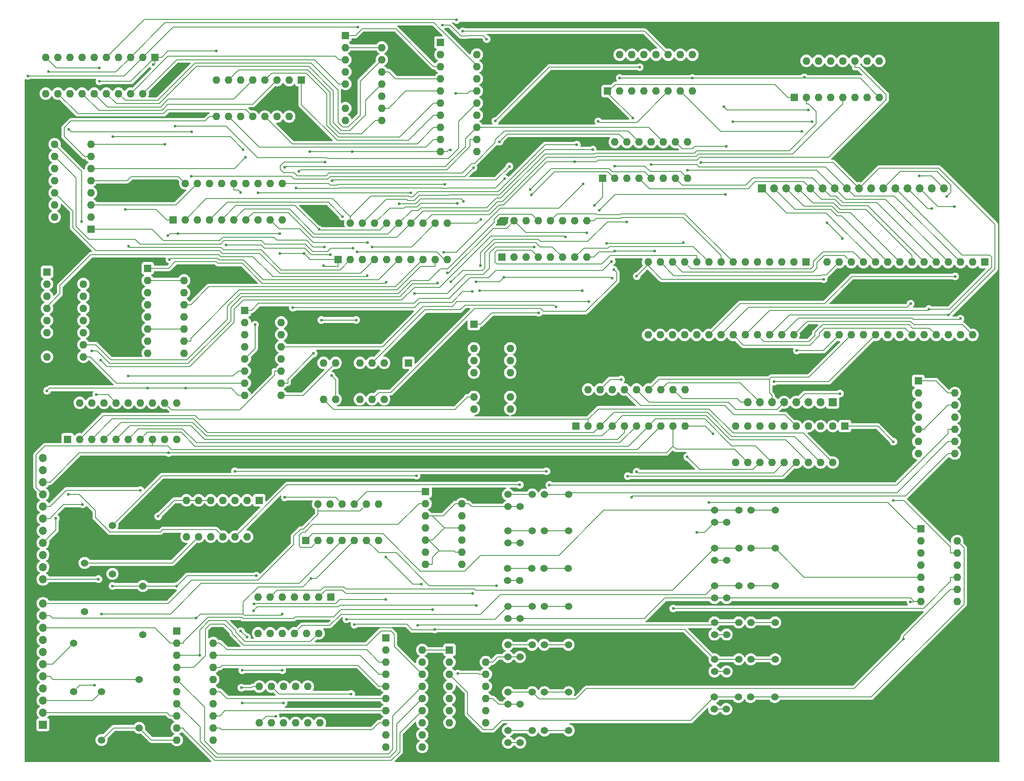
<source format=gbr>
%TF.GenerationSoftware,KiCad,Pcbnew,8.0.2-1*%
%TF.CreationDate,2024-08-04T09:43:41-04:00*%
%TF.ProjectId,stack_controller,73746163-6b5f-4636-9f6e-74726f6c6c65,rev?*%
%TF.SameCoordinates,Original*%
%TF.FileFunction,Copper,L1,Top*%
%TF.FilePolarity,Positive*%
%FSLAX46Y46*%
G04 Gerber Fmt 4.6, Leading zero omitted, Abs format (unit mm)*
G04 Created by KiCad (PCBNEW 8.0.2-1) date 2024-08-04 09:43:41*
%MOMM*%
%LPD*%
G01*
G04 APERTURE LIST*
%TA.AperFunction,ComponentPad*%
%ADD10C,1.524000*%
%TD*%
%TA.AperFunction,ComponentPad*%
%ADD11R,1.600000X1.600000*%
%TD*%
%TA.AperFunction,ComponentPad*%
%ADD12O,1.600000X1.600000*%
%TD*%
%TA.AperFunction,ComponentPad*%
%ADD13R,1.700000X1.700000*%
%TD*%
%TA.AperFunction,ComponentPad*%
%ADD14O,1.700000X1.700000*%
%TD*%
%TA.AperFunction,ViaPad*%
%ADD15C,0.600000*%
%TD*%
%TA.AperFunction,Conductor*%
%ADD16C,0.200000*%
%TD*%
G04 APERTURE END LIST*
D10*
%TO.P,U40,1,IN*%
%TO.N,Net-(U24-2Q)*%
X179376000Y-128268000D03*
X184456000Y-128268000D03*
%TO.P,U40,2,GND*%
%TO.N,Net-(U1-C_IN)*%
X179376000Y-130808000D03*
X181916000Y-130808000D03*
%TO.P,U40,3,OUT*%
%TO.N,Net-(U13-I2)*%
X186996000Y-128268000D03*
X192076000Y-128268000D03*
%TD*%
%TO.P,U44,1,IN*%
%TO.N,Net-(U44-IN)*%
X179296000Y-159398000D03*
X184376000Y-159398000D03*
%TO.P,U44,2,GND*%
%TO.N,Net-(U1-C_IN)*%
X179296000Y-161938000D03*
X181836000Y-161938000D03*
%TO.P,U44,3,OUT*%
%TO.N,Net-(U13-I5)*%
X186916000Y-159398000D03*
X191996000Y-159398000D03*
%TD*%
D11*
%TO.P,U15,1,\u03A31*%
%TO.N,Net-(U15-\u03A31)*%
X81052000Y-78415000D03*
D12*
%TO.P,U15,2,B1*%
%TO.N,Net-(U15-B1)*%
X81052000Y-80955000D03*
%TO.P,U15,3,A1*%
%TO.N,Net-(U15-A1)*%
X81052000Y-83495000D03*
%TO.P,U15,4,\u03A30*%
%TO.N,Net-(U15-\u03A30)*%
X81052000Y-86035000D03*
%TO.P,U15,5,A0*%
%TO.N,Net-(U15-A0)*%
X81052000Y-88575000D03*
%TO.P,U15,6,B0*%
%TO.N,Net-(U15-B0)*%
X81052000Y-91115000D03*
%TO.P,U15,7,C_IN*%
%TO.N,Net-(U14-C_OUT)*%
X81052000Y-93655000D03*
%TO.P,U15,8,GND*%
%TO.N,Net-(U1-C_IN)*%
X81052000Y-96195000D03*
%TO.P,U15,9,C_OUT*%
%TO.N,Net-(U15-C_OUT)*%
X88672000Y-96195000D03*
%TO.P,U15,10,\u03A33*%
%TO.N,Net-(U15-\u03A33)*%
X88672000Y-93655000D03*
%TO.P,U15,11,B3*%
%TO.N,Net-(U15-B3)*%
X88672000Y-91115000D03*
%TO.P,U15,12,A3*%
%TO.N,Net-(U15-A3)*%
X88672000Y-88575000D03*
%TO.P,U15,13,\u03A32*%
%TO.N,Net-(U15-\u03A32)*%
X88672000Y-86035000D03*
%TO.P,U15,14,A2*%
%TO.N,Net-(U15-A2)*%
X88672000Y-83495000D03*
%TO.P,U15,15,B2*%
%TO.N,Net-(U15-B2)*%
X88672000Y-80955000D03*
%TO.P,U15,16,V+*%
%TO.N,Net-(U1-B0)*%
X88672000Y-78415000D03*
%TD*%
D11*
%TO.P,U8,1,OE#*%
%TO.N,Net-(U1-C_IN)*%
X62230000Y-25400000D03*
D12*
%TO.P,U8,2,D0*%
%TO.N,Net-(U14-A0)*%
X59690000Y-25400000D03*
%TO.P,U8,3,D1*%
%TO.N,Net-(U14-A1)*%
X57150000Y-25400000D03*
%TO.P,U8,4,D2*%
%TO.N,Net-(U14-A2)*%
X54610000Y-25400000D03*
%TO.P,U8,5,D3*%
%TO.N,Net-(U14-A3)*%
X52070000Y-25400000D03*
%TO.P,U8,6,D4*%
%TO.N,Net-(U15-A0)*%
X49530000Y-25400000D03*
%TO.P,U8,7,D5*%
%TO.N,Net-(U15-A1)*%
X46990000Y-25400000D03*
%TO.P,U8,8,D6*%
%TO.N,Net-(U15-A2)*%
X44450000Y-25400000D03*
%TO.P,U8,9,D7*%
%TO.N,Net-(U15-A3)*%
X41910000Y-25400000D03*
%TO.P,U8,10,GND*%
%TO.N,Net-(U1-C_IN)*%
X39370000Y-25400000D03*
%TO.P,U8,11,CLK*%
%TO.N,Net-(U12-CLK)*%
X39370000Y-33020000D03*
%TO.P,U8,12,Q7*%
%TO.N,Net-(U2-A3)*%
X41910000Y-33020000D03*
%TO.P,U8,13,Q6*%
%TO.N,Net-(U2-A2)*%
X44450000Y-33020000D03*
%TO.P,U8,14,Q5*%
%TO.N,Net-(U2-A1)*%
X46990000Y-33020000D03*
%TO.P,U8,15,Q4*%
%TO.N,Net-(U2-A0)*%
X49530000Y-33020000D03*
%TO.P,U8,16,Q3*%
%TO.N,Net-(U1-A3)*%
X52070000Y-33020000D03*
%TO.P,U8,17,Q2*%
%TO.N,Net-(U1-A2)*%
X54610000Y-33020000D03*
%TO.P,U8,18,Q1*%
%TO.N,Net-(U1-A1)*%
X57150000Y-33020000D03*
%TO.P,U8,19,Q0*%
%TO.N,Net-(U1-A0)*%
X59690000Y-33020000D03*
%TO.P,U8,20,V+*%
%TO.N,Net-(U1-B0)*%
X62230000Y-33020000D03*
%TD*%
D11*
%TO.P,U11,1,A14*%
%TO.N,Net-(U10-A14)*%
X198496000Y-68321000D03*
D12*
%TO.P,U11,2,A12*%
%TO.N,Net-(U10-A12)*%
X195956000Y-68321000D03*
%TO.P,U11,3,A7*%
%TO.N,Net-(U10-A7)*%
X193416000Y-68321000D03*
%TO.P,U11,4,A6*%
%TO.N,Net-(U10-A6)*%
X190876000Y-68321000D03*
%TO.P,U11,5,A5*%
%TO.N,Net-(U10-A5)*%
X188336000Y-68321000D03*
%TO.P,U11,6,A4*%
%TO.N,Net-(U10-A4)*%
X185796000Y-68321000D03*
%TO.P,U11,7,A3*%
%TO.N,Net-(U10-A3)*%
X183256000Y-68321000D03*
%TO.P,U11,8,A2*%
%TO.N,Net-(U10-A2)*%
X180716000Y-68321000D03*
%TO.P,U11,9,A1*%
%TO.N,Net-(U10-A1)*%
X178176000Y-68321000D03*
%TO.P,U11,10,A0*%
%TO.N,Net-(U10-A0)*%
X175636000Y-68321000D03*
%TO.P,U11,11,D0*%
%TO.N,Net-(U10-D0)*%
X173096000Y-68321000D03*
%TO.P,U11,12,D1*%
%TO.N,Net-(U10-D1)*%
X170556000Y-68321000D03*
%TO.P,U11,13,D2*%
%TO.N,Net-(U10-D2)*%
X168016000Y-68321000D03*
%TO.P,U11,14,GND*%
%TO.N,Net-(U1-C_IN)*%
X165476000Y-68321000D03*
%TO.P,U11,15,D3*%
%TO.N,Net-(U10-D3)*%
X165476000Y-83561000D03*
%TO.P,U11,16,D4*%
%TO.N,Net-(U10-D4)*%
X168016000Y-83561000D03*
%TO.P,U11,17,D5*%
%TO.N,Net-(U10-D5)*%
X170556000Y-83561000D03*
%TO.P,U11,18,D6*%
%TO.N,Net-(U10-D6)*%
X173096000Y-83561000D03*
%TO.P,U11,19,D7*%
%TO.N,Net-(U10-D7)*%
X175636000Y-83561000D03*
%TO.P,U11,20,CE#*%
%TO.N,Net-(U11-CE#)*%
X178176000Y-83561000D03*
%TO.P,U11,21,A10*%
%TO.N,Net-(U10-A10)*%
X180716000Y-83561000D03*
%TO.P,U11,22,OE#*%
%TO.N,Net-(U10-OE#)*%
X183256000Y-83561000D03*
%TO.P,U11,23,A11*%
%TO.N,Net-(U10-A11)*%
X185796000Y-83561000D03*
%TO.P,U11,24,A9*%
%TO.N,Net-(U10-A9)*%
X188336000Y-83561000D03*
%TO.P,U11,25,A8*%
%TO.N,Net-(U10-A8)*%
X190876000Y-83561000D03*
%TO.P,U11,26,A13*%
%TO.N,Net-(U10-A13)*%
X193416000Y-83561000D03*
%TO.P,U11,27,WE#*%
%TO.N,Net-(U10-WE#)*%
X195956000Y-83561000D03*
%TO.P,U11,28,V+*%
%TO.N,Net-(U1-B0)*%
X198496000Y-83561000D03*
%TD*%
D11*
%TO.P,U24,1,1A*%
%TO.N,Net-(U24-1A)*%
X99060000Y-138430000D03*
D12*
%TO.P,U24,2,1B*%
%TO.N,Net-(U24-1B)*%
X96520000Y-138430000D03*
%TO.P,U24,3,1Q*%
%TO.N,Net-(U24-1Q)*%
X93980000Y-138430000D03*
%TO.P,U24,4,2A*%
%TO.N,Net-(U24-2A)*%
X91440000Y-138430000D03*
%TO.P,U24,5,2B*%
%TO.N,Net-(U24-2B)*%
X88900000Y-138430000D03*
%TO.P,U24,6,2Q*%
%TO.N,Net-(U24-2Q)*%
X86360000Y-138430000D03*
%TO.P,U24,7,GND*%
%TO.N,Net-(U1-C_IN)*%
X83820000Y-138430000D03*
%TO.P,U24,8,4Q*%
%TO.N,Net-(U24-4Q)*%
X83820000Y-146050000D03*
%TO.P,U24,9,4B*%
%TO.N,Net-(U24-2A)*%
X86360000Y-146050000D03*
%TO.P,U24,10,4A*%
%TO.N,Net-(U24-4A)*%
X88900000Y-146050000D03*
%TO.P,U24,11,3Q*%
%TO.N,Net-(U24-3Q)*%
X91440000Y-146050000D03*
%TO.P,U24,12,3B*%
%TO.N,Net-(U24-2A)*%
X93980000Y-146050000D03*
%TO.P,U24,13,3A*%
%TO.N,Net-(U24-3A)*%
X96520000Y-146050000D03*
%TO.P,U24,14,V+*%
%TO.N,Net-(U1-B0)*%
X99060000Y-146050000D03*
%TD*%
D11*
%TO.P,U23,1,S*%
%TO.N,Net-(U20-S)*%
X196088000Y-33782000D03*
D12*
%TO.P,U23,2,A0*%
%TO.N,Net-(U12-D4)*%
X198628000Y-33782000D03*
%TO.P,U23,3,B0*%
%TO.N,Net-(U17-\u03A30)*%
X201168000Y-33782000D03*
%TO.P,U23,4,Q0*%
%TO.N,Net-(U10-A12)*%
X203708000Y-33782000D03*
%TO.P,U23,5,A1*%
%TO.N,Net-(U12-D5)*%
X206248000Y-33782000D03*
%TO.P,U23,6,B1*%
%TO.N,Net-(U17-\u03A31)*%
X208788000Y-33782000D03*
%TO.P,U23,7,Q1*%
%TO.N,Net-(U10-A13)*%
X211328000Y-33782000D03*
%TO.P,U23,8,GND*%
%TO.N,Net-(U1-C_IN)*%
X213868000Y-33782000D03*
%TO.P,U23,9,Q2*%
%TO.N,Net-(U10-A14)*%
X213868000Y-26162000D03*
%TO.P,U23,10,B2*%
%TO.N,Net-(U17-\u03A32)*%
X211328000Y-26162000D03*
%TO.P,U23,11,A2*%
%TO.N,Net-(U12-D6)*%
X208788000Y-26162000D03*
%TO.P,U23,12,Q3*%
%TO.N,Net-(U11-CE#)*%
X206248000Y-26162000D03*
%TO.P,U23,13,B3*%
%TO.N,Net-(U17-\u03A33)*%
X203708000Y-26162000D03*
%TO.P,U23,14,A3*%
%TO.N,Net-(U12-D7)*%
X201168000Y-26162000D03*
%TO.P,U23,15,OE#*%
%TO.N,Net-(U1-C_IN)*%
X198628000Y-26162000D03*
%TO.P,U23,16,V+*%
%TO.N,Net-(U1-B0)*%
X196088000Y-26162000D03*
%TD*%
D11*
%TO.P,U4,1,\u03A31*%
%TO.N,Net-(U4-\u03A31)*%
X60716000Y-69611000D03*
D12*
%TO.P,U4,2,B1*%
%TO.N,Net-(U1-B1)*%
X60716000Y-72151000D03*
%TO.P,U4,3,A1*%
%TO.N,Net-(U12-Q5)*%
X60716000Y-74691000D03*
%TO.P,U4,4,\u03A30*%
%TO.N,Net-(U4-\u03A30)*%
X60716000Y-77231000D03*
%TO.P,U4,5,A0*%
%TO.N,Net-(U12-Q4)*%
X60716000Y-79771000D03*
%TO.P,U4,6,B0*%
%TO.N,Net-(U1-B1)*%
X60716000Y-82311000D03*
%TO.P,U4,7,C_IN*%
%TO.N,Net-(U3-C_OUT)*%
X60716000Y-84851000D03*
%TO.P,U4,8,GND*%
%TO.N,Net-(U1-C_IN)*%
X60716000Y-87391000D03*
%TO.P,U4,9,C_OUT*%
%TO.N,unconnected-(U4-C_OUT-Pad9)*%
X68336000Y-87391000D03*
%TO.P,U4,10,\u03A33*%
%TO.N,Net-(U4-\u03A33)*%
X68336000Y-84851000D03*
%TO.P,U4,11,B3*%
%TO.N,Net-(U1-B1)*%
X68336000Y-82311000D03*
%TO.P,U4,12,A3*%
%TO.N,Net-(U12-Q7)*%
X68336000Y-79771000D03*
%TO.P,U4,13,\u03A32*%
%TO.N,Net-(U4-\u03A32)*%
X68336000Y-77231000D03*
%TO.P,U4,14,A2*%
%TO.N,Net-(U12-Q6)*%
X68336000Y-74691000D03*
%TO.P,U4,15,B2*%
%TO.N,Net-(U1-B1)*%
X68336000Y-72151000D03*
%TO.P,U4,16,V+*%
%TO.N,Net-(U1-B0)*%
X68336000Y-69611000D03*
%TD*%
D11*
%TO.P,U10,1,A14*%
%TO.N,Net-(U10-A14)*%
X235956000Y-68321000D03*
D12*
%TO.P,U10,2,A12*%
%TO.N,Net-(U10-A12)*%
X233416000Y-68321000D03*
%TO.P,U10,3,A7*%
%TO.N,Net-(U10-A7)*%
X230876000Y-68321000D03*
%TO.P,U10,4,A6*%
%TO.N,Net-(U10-A6)*%
X228336000Y-68321000D03*
%TO.P,U10,5,A5*%
%TO.N,Net-(U10-A5)*%
X225796000Y-68321000D03*
%TO.P,U10,6,A4*%
%TO.N,Net-(U10-A4)*%
X223256000Y-68321000D03*
%TO.P,U10,7,A3*%
%TO.N,Net-(U10-A3)*%
X220716000Y-68321000D03*
%TO.P,U10,8,A2*%
%TO.N,Net-(U10-A2)*%
X218176000Y-68321000D03*
%TO.P,U10,9,A1*%
%TO.N,Net-(U10-A1)*%
X215636000Y-68321000D03*
%TO.P,U10,10,A0*%
%TO.N,Net-(U10-A0)*%
X213096000Y-68321000D03*
%TO.P,U10,11,D0*%
%TO.N,Net-(U10-D0)*%
X210556000Y-68321000D03*
%TO.P,U10,12,D1*%
%TO.N,Net-(U10-D1)*%
X208016000Y-68321000D03*
%TO.P,U10,13,D2*%
%TO.N,Net-(U10-D2)*%
X205476000Y-68321000D03*
%TO.P,U10,14,GND*%
%TO.N,Net-(U1-C_IN)*%
X202936000Y-68321000D03*
%TO.P,U10,15,D3*%
%TO.N,Net-(U10-D3)*%
X202936000Y-83561000D03*
%TO.P,U10,16,D4*%
%TO.N,Net-(U10-D4)*%
X205476000Y-83561000D03*
%TO.P,U10,17,D5*%
%TO.N,Net-(U10-D5)*%
X208016000Y-83561000D03*
%TO.P,U10,18,D6*%
%TO.N,Net-(U10-D6)*%
X210556000Y-83561000D03*
%TO.P,U10,19,D7*%
%TO.N,Net-(U10-D7)*%
X213096000Y-83561000D03*
%TO.P,U10,20,CE#*%
%TO.N,Net-(U10-CE#)*%
X215636000Y-83561000D03*
%TO.P,U10,21,A10*%
%TO.N,Net-(U10-A10)*%
X218176000Y-83561000D03*
%TO.P,U10,22,OE#*%
%TO.N,Net-(U10-OE#)*%
X220716000Y-83561000D03*
%TO.P,U10,23,A11*%
%TO.N,Net-(U10-A11)*%
X223256000Y-83561000D03*
%TO.P,U10,24,A9*%
%TO.N,Net-(U10-A9)*%
X225796000Y-83561000D03*
%TO.P,U10,25,A8*%
%TO.N,Net-(U10-A8)*%
X228336000Y-83561000D03*
%TO.P,U10,26,A13*%
%TO.N,Net-(U10-A13)*%
X230876000Y-83561000D03*
%TO.P,U10,27,WE#*%
%TO.N,Net-(U10-WE#)*%
X233416000Y-83561000D03*
%TO.P,U10,28,V+*%
%TO.N,Net-(U1-B0)*%
X235956000Y-83561000D03*
%TD*%
D10*
%TO.P,U39,1,IN*%
%TO.N,Net-(U25-Q0)*%
X179376000Y-120268000D03*
X184456000Y-120268000D03*
%TO.P,U39,2,GND*%
%TO.N,Net-(U1-C_IN)*%
X179376000Y-122808000D03*
X181916000Y-122808000D03*
%TO.P,U39,3,OUT*%
%TO.N,Net-(U19-1B)*%
X186996000Y-120268000D03*
X192076000Y-120268000D03*
%TD*%
%TO.P,U37,1,IN*%
%TO.N,Net-(U27-Q1)*%
X136104000Y-140444000D03*
X141184000Y-140444000D03*
%TO.P,U37,2,GND*%
%TO.N,Net-(U1-C_IN)*%
X136104000Y-142984000D03*
X138644000Y-142984000D03*
%TO.P,U37,3,OUT*%
%TO.N,Net-(U20-S)*%
X143724000Y-140444000D03*
X148804000Y-140444000D03*
%TD*%
D11*
%TO.P,U2,1,\u03A31*%
%TO.N,Net-(U2-\u03A31)*%
X92875000Y-30200000D03*
D12*
%TO.P,U2,2,B1*%
%TO.N,Net-(U1-B1)*%
X90335000Y-30200000D03*
%TO.P,U2,3,A1*%
%TO.N,Net-(U2-A1)*%
X87795000Y-30200000D03*
%TO.P,U2,4,\u03A30*%
%TO.N,Net-(U2-\u03A30)*%
X85255000Y-30200000D03*
%TO.P,U2,5,A0*%
%TO.N,Net-(U2-A0)*%
X82715000Y-30200000D03*
%TO.P,U2,6,B0*%
%TO.N,Net-(U1-B1)*%
X80175000Y-30200000D03*
%TO.P,U2,7,C_IN*%
%TO.N,Net-(U1-C_OUT)*%
X77635000Y-30200000D03*
%TO.P,U2,8,GND*%
%TO.N,Net-(U1-C_IN)*%
X75095000Y-30200000D03*
%TO.P,U2,9,C_OUT*%
%TO.N,Net-(U2-C_OUT)*%
X75095000Y-37820000D03*
%TO.P,U2,10,\u03A33*%
%TO.N,Net-(U2-\u03A33)*%
X77635000Y-37820000D03*
%TO.P,U2,11,B3*%
%TO.N,Net-(U1-B1)*%
X80175000Y-37820000D03*
%TO.P,U2,12,A3*%
%TO.N,Net-(U2-A3)*%
X82715000Y-37820000D03*
%TO.P,U2,13,\u03A32*%
%TO.N,Net-(U2-\u03A32)*%
X85255000Y-37820000D03*
%TO.P,U2,14,A2*%
%TO.N,Net-(U2-A2)*%
X87795000Y-37820000D03*
%TO.P,U2,15,B2*%
%TO.N,Net-(U1-B1)*%
X90335000Y-37820000D03*
%TO.P,U2,16,V+*%
%TO.N,Net-(U1-B0)*%
X92875000Y-37820000D03*
%TD*%
D11*
%TO.P,U25,1,0A*%
%TO.N,Net-(U25-0A)*%
X84074000Y-118200000D03*
D12*
%TO.P,U25,2,0B*%
%TO.N,Net-(U24-1B)*%
X81534000Y-118200000D03*
%TO.P,U25,3,Q0*%
%TO.N,Net-(U25-Q0)*%
X78994000Y-118200000D03*
%TO.P,U25,4,Q1*%
%TO.N,unconnected-(U25-Q1-Pad4)*%
X76454000Y-118200000D03*
%TO.P,U25,5,1A*%
%TO.N,Net-(U1-C_IN)*%
X73914000Y-118200000D03*
%TO.P,U25,6,1B*%
X71374000Y-118200000D03*
%TO.P,U25,7,GND*%
X68834000Y-118200000D03*
%TO.P,U25,8,2A*%
%TO.N,Net-(U25-2A)*%
X68834000Y-125820000D03*
%TO.P,U25,9,2B*%
%TO.N,Net-(U25-2B)*%
X71374000Y-125820000D03*
%TO.P,U25,10,Q2*%
%TO.N,Net-(U24-3A)*%
X73914000Y-125820000D03*
%TO.P,U25,11,Q3*%
%TO.N,Net-(U25-Q3)*%
X76454000Y-125820000D03*
%TO.P,U25,12,3A*%
%TO.N,Net-(U25-3A)*%
X78994000Y-125820000D03*
%TO.P,U25,13,3B*%
%TO.N,Net-(U25-3B)*%
X81534000Y-125820000D03*
%TO.P,U25,14,V+*%
%TO.N,Net-(U1-B0)*%
X84074000Y-125820000D03*
%TD*%
D11*
%TO.P,U13,1,I0*%
%TO.N,Net-(U11-CE#)*%
X222566000Y-124171000D03*
D12*
%TO.P,U13,2,O0*%
%TO.N,Net-(U10-CE#)*%
X222566000Y-126711000D03*
%TO.P,U13,3,I1*%
%TO.N,Net-(U13-I1)*%
X222566000Y-129251000D03*
%TO.P,U13,4,O1*%
%TO.N,Net-(U10-OE#)*%
X222566000Y-131791000D03*
%TO.P,U13,5,I2*%
%TO.N,Net-(U13-I2)*%
X222566000Y-134331000D03*
%TO.P,U13,6,O2*%
%TO.N,Net-(U10-WE#)*%
X222566000Y-136871000D03*
%TO.P,U13,7,GND*%
%TO.N,Net-(U1-C_IN)*%
X222566000Y-139411000D03*
%TO.P,U13,8,03*%
%TO.N,Net-(U13-03)*%
X230186000Y-139411000D03*
%TO.P,U13,9,I3*%
%TO.N,Net-(U13-I3)*%
X230186000Y-136871000D03*
%TO.P,U13,10,O4*%
%TO.N,Net-(U13-O4)*%
X230186000Y-134331000D03*
%TO.P,U13,11,I4*%
%TO.N,Net-(U13-I4)*%
X230186000Y-131791000D03*
%TO.P,U13,12,O5*%
%TO.N,Net-(U13-O5)*%
X230186000Y-129251000D03*
%TO.P,U13,13,I5*%
%TO.N,Net-(U13-I5)*%
X230186000Y-126711000D03*
%TO.P,U13,14,V+*%
%TO.N,Net-(U1-B0)*%
X230186000Y-124171000D03*
%TD*%
D11*
%TO.P,U14,1,\u03A31*%
%TO.N,Net-(U14-\u03A31)*%
X39634000Y-70373000D03*
D12*
%TO.P,U14,2,B1*%
%TO.N,Net-(U14-B1)*%
X39634000Y-72913000D03*
%TO.P,U14,3,A1*%
%TO.N,Net-(U14-A1)*%
X39634000Y-75453000D03*
%TO.P,U14,4,\u03A30*%
%TO.N,Net-(U14-\u03A30)*%
X39634000Y-77993000D03*
%TO.P,U14,5,A0*%
%TO.N,Net-(U14-A0)*%
X39634000Y-80533000D03*
%TO.P,U14,6,B0*%
%TO.N,Net-(U14-B0)*%
X39634000Y-83073000D03*
%TO.P,U14,7,C_IN*%
%TO.N,Net-(U1-B0)*%
X39634000Y-85613000D03*
%TO.P,U14,8,GND*%
%TO.N,Net-(U1-C_IN)*%
X39634000Y-88153000D03*
%TO.P,U14,9,C_OUT*%
%TO.N,Net-(U14-C_OUT)*%
X47254000Y-88153000D03*
%TO.P,U14,10,\u03A33*%
%TO.N,Net-(U14-\u03A33)*%
X47254000Y-85613000D03*
%TO.P,U14,11,B3*%
%TO.N,Net-(U14-B3)*%
X47254000Y-83073000D03*
%TO.P,U14,12,A3*%
%TO.N,Net-(U14-A3)*%
X47254000Y-80533000D03*
%TO.P,U14,13,\u03A32*%
%TO.N,Net-(U14-\u03A32)*%
X47254000Y-77993000D03*
%TO.P,U14,14,A2*%
%TO.N,Net-(U14-A2)*%
X47254000Y-75453000D03*
%TO.P,U14,15,B2*%
%TO.N,Net-(U14-B2)*%
X47254000Y-72913000D03*
%TO.P,U14,16,V+*%
%TO.N,Net-(U1-B0)*%
X47254000Y-70373000D03*
%TD*%
D11*
%TO.P,U3,1,\u03A31*%
%TO.N,Net-(U3-\u03A31)*%
X48852000Y-61410000D03*
D12*
%TO.P,U3,2,B1*%
%TO.N,Net-(U1-B1)*%
X48852000Y-58870000D03*
%TO.P,U3,3,A1*%
%TO.N,Net-(U12-Q1)*%
X48852000Y-56330000D03*
%TO.P,U3,4,\u03A30*%
%TO.N,Net-(U3-\u03A30)*%
X48852000Y-53790000D03*
%TO.P,U3,5,A0*%
%TO.N,Net-(U12-Q0)*%
X48852000Y-51250000D03*
%TO.P,U3,6,B0*%
%TO.N,Net-(U1-B1)*%
X48852000Y-48710000D03*
%TO.P,U3,7,C_IN*%
%TO.N,Net-(U2-C_OUT)*%
X48852000Y-46170000D03*
%TO.P,U3,8,GND*%
%TO.N,Net-(U1-C_IN)*%
X48852000Y-43630000D03*
%TO.P,U3,9,C_OUT*%
%TO.N,Net-(U3-C_OUT)*%
X41232000Y-43630000D03*
%TO.P,U3,10,\u03A33*%
%TO.N,Net-(U3-\u03A33)*%
X41232000Y-46170000D03*
%TO.P,U3,11,B3*%
%TO.N,Net-(U1-B1)*%
X41232000Y-48710000D03*
%TO.P,U3,12,A3*%
%TO.N,Net-(U12-Q3)*%
X41232000Y-51250000D03*
%TO.P,U3,13,\u03A32*%
%TO.N,Net-(U3-\u03A32)*%
X41232000Y-53790000D03*
%TO.P,U3,14,A2*%
%TO.N,Net-(U12-Q2)*%
X41232000Y-56330000D03*
%TO.P,U3,15,B2*%
%TO.N,Net-(U1-B1)*%
X41232000Y-58870000D03*
%TO.P,U3,16,V+*%
%TO.N,Net-(U1-B0)*%
X41232000Y-61410000D03*
%TD*%
D13*
%TO.P,U5,1,READ_0*%
%TO.N,Net-(U25-2B)*%
X38800000Y-165197000D03*
D14*
%TO.P,U5,2,READ_1*%
%TO.N,Net-(U25-2A)*%
X38800000Y-162657000D03*
%TO.P,U5,3,READ_2*%
%TO.N,Net-(U28-2A)*%
X38800000Y-160117000D03*
%TO.P,U5,4,READ_3*%
%TO.N,unconnected-(U5-READ_3-Pad4)*%
X38800000Y-157577000D03*
%TO.P,U5,5,WRITE_0*%
%TO.N,Net-(U24-1B)*%
X38800000Y-155037000D03*
%TO.P,U5,6,WRITE_1*%
%TO.N,Net-(U25-0A)*%
X38800000Y-152497000D03*
%TO.P,U5,7,WRITE_2*%
%TO.N,unconnected-(U5-WRITE_2-Pad7)*%
X38800000Y-149957000D03*
%TO.P,U5,8,WRITE_2*%
%TO.N,unconnected-(U5-WRITE_2-Pad8)*%
X38800000Y-147417000D03*
%TO.P,U5,9,READ_READY*%
%TO.N,Net-(U26-Q0)*%
X38800000Y-144877000D03*
%TO.P,U5,10,CLK_A*%
%TO.N,Net-(U24-2A)*%
X38800000Y-142337000D03*
%TO.P,U5,11,CLK_B*%
%TO.N,Net-(U26-CLK)*%
X38800000Y-139797000D03*
%TO.P,U5,12,V+*%
%TO.N,Net-(U1-B0)*%
X38800000Y-137257000D03*
%TO.P,U5,13,GND*%
%TO.N,Net-(U1-C_IN)*%
X38800000Y-134717000D03*
%TO.P,U5,14,D0*%
%TO.N,Net-(U18-D0)*%
X38800000Y-132177000D03*
%TO.P,U5,15,D1*%
%TO.N,Net-(U18-D1)*%
X38800000Y-129637000D03*
%TO.P,U5,16,D2*%
%TO.N,Net-(U18-D2)*%
X38800000Y-127097000D03*
%TO.P,U5,17,D3*%
%TO.N,Net-(U18-D3)*%
X38800000Y-124557000D03*
%TO.P,U5,18,D4*%
%TO.N,Net-(U18-D4)*%
X38800000Y-122017000D03*
%TO.P,U5,19,D5*%
%TO.N,Net-(U18-D5)*%
X38800000Y-119477000D03*
%TO.P,U5,20,D6*%
%TO.N,Net-(U18-D6)*%
X38800000Y-116937000D03*
%TO.P,U5,21,D7*%
%TO.N,Net-(U18-D7)*%
X38800000Y-114397000D03*
%TO.P,U5,22,FAULT*%
%TO.N,Net-(U25-Q3)*%
X38800000Y-111857000D03*
%TO.P,U5,23,ENABLE*%
%TO.N,unconnected-(U5-ENABLE-Pad23)*%
X38800000Y-109317000D03*
%TD*%
D11*
%TO.P,U28,1,1A*%
%TO.N,Net-(U25-Q0)*%
X93840000Y-126620000D03*
D12*
%TO.P,U28,2,1B*%
%TO.N,Net-(U28-1B)*%
X96380000Y-126620000D03*
%TO.P,U28,3,1Q*%
%TO.N,Net-(U26-D0)*%
X98920000Y-126620000D03*
%TO.P,U28,4,2A*%
%TO.N,Net-(U28-2A)*%
X101460000Y-126620000D03*
%TO.P,U28,5,2B*%
%TO.N,Net-(U24-2A)*%
X104000000Y-126620000D03*
%TO.P,U28,6,2Q*%
%TO.N,Net-(U28-2Q)*%
X106540000Y-126620000D03*
%TO.P,U28,7,GND*%
%TO.N,Net-(U1-C_IN)*%
X109080000Y-126620000D03*
%TO.P,U28,8,4Q*%
%TO.N,Net-(U27-3B)*%
X109080000Y-119000000D03*
%TO.P,U28,9,4B*%
%TO.N,Net-(U26-CLK)*%
X106540000Y-119000000D03*
%TO.P,U28,10,4A*%
%TO.N,Net-(U26-Q0)*%
X104000000Y-119000000D03*
%TO.P,U28,11,3Q*%
%TO.N,Net-(U24-1A)*%
X101460000Y-119000000D03*
%TO.P,U28,12,3B*%
%TO.N,Net-(U26-Q1)*%
X98920000Y-119000000D03*
%TO.P,U28,13,3A*%
%TO.N,Net-(U26-CLK)*%
X96380000Y-119000000D03*
%TO.P,U28,14,V+*%
%TO.N,Net-(U1-B0)*%
X93840000Y-119000000D03*
%TD*%
D11*
%TO.P,U1,1,\u03A31*%
%TO.N,Net-(U1-\u03A31)*%
X102108000Y-20828000D03*
D12*
%TO.P,U1,2,B1*%
%TO.N,Net-(U1-B1)*%
X102108000Y-23368000D03*
%TO.P,U1,3,A1*%
%TO.N,Net-(U1-A1)*%
X102108000Y-25908000D03*
%TO.P,U1,4,\u03A30*%
%TO.N,Net-(U1-\u03A30)*%
X102108000Y-28448000D03*
%TO.P,U1,5,A0*%
%TO.N,Net-(U1-A0)*%
X102108000Y-30988000D03*
%TO.P,U1,6,B0*%
%TO.N,Net-(U1-B0)*%
X102108000Y-33528000D03*
%TO.P,U1,7,C_IN*%
%TO.N,Net-(U1-C_IN)*%
X102108000Y-36068000D03*
%TO.P,U1,8,GND*%
X102108000Y-38608000D03*
%TO.P,U1,9,C_OUT*%
%TO.N,Net-(U1-C_OUT)*%
X109728000Y-38608000D03*
%TO.P,U1,10,\u03A33*%
%TO.N,Net-(U1-\u03A33)*%
X109728000Y-36068000D03*
%TO.P,U1,11,B3*%
%TO.N,Net-(U1-B1)*%
X109728000Y-33528000D03*
%TO.P,U1,12,A3*%
%TO.N,Net-(U1-A3)*%
X109728000Y-30988000D03*
%TO.P,U1,13,\u03A32*%
%TO.N,Net-(U1-\u03A32)*%
X109728000Y-28448000D03*
%TO.P,U1,14,A2*%
%TO.N,Net-(U1-A2)*%
X109728000Y-25908000D03*
%TO.P,U1,15,B2*%
%TO.N,Net-(U1-B1)*%
X109728000Y-23368000D03*
%TO.P,U1,16,V+*%
%TO.N,Net-(U1-B0)*%
X109728000Y-20828000D03*
%TD*%
D11*
%TO.P,U20,1,S*%
%TO.N,Net-(U20-S)*%
X134889000Y-67300000D03*
D12*
%TO.P,U20,2,A0*%
%TO.N,Net-(U14-A0)*%
X137429000Y-67300000D03*
%TO.P,U20,3,B0*%
%TO.N,Net-(U14-\u03A30)*%
X139969000Y-67300000D03*
%TO.P,U20,4,Q0*%
%TO.N,Net-(U10-A0)*%
X142509000Y-67300000D03*
%TO.P,U20,5,A1*%
%TO.N,Net-(U14-A1)*%
X145049000Y-67300000D03*
%TO.P,U20,6,B1*%
%TO.N,Net-(U14-\u03A31)*%
X147589000Y-67300000D03*
%TO.P,U20,7,Q1*%
%TO.N,Net-(U10-A1)*%
X150129000Y-67300000D03*
%TO.P,U20,8,GND*%
%TO.N,Net-(U1-C_IN)*%
X152669000Y-67300000D03*
%TO.P,U20,9,Q2*%
%TO.N,Net-(U10-A2)*%
X152669000Y-59680000D03*
%TO.P,U20,10,B2*%
%TO.N,Net-(U14-\u03A32)*%
X150129000Y-59680000D03*
%TO.P,U20,11,A2*%
%TO.N,Net-(U14-A2)*%
X147589000Y-59680000D03*
%TO.P,U20,12,Q3*%
%TO.N,Net-(U10-A3)*%
X145049000Y-59680000D03*
%TO.P,U20,13,B3*%
%TO.N,Net-(U14-\u03A33)*%
X142509000Y-59680000D03*
%TO.P,U20,14,A3*%
%TO.N,Net-(U14-A3)*%
X139969000Y-59680000D03*
%TO.P,U20,15,OE#*%
%TO.N,Net-(U1-C_IN)*%
X137429000Y-59680000D03*
%TO.P,U20,16,V+*%
%TO.N,Net-(U1-B0)*%
X134889000Y-59680000D03*
%TD*%
D11*
%TO.P,U47,1,1A*%
%TO.N,Net-(U26-Q0)*%
X123890000Y-149539000D03*
D12*
%TO.P,U47,2,1B*%
%TO.N,Net-(U47-1B)*%
X123890000Y-152079000D03*
%TO.P,U47,3,1Q*%
%TO.N,Net-(U44-IN)*%
X123890000Y-154619000D03*
%TO.P,U47,4,2A*%
%TO.N,Net-(U1-C_IN)*%
X123890000Y-157159000D03*
%TO.P,U47,5,2B*%
X123890000Y-159699000D03*
%TO.P,U47,6,2Q*%
%TO.N,unconnected-(U47-2Q-Pad6)*%
X123890000Y-162239000D03*
%TO.P,U47,7,GND*%
%TO.N,Net-(U1-C_IN)*%
X123890000Y-164779000D03*
%TO.P,U47,8,4Q*%
%TO.N,unconnected-(U47-4Q-Pad8)*%
X131510000Y-164779000D03*
%TO.P,U47,9,4B*%
%TO.N,Net-(U1-C_IN)*%
X131510000Y-162239000D03*
%TO.P,U47,10,4A*%
X131510000Y-159699000D03*
%TO.P,U47,11,3Q*%
%TO.N,unconnected-(U47-3Q-Pad11)*%
X131510000Y-157159000D03*
%TO.P,U47,12,3B*%
%TO.N,Net-(U1-C_IN)*%
X131510000Y-154619000D03*
%TO.P,U47,13,3A*%
X131510000Y-152079000D03*
%TO.P,U47,14,V+*%
%TO.N,Net-(U1-B0)*%
X131510000Y-149539000D03*
%TD*%
D10*
%TO.P,U36,1,IN*%
%TO.N,Net-(U27-Q2)*%
X136024000Y-132444000D03*
X141104000Y-132444000D03*
%TO.P,U36,2,GND*%
%TO.N,Net-(U1-C_IN)*%
X136024000Y-134984000D03*
X138564000Y-134984000D03*
%TO.P,U36,3,OUT*%
%TO.N,Net-(U19-4A)*%
X143644000Y-132444000D03*
X148724000Y-132444000D03*
%TD*%
D11*
%TO.P,U6,1,OE#*%
%TO.N,Net-(U1-C_IN)*%
X122000000Y-22300000D03*
D12*
%TO.P,U6,2,D0*%
%TO.N,Net-(U1-\u03A30)*%
X122000000Y-24840000D03*
%TO.P,U6,3,D1*%
%TO.N,Net-(U1-\u03A31)*%
X122000000Y-27380000D03*
%TO.P,U6,4,D2*%
%TO.N,Net-(U1-\u03A32)*%
X122000000Y-29920000D03*
%TO.P,U6,5,D3*%
%TO.N,Net-(U1-\u03A33)*%
X122000000Y-32460000D03*
%TO.P,U6,6,D4*%
%TO.N,Net-(U2-\u03A30)*%
X122000000Y-35000000D03*
%TO.P,U6,7,D5*%
%TO.N,Net-(U2-\u03A31)*%
X122000000Y-37540000D03*
%TO.P,U6,8,D6*%
%TO.N,Net-(U2-\u03A32)*%
X122000000Y-40080000D03*
%TO.P,U6,9,D7*%
%TO.N,Net-(U2-\u03A33)*%
X122000000Y-42620000D03*
%TO.P,U6,10,GND*%
%TO.N,Net-(U1-C_IN)*%
X122000000Y-45160000D03*
%TO.P,U6,11,CLK*%
%TO.N,Net-(U19-4A)*%
X129620000Y-45160000D03*
%TO.P,U6,12,Q7*%
%TO.N,Net-(U15-A3)*%
X129620000Y-42620000D03*
%TO.P,U6,13,Q6*%
%TO.N,Net-(U15-A2)*%
X129620000Y-40080000D03*
%TO.P,U6,14,Q5*%
%TO.N,Net-(U15-A1)*%
X129620000Y-37540000D03*
%TO.P,U6,15,Q4*%
%TO.N,Net-(U15-A0)*%
X129620000Y-35000000D03*
%TO.P,U6,16,Q3*%
%TO.N,Net-(U14-A3)*%
X129620000Y-32460000D03*
%TO.P,U6,17,Q2*%
%TO.N,Net-(U14-A2)*%
X129620000Y-29920000D03*
%TO.P,U6,18,Q1*%
%TO.N,Net-(U14-A1)*%
X129620000Y-27380000D03*
%TO.P,U6,19,Q0*%
%TO.N,Net-(U14-A0)*%
X129620000Y-24840000D03*
%TO.P,U6,20,V+*%
%TO.N,Net-(U1-B0)*%
X129620000Y-22300000D03*
%TD*%
D10*
%TO.P,U43,1,IN*%
%TO.N,Net-(U27-3B)*%
X179376000Y-151508000D03*
X184456000Y-151508000D03*
%TO.P,U43,2,GND*%
%TO.N,Net-(U1-C_IN)*%
X179376000Y-154048000D03*
X181916000Y-154048000D03*
%TO.P,U43,3,OUT*%
%TO.N,Net-(U29-CLK)*%
X186996000Y-151508000D03*
X192076000Y-151508000D03*
%TD*%
D11*
%TO.P,U21,1,S*%
%TO.N,Net-(U20-S)*%
X155971000Y-50790000D03*
D12*
%TO.P,U21,2,A0*%
%TO.N,Net-(U15-A0)*%
X158511000Y-50790000D03*
%TO.P,U21,3,B0*%
%TO.N,Net-(U15-\u03A30)*%
X161051000Y-50790000D03*
%TO.P,U21,4,Q0*%
%TO.N,Net-(U10-A4)*%
X163591000Y-50790000D03*
%TO.P,U21,5,A1*%
%TO.N,Net-(U15-A1)*%
X166131000Y-50790000D03*
%TO.P,U21,6,B1*%
%TO.N,Net-(U15-\u03A31)*%
X168671000Y-50790000D03*
%TO.P,U21,7,Q1*%
%TO.N,Net-(U10-A5)*%
X171211000Y-50790000D03*
%TO.P,U21,8,GND*%
%TO.N,Net-(U1-C_IN)*%
X173751000Y-50790000D03*
%TO.P,U21,9,Q2*%
%TO.N,Net-(U10-A6)*%
X173751000Y-43170000D03*
%TO.P,U21,10,B2*%
%TO.N,Net-(U15-\u03A32)*%
X171211000Y-43170000D03*
%TO.P,U21,11,A2*%
%TO.N,Net-(U15-A2)*%
X168671000Y-43170000D03*
%TO.P,U21,12,Q3*%
%TO.N,Net-(U10-A7)*%
X166131000Y-43170000D03*
%TO.P,U21,13,B3*%
%TO.N,Net-(U15-\u03A33)*%
X163591000Y-43170000D03*
%TO.P,U21,14,A3*%
%TO.N,Net-(U15-A3)*%
X161051000Y-43170000D03*
%TO.P,U21,15,OE#*%
%TO.N,Net-(U1-C_IN)*%
X158511000Y-43170000D03*
%TO.P,U21,16,V+*%
%TO.N,Net-(U1-B0)*%
X155971000Y-43170000D03*
%TD*%
D11*
%TO.P,U18,1,OE#*%
%TO.N,Net-(U1-C_IN)*%
X43942000Y-105410000D03*
D12*
%TO.P,U18,2,D0*%
%TO.N,Net-(U18-D0)*%
X46482000Y-105410000D03*
%TO.P,U18,3,D1*%
%TO.N,Net-(U18-D1)*%
X49022000Y-105410000D03*
%TO.P,U18,4,D2*%
%TO.N,Net-(U18-D2)*%
X51562000Y-105410000D03*
%TO.P,U18,5,D3*%
%TO.N,Net-(U18-D3)*%
X54102000Y-105410000D03*
%TO.P,U18,6,D4*%
%TO.N,Net-(U18-D4)*%
X56642000Y-105410000D03*
%TO.P,U18,7,D5*%
%TO.N,Net-(U18-D5)*%
X59182000Y-105410000D03*
%TO.P,U18,8,D6*%
%TO.N,Net-(U18-D6)*%
X61722000Y-105410000D03*
%TO.P,U18,9,D7*%
%TO.N,Net-(U18-D7)*%
X64262000Y-105410000D03*
%TO.P,U18,10,GND*%
%TO.N,Net-(U1-C_IN)*%
X66802000Y-105410000D03*
%TO.P,U18,11,CLK*%
%TO.N,Net-(U18-CLK)*%
X66802000Y-97790000D03*
%TO.P,U18,12,Q7*%
%TO.N,Net-(U15-B3)*%
X64262000Y-97790000D03*
%TO.P,U18,13,Q6*%
%TO.N,Net-(U15-B2)*%
X61722000Y-97790000D03*
%TO.P,U18,14,Q5*%
%TO.N,Net-(U15-B1)*%
X59182000Y-97790000D03*
%TO.P,U18,15,Q4*%
%TO.N,Net-(U15-B0)*%
X56642000Y-97790000D03*
%TO.P,U18,16,Q3*%
%TO.N,Net-(U14-B3)*%
X54102000Y-97790000D03*
%TO.P,U18,17,Q2*%
%TO.N,Net-(U14-B2)*%
X51562000Y-97790000D03*
%TO.P,U18,18,Q1*%
%TO.N,Net-(U14-B1)*%
X49022000Y-97790000D03*
%TO.P,U18,19,Q0*%
%TO.N,Net-(U14-B0)*%
X46482000Y-97790000D03*
%TO.P,U18,20,V+*%
%TO.N,Net-(U1-B0)*%
X43942000Y-97790000D03*
%TD*%
D10*
%TO.P,U45,1,IN*%
%TO.N,Net-(U13-I3)*%
X136144000Y-158396000D03*
X141224000Y-158396000D03*
%TO.P,U45,2,GND*%
%TO.N,Net-(U1-C_IN)*%
X136144000Y-160936000D03*
X138684000Y-160936000D03*
%TO.P,U45,3,OUT*%
%TO.N,Net-(U25-3A)*%
X143764000Y-158396000D03*
X148844000Y-158396000D03*
%TD*%
D11*
%TO.P,U7,1,OE#*%
%TO.N,Net-(U1-C_IN)*%
X100575000Y-67800000D03*
D12*
%TO.P,U7,2,D0*%
%TO.N,Net-(U3-\u03A30)*%
X103115000Y-67800000D03*
%TO.P,U7,3,D1*%
%TO.N,Net-(U3-\u03A31)*%
X105655000Y-67800000D03*
%TO.P,U7,4,D2*%
%TO.N,Net-(U3-\u03A32)*%
X108195000Y-67800000D03*
%TO.P,U7,5,D3*%
%TO.N,Net-(U3-\u03A33)*%
X110735000Y-67800000D03*
%TO.P,U7,6,D4*%
%TO.N,Net-(U4-\u03A30)*%
X113275000Y-67800000D03*
%TO.P,U7,7,D5*%
%TO.N,Net-(U4-\u03A31)*%
X115815000Y-67800000D03*
%TO.P,U7,8,D6*%
%TO.N,Net-(U4-\u03A32)*%
X118355000Y-67800000D03*
%TO.P,U7,9,D7*%
%TO.N,Net-(U4-\u03A33)*%
X120895000Y-67800000D03*
%TO.P,U7,10,GND*%
%TO.N,Net-(U1-C_IN)*%
X123435000Y-67800000D03*
%TO.P,U7,11,CLK*%
%TO.N,Net-(U19-4A)*%
X123435000Y-60180000D03*
%TO.P,U7,12,Q7*%
%TO.N,Net-(U12-D7)*%
X120895000Y-60180000D03*
%TO.P,U7,13,Q6*%
%TO.N,Net-(U12-D6)*%
X118355000Y-60180000D03*
%TO.P,U7,14,Q5*%
%TO.N,Net-(U12-D5)*%
X115815000Y-60180000D03*
%TO.P,U7,15,Q4*%
%TO.N,Net-(U12-D4)*%
X113275000Y-60180000D03*
%TO.P,U7,16,Q3*%
%TO.N,Net-(U12-D3)*%
X110735000Y-60180000D03*
%TO.P,U7,17,Q2*%
%TO.N,Net-(U12-D2)*%
X108195000Y-60180000D03*
%TO.P,U7,18,Q1*%
%TO.N,Net-(U12-D1)*%
X105655000Y-60180000D03*
%TO.P,U7,19,Q0*%
%TO.N,Net-(U12-D0)*%
X103115000Y-60180000D03*
%TO.P,U7,20,V+*%
%TO.N,Net-(U1-B0)*%
X100575000Y-60180000D03*
%TD*%
D13*
%TO.P,U32,1,0*%
%TO.N,Net-(U10-D0)*%
X204099000Y-97668000D03*
D14*
%TO.P,U32,2,1*%
%TO.N,Net-(U10-D1)*%
X201559000Y-97668000D03*
%TO.P,U32,3,2*%
%TO.N,Net-(U10-D2)*%
X199019000Y-97668000D03*
%TO.P,U32,4,3*%
%TO.N,Net-(U10-D3)*%
X196479000Y-97668000D03*
%TO.P,U32,5,4*%
%TO.N,Net-(U10-D4)*%
X193939000Y-97668000D03*
%TO.P,U32,6,5*%
%TO.N,Net-(U10-D5)*%
X191399000Y-97668000D03*
%TO.P,U32,7,6*%
%TO.N,Net-(U10-D6)*%
X188859000Y-97668000D03*
%TO.P,U32,8,7*%
%TO.N,Net-(U10-D7)*%
X186319000Y-97668000D03*
%TD*%
D11*
%TO.P,U16,1,\u03A31*%
%TO.N,Net-(U16-\u03A31)*%
X115301000Y-89418000D03*
D12*
%TO.P,U16,2,B1*%
%TO.N,Net-(U1-B0)*%
X112761000Y-89418000D03*
%TO.P,U16,3,A1*%
%TO.N,Net-(U12-D1)*%
X110221000Y-89418000D03*
%TO.P,U16,4,\u03A30*%
%TO.N,Net-(U16-\u03A30)*%
X107681000Y-89418000D03*
%TO.P,U16,5,A0*%
%TO.N,Net-(U12-D0)*%
X105141000Y-89418000D03*
%TO.P,U16,6,B0*%
%TO.N,Net-(U1-B0)*%
X102601000Y-89418000D03*
%TO.P,U16,7,C_IN*%
%TO.N,Net-(U15-C_OUT)*%
X100061000Y-89418000D03*
%TO.P,U16,8,GND*%
%TO.N,Net-(U1-C_IN)*%
X97521000Y-89418000D03*
%TO.P,U16,9,C_OUT*%
%TO.N,Net-(U16-C_OUT)*%
X97521000Y-97038000D03*
%TO.P,U16,10,\u03A33*%
%TO.N,Net-(U16-\u03A33)*%
X100061000Y-97038000D03*
%TO.P,U16,11,B3*%
%TO.N,Net-(U1-B0)*%
X102601000Y-97038000D03*
%TO.P,U16,12,A3*%
%TO.N,Net-(U12-D3)*%
X105141000Y-97038000D03*
%TO.P,U16,13,\u03A32*%
%TO.N,Net-(U16-\u03A32)*%
X107681000Y-97038000D03*
%TO.P,U16,14,A2*%
%TO.N,Net-(U12-D2)*%
X110221000Y-97038000D03*
%TO.P,U16,15,B2*%
%TO.N,Net-(U1-B0)*%
X112761000Y-97038000D03*
%TO.P,U16,16,V+*%
X115301000Y-97038000D03*
%TD*%
D11*
%TO.P,U31,1,I0*%
%TO.N,Net-(U26-Q0)*%
X118882000Y-116375000D03*
D12*
%TO.P,U31,2,O0*%
%TO.N,Net-(U28-1B)*%
X118882000Y-118915000D03*
%TO.P,U31,3,I1*%
%TO.N,Net-(U1-C_IN)*%
X118882000Y-121455000D03*
%TO.P,U31,4,O1*%
%TO.N,unconnected-(U31-O1-Pad4)*%
X118882000Y-123995000D03*
%TO.P,U31,5,I2*%
%TO.N,Net-(U1-C_IN)*%
X118882000Y-126535000D03*
%TO.P,U31,6,O2*%
%TO.N,unconnected-(U31-O2-Pad6)*%
X118882000Y-129075000D03*
%TO.P,U31,7,GND*%
%TO.N,Net-(U1-C_IN)*%
X118882000Y-131615000D03*
%TO.P,U31,8,03*%
%TO.N,unconnected-(U31-03-Pad8)*%
X126502000Y-131615000D03*
%TO.P,U31,9,I3*%
%TO.N,Net-(U1-C_IN)*%
X126502000Y-129075000D03*
%TO.P,U31,10,O4*%
%TO.N,unconnected-(U31-O4-Pad10)*%
X126502000Y-126535000D03*
%TO.P,U31,11,I4*%
%TO.N,Net-(U1-C_IN)*%
X126502000Y-123995000D03*
%TO.P,U31,12,O5*%
%TO.N,unconnected-(U31-O5-Pad12)*%
X126502000Y-121455000D03*
%TO.P,U31,13,I5*%
%TO.N,Net-(U1-C_IN)*%
X126502000Y-118915000D03*
%TO.P,U31,14,V+*%
%TO.N,Net-(U1-B0)*%
X126502000Y-116375000D03*
%TD*%
D13*
%TO.P,U33,1,0*%
%TO.N,Net-(U10-A0)*%
X189312500Y-52872500D03*
D14*
%TO.P,U33,2,1*%
%TO.N,Net-(U10-A1)*%
X191852500Y-52872500D03*
%TO.P,U33,3,2*%
%TO.N,Net-(U10-A2)*%
X194392500Y-52872500D03*
%TO.P,U33,4,3*%
%TO.N,Net-(U10-A3)*%
X196932500Y-52872500D03*
%TO.P,U33,5,4*%
%TO.N,Net-(U10-A4)*%
X199472500Y-52872500D03*
%TO.P,U33,6,5*%
%TO.N,Net-(U10-A5)*%
X202012500Y-52872500D03*
%TO.P,U33,7,6*%
%TO.N,Net-(U10-A6)*%
X204552500Y-52872500D03*
%TO.P,U33,8,7*%
%TO.N,Net-(U10-A7)*%
X207092500Y-52872500D03*
%TO.P,U33,9,8*%
%TO.N,Net-(U10-A8)*%
X209632500Y-52872500D03*
%TO.P,U33,10,9*%
%TO.N,Net-(U10-A9)*%
X212172500Y-52872500D03*
%TO.P,U33,11,10*%
%TO.N,Net-(U10-A10)*%
X214712500Y-52872500D03*
%TO.P,U33,12,11*%
%TO.N,Net-(U10-A11)*%
X217252500Y-52872500D03*
%TO.P,U33,13,12*%
%TO.N,Net-(U10-A12)*%
X219792500Y-52872500D03*
%TO.P,U33,14,13*%
%TO.N,Net-(U10-A13)*%
X222332500Y-52872500D03*
%TO.P,U33,15,14*%
%TO.N,Net-(U10-A14)*%
X224872500Y-52872500D03*
%TO.P,U33,16,15*%
%TO.N,Net-(U11-CE#)*%
X227412500Y-52872500D03*
%TD*%
D10*
%TO.P,U42,1,IN*%
%TO.N,Net-(U26-Q3)*%
X179376000Y-143768000D03*
X184456000Y-143768000D03*
%TO.P,U42,2,GND*%
%TO.N,Net-(U1-C_IN)*%
X179376000Y-146308000D03*
X181916000Y-146308000D03*
%TO.P,U42,3,OUT*%
%TO.N,Net-(U19-2B)*%
X186996000Y-143768000D03*
X192076000Y-143768000D03*
%TD*%
%TO.P,U35,1,IN*%
%TO.N,Net-(U24-1B)*%
X136144000Y-124561500D03*
X141224000Y-124561500D03*
%TO.P,U35,2,GND*%
%TO.N,Net-(U1-C_IN)*%
X136144000Y-127101500D03*
X138684000Y-127101500D03*
%TO.P,U35,3,OUT*%
%TO.N,Net-(U1-B1)*%
X143764000Y-124561500D03*
X148844000Y-124561500D03*
%TD*%
D11*
%TO.P,U9,1,OE#*%
%TO.N,Net-(U1-C_IN)*%
X66812000Y-145542000D03*
D12*
%TO.P,U9,2,D0*%
%TO.N,Net-(U26-Q0)*%
X66812000Y-148082000D03*
%TO.P,U9,3,D1*%
%TO.N,Net-(U24-3A)*%
X66812000Y-150622000D03*
%TO.P,U9,4,D2*%
%TO.N,Net-(U26-Q2)*%
X66812000Y-153162000D03*
%TO.P,U9,5,D3*%
%TO.N,Net-(U26-Q3)*%
X66812000Y-155702000D03*
%TO.P,U9,6,D4*%
%TO.N,Net-(U25-2B)*%
X66812000Y-158242000D03*
%TO.P,U9,7,D5*%
%TO.N,Net-(U26-Q4)*%
X66812000Y-160782000D03*
%TO.P,U9,8,D6*%
%TO.N,Net-(U25-2A)*%
X66812000Y-163322000D03*
%TO.P,U9,9,D7*%
%TO.N,Net-(U26-Q5)*%
X66812000Y-165862000D03*
%TO.P,U9,10,GND*%
%TO.N,Net-(U1-C_IN)*%
X66812000Y-168402000D03*
%TO.P,U9,11,CLK*%
%TO.N,Net-(U24-2A)*%
X74432000Y-168402000D03*
%TO.P,U9,12,Q7*%
%TO.N,Net-(U26-D6)*%
X74432000Y-165862000D03*
%TO.P,U9,13,Q6*%
%TO.N,Net-(U26-D5)*%
X74432000Y-163322000D03*
%TO.P,U9,14,Q5*%
%TO.N,Net-(U24-4A)*%
X74432000Y-160782000D03*
%TO.P,U9,15,Q4*%
%TO.N,Net-(U26-D4)*%
X74432000Y-158242000D03*
%TO.P,U9,16,Q3*%
%TO.N,Net-(U24-2B)*%
X74432000Y-155702000D03*
%TO.P,U9,17,Q2*%
%TO.N,Net-(U26-D3)*%
X74432000Y-153162000D03*
%TO.P,U9,18,Q1*%
%TO.N,Net-(U26-D2)*%
X74432000Y-150622000D03*
%TO.P,U9,19,Q0*%
%TO.N,Net-(U26-D1)*%
X74432000Y-148082000D03*
%TO.P,U9,20,V+*%
%TO.N,Net-(U1-B0)*%
X74432000Y-145542000D03*
%TD*%
D11*
%TO.P,U22,1,S*%
%TO.N,Net-(U20-S)*%
X156987000Y-32502000D03*
D12*
%TO.P,U22,2,A0*%
%TO.N,Net-(U12-D0)*%
X159527000Y-32502000D03*
%TO.P,U22,3,B0*%
%TO.N,Net-(U16-\u03A30)*%
X162067000Y-32502000D03*
%TO.P,U22,4,Q0*%
%TO.N,Net-(U10-A8)*%
X164607000Y-32502000D03*
%TO.P,U22,5,A1*%
%TO.N,Net-(U12-D1)*%
X167147000Y-32502000D03*
%TO.P,U22,6,B1*%
%TO.N,Net-(U16-\u03A31)*%
X169687000Y-32502000D03*
%TO.P,U22,7,Q1*%
%TO.N,Net-(U10-A9)*%
X172227000Y-32502000D03*
%TO.P,U22,8,GND*%
%TO.N,Net-(U1-C_IN)*%
X174767000Y-32502000D03*
%TO.P,U22,9,Q2*%
%TO.N,Net-(U10-A10)*%
X174767000Y-24882000D03*
%TO.P,U22,10,B2*%
%TO.N,Net-(U16-\u03A32)*%
X172227000Y-24882000D03*
%TO.P,U22,11,A2*%
%TO.N,Net-(U12-D2)*%
X169687000Y-24882000D03*
%TO.P,U22,12,Q3*%
%TO.N,Net-(U10-A11)*%
X167147000Y-24882000D03*
%TO.P,U22,13,B3*%
%TO.N,Net-(U16-\u03A33)*%
X164607000Y-24882000D03*
%TO.P,U22,14,A3*%
%TO.N,Net-(U12-D3)*%
X162067000Y-24882000D03*
%TO.P,U22,15,OE#*%
%TO.N,Net-(U1-C_IN)*%
X159527000Y-24882000D03*
%TO.P,U22,16,V+*%
%TO.N,Net-(U1-B0)*%
X156987000Y-24882000D03*
%TD*%
D11*
%TO.P,U12,1,OE#*%
%TO.N,Net-(U1-C_IN)*%
X66040000Y-59436000D03*
D12*
%TO.P,U12,2,D0*%
%TO.N,Net-(U12-D0)*%
X68580000Y-59436000D03*
%TO.P,U12,3,D1*%
%TO.N,Net-(U12-D1)*%
X71120000Y-59436000D03*
%TO.P,U12,4,D2*%
%TO.N,Net-(U12-D2)*%
X73660000Y-59436000D03*
%TO.P,U12,5,D3*%
%TO.N,Net-(U12-D3)*%
X76200000Y-59436000D03*
%TO.P,U12,6,D4*%
%TO.N,Net-(U12-D4)*%
X78740000Y-59436000D03*
%TO.P,U12,7,D5*%
%TO.N,Net-(U12-D5)*%
X81280000Y-59436000D03*
%TO.P,U12,8,D6*%
%TO.N,Net-(U12-D6)*%
X83820000Y-59436000D03*
%TO.P,U12,9,D7*%
%TO.N,Net-(U12-D7)*%
X86360000Y-59436000D03*
%TO.P,U12,10,GND*%
%TO.N,Net-(U1-C_IN)*%
X88900000Y-59436000D03*
%TO.P,U12,11,CLK*%
%TO.N,Net-(U12-CLK)*%
X88900000Y-51816000D03*
%TO.P,U12,12,Q7*%
%TO.N,Net-(U12-Q7)*%
X86360000Y-51816000D03*
%TO.P,U12,13,Q6*%
%TO.N,Net-(U12-Q6)*%
X83820000Y-51816000D03*
%TO.P,U12,14,Q5*%
%TO.N,Net-(U12-Q5)*%
X81280000Y-51816000D03*
%TO.P,U12,15,Q4*%
%TO.N,Net-(U12-Q4)*%
X78740000Y-51816000D03*
%TO.P,U12,16,Q3*%
%TO.N,Net-(U12-Q3)*%
X76200000Y-51816000D03*
%TO.P,U12,17,Q2*%
%TO.N,Net-(U12-Q2)*%
X73660000Y-51816000D03*
%TO.P,U12,18,Q1*%
%TO.N,Net-(U12-Q1)*%
X71120000Y-51816000D03*
%TO.P,U12,19,Q0*%
%TO.N,Net-(U12-Q0)*%
X68580000Y-51816000D03*
%TO.P,U12,20,V+*%
%TO.N,Net-(U1-B0)*%
X66040000Y-51816000D03*
%TD*%
D10*
%TO.P,U38,1,IN*%
%TO.N,Net-(U28-2Q)*%
X136104000Y-148444000D03*
X141184000Y-148444000D03*
%TO.P,U38,2,GND*%
%TO.N,Net-(U1-C_IN)*%
X136104000Y-150984000D03*
X138644000Y-150984000D03*
%TO.P,U38,3,OUT*%
%TO.N,Net-(U18-CLK)*%
X143724000Y-148444000D03*
X148804000Y-148444000D03*
%TD*%
D11*
%TO.P,U17,1,\u03A31*%
%TO.N,Net-(U17-\u03A31)*%
X129000000Y-81300000D03*
D12*
%TO.P,U17,2,B1*%
%TO.N,Net-(U1-B0)*%
X129000000Y-83840000D03*
%TO.P,U17,3,A1*%
%TO.N,Net-(U12-D5)*%
X129000000Y-86380000D03*
%TO.P,U17,4,\u03A30*%
%TO.N,Net-(U17-\u03A30)*%
X129000000Y-88920000D03*
%TO.P,U17,5,A0*%
%TO.N,Net-(U12-D4)*%
X129000000Y-91460000D03*
%TO.P,U17,6,B0*%
%TO.N,Net-(U1-B0)*%
X129000000Y-94000000D03*
%TO.P,U17,7,C_IN*%
%TO.N,Net-(U16-C_OUT)*%
X129000000Y-96540000D03*
%TO.P,U17,8,GND*%
%TO.N,Net-(U1-C_IN)*%
X129000000Y-99080000D03*
%TO.P,U17,9,C_OUT*%
%TO.N,unconnected-(U17-C_OUT-Pad9)*%
X136620000Y-99080000D03*
%TO.P,U17,10,\u03A33*%
%TO.N,Net-(U17-\u03A33)*%
X136620000Y-96540000D03*
%TO.P,U17,11,B3*%
%TO.N,Net-(U1-B0)*%
X136620000Y-94000000D03*
%TO.P,U17,12,A3*%
%TO.N,Net-(U12-D7)*%
X136620000Y-91460000D03*
%TO.P,U17,13,\u03A32*%
%TO.N,Net-(U17-\u03A32)*%
X136620000Y-88920000D03*
%TO.P,U17,14,A2*%
%TO.N,Net-(U12-D6)*%
X136620000Y-86380000D03*
%TO.P,U17,15,B2*%
%TO.N,Net-(U1-B0)*%
X136620000Y-83840000D03*
%TO.P,U17,16,V+*%
X136620000Y-81300000D03*
%TD*%
D10*
%TO.P,U41,1,IN*%
%TO.N,Net-(U24-3Q)*%
X179376000Y-136138000D03*
X184456000Y-136138000D03*
%TO.P,U41,2,GND*%
%TO.N,Net-(U1-C_IN)*%
X179376000Y-138678000D03*
X181916000Y-138678000D03*
%TO.P,U41,3,OUT*%
%TO.N,Net-(U30-CLK)*%
X186996000Y-136138000D03*
X192076000Y-136138000D03*
%TD*%
D11*
%TO.P,U29,1,OE#*%
%TO.N,Net-(U13-O5)*%
X206679000Y-102668000D03*
D12*
%TO.P,U29,2,D0*%
%TO.N,Net-(U10-D0)*%
X204139000Y-102668000D03*
%TO.P,U29,3,D1*%
%TO.N,Net-(U10-D1)*%
X201599000Y-102668000D03*
%TO.P,U29,4,D2*%
%TO.N,Net-(U10-D2)*%
X199059000Y-102668000D03*
%TO.P,U29,5,D3*%
%TO.N,Net-(U10-D3)*%
X196519000Y-102668000D03*
%TO.P,U29,6,D4*%
%TO.N,Net-(U10-D4)*%
X193979000Y-102668000D03*
%TO.P,U29,7,D5*%
%TO.N,Net-(U10-D5)*%
X191439000Y-102668000D03*
%TO.P,U29,8,D6*%
%TO.N,Net-(U10-D6)*%
X188899000Y-102668000D03*
%TO.P,U29,9,D7*%
%TO.N,Net-(U10-D7)*%
X186359000Y-102668000D03*
%TO.P,U29,10,GND*%
%TO.N,Net-(U1-C_IN)*%
X183819000Y-102668000D03*
%TO.P,U29,11,CLK*%
%TO.N,Net-(U29-CLK)*%
X183819000Y-110288000D03*
%TO.P,U29,12,Q7*%
%TO.N,Net-(U18-D7)*%
X186359000Y-110288000D03*
%TO.P,U29,13,Q6*%
%TO.N,Net-(U18-D6)*%
X188899000Y-110288000D03*
%TO.P,U29,14,Q5*%
%TO.N,Net-(U18-D5)*%
X191439000Y-110288000D03*
%TO.P,U29,15,Q4*%
%TO.N,Net-(U18-D4)*%
X193979000Y-110288000D03*
%TO.P,U29,16,Q3*%
%TO.N,Net-(U18-D3)*%
X196519000Y-110288000D03*
%TO.P,U29,17,Q2*%
%TO.N,Net-(U18-D2)*%
X199059000Y-110288000D03*
%TO.P,U29,18,Q1*%
%TO.N,Net-(U18-D1)*%
X201599000Y-110288000D03*
%TO.P,U29,19,Q0*%
%TO.N,Net-(U18-D0)*%
X204139000Y-110288000D03*
%TO.P,U29,20,V+*%
%TO.N,Net-(U1-B0)*%
X206679000Y-110288000D03*
%TD*%
D10*
%TO.P,U46,1,IN*%
%TO.N,Net-(U19-4Q)*%
X136144000Y-166396000D03*
X141224000Y-166396000D03*
%TO.P,U46,2,GND*%
%TO.N,Net-(U1-C_IN)*%
X136144000Y-168936000D03*
X138684000Y-168936000D03*
%TO.P,U46,3,OUT*%
%TO.N,Net-(U25-3B)*%
X143764000Y-166396000D03*
X148844000Y-166396000D03*
%TD*%
%TO.P,U34,1,IN*%
%TO.N,Net-(U27-Q3)*%
X136144000Y-116994000D03*
X141224000Y-116994000D03*
%TO.P,U34,2,GND*%
%TO.N,Net-(U1-C_IN)*%
X136144000Y-119534000D03*
X138684000Y-119534000D03*
%TO.P,U34,3,OUT*%
%TO.N,Net-(U12-CLK)*%
X143764000Y-116994000D03*
X148844000Y-116994000D03*
%TD*%
D11*
%TO.P,U19,1,1A*%
%TO.N,Net-(U13-03)*%
X222058000Y-93183000D03*
D12*
%TO.P,U19,2,1B*%
%TO.N,Net-(U19-1B)*%
X222058000Y-95723000D03*
%TO.P,U19,3,1Q*%
%TO.N,Net-(U13-I1)*%
X222058000Y-98263000D03*
%TO.P,U19,4,2A*%
%TO.N,Net-(U19-1B)*%
X222058000Y-100803000D03*
%TO.P,U19,5,2B*%
%TO.N,Net-(U19-2B)*%
X222058000Y-103343000D03*
%TO.P,U19,6,2Q*%
%TO.N,Net-(U13-I3)*%
X222058000Y-105883000D03*
%TO.P,U19,7,GND*%
%TO.N,Net-(U1-C_IN)*%
X222058000Y-108423000D03*
%TO.P,U19,8,4Q*%
%TO.N,Net-(U19-4Q)*%
X229678000Y-108423000D03*
%TO.P,U19,9,4B*%
%TO.N,Net-(U12-CLK)*%
X229678000Y-105883000D03*
%TO.P,U19,10,4A*%
%TO.N,Net-(U19-4A)*%
X229678000Y-103343000D03*
%TO.P,U19,11,3Q*%
%TO.N,Net-(U13-I4)*%
X229678000Y-100803000D03*
%TO.P,U19,12,3B*%
%TO.N,Net-(U19-2B)*%
X229678000Y-98263000D03*
%TO.P,U19,13,3A*%
%TO.N,Net-(U13-03)*%
X229678000Y-95723000D03*
%TO.P,U19,14,V+*%
%TO.N,Net-(U1-B0)*%
X229678000Y-93183000D03*
%TD*%
D11*
%TO.P,U30,1,OE#*%
%TO.N,Net-(U13-O4)*%
X150368000Y-102616000D03*
D12*
%TO.P,U30,2,D0*%
%TO.N,Net-(U18-D0)*%
X152908000Y-102616000D03*
%TO.P,U30,3,D1*%
%TO.N,Net-(U18-D1)*%
X155448000Y-102616000D03*
%TO.P,U30,4,D2*%
%TO.N,Net-(U18-D2)*%
X157988000Y-102616000D03*
%TO.P,U30,5,D3*%
%TO.N,Net-(U18-D3)*%
X160528000Y-102616000D03*
%TO.P,U30,6,D4*%
%TO.N,Net-(U18-D4)*%
X163068000Y-102616000D03*
%TO.P,U30,7,D5*%
%TO.N,Net-(U18-D5)*%
X165608000Y-102616000D03*
%TO.P,U30,8,D6*%
%TO.N,Net-(U18-D6)*%
X168148000Y-102616000D03*
%TO.P,U30,9,D7*%
%TO.N,Net-(U18-D7)*%
X170688000Y-102616000D03*
%TO.P,U30,10,GND*%
%TO.N,Net-(U1-C_IN)*%
X173228000Y-102616000D03*
%TO.P,U30,11,CLK*%
%TO.N,Net-(U30-CLK)*%
X173228000Y-94996000D03*
%TO.P,U30,12,Q7*%
%TO.N,Net-(U10-D7)*%
X170688000Y-94996000D03*
%TO.P,U30,13,Q6*%
%TO.N,Net-(U10-D6)*%
X168148000Y-94996000D03*
%TO.P,U30,14,Q5*%
%TO.N,Net-(U10-D5)*%
X165608000Y-94996000D03*
%TO.P,U30,15,Q4*%
%TO.N,Net-(U10-D4)*%
X163068000Y-94996000D03*
%TO.P,U30,16,Q3*%
%TO.N,Net-(U10-D3)*%
X160528000Y-94996000D03*
%TO.P,U30,17,Q2*%
%TO.N,Net-(U10-D2)*%
X157988000Y-94996000D03*
%TO.P,U30,18,Q1*%
%TO.N,Net-(U10-D1)*%
X155448000Y-94996000D03*
%TO.P,U30,19,Q0*%
%TO.N,Net-(U10-D0)*%
X152908000Y-94996000D03*
%TO.P,U30,20,V+*%
%TO.N,Net-(U1-B0)*%
X150368000Y-94996000D03*
%TD*%
D11*
%TO.P,U26,1,OE#*%
%TO.N,Net-(U1-C_IN)*%
X110570000Y-147004000D03*
D12*
%TO.P,U26,2,D0*%
%TO.N,Net-(U26-D0)*%
X110570000Y-149544000D03*
%TO.P,U26,3,D1*%
%TO.N,Net-(U26-D1)*%
X110570000Y-152084000D03*
%TO.P,U26,4,D2*%
%TO.N,Net-(U26-D2)*%
X110570000Y-154624000D03*
%TO.P,U26,5,D3*%
%TO.N,Net-(U26-D3)*%
X110570000Y-157164000D03*
%TO.P,U26,6,D4*%
%TO.N,Net-(U26-D4)*%
X110570000Y-159704000D03*
%TO.P,U26,7,D5*%
%TO.N,Net-(U26-D5)*%
X110570000Y-162244000D03*
%TO.P,U26,8,D6*%
%TO.N,Net-(U26-D6)*%
X110570000Y-164784000D03*
%TO.P,U26,9,D7*%
%TO.N,Net-(U1-C_IN)*%
X110570000Y-167324000D03*
%TO.P,U26,10,GND*%
X110570000Y-169864000D03*
%TO.P,U26,11,CLK*%
%TO.N,Net-(U26-CLK)*%
X118190000Y-169864000D03*
%TO.P,U26,12,Q7*%
%TO.N,unconnected-(U26-Q7-Pad12)*%
X118190000Y-167324000D03*
%TO.P,U26,13,Q6*%
%TO.N,Net-(U26-Q6)*%
X118190000Y-164784000D03*
%TO.P,U26,14,Q5*%
%TO.N,Net-(U26-Q5)*%
X118190000Y-162244000D03*
%TO.P,U26,15,Q4*%
%TO.N,Net-(U26-Q4)*%
X118190000Y-159704000D03*
%TO.P,U26,16,Q3*%
%TO.N,Net-(U26-Q3)*%
X118190000Y-157164000D03*
%TO.P,U26,17,Q2*%
%TO.N,Net-(U26-Q2)*%
X118190000Y-154624000D03*
%TO.P,U26,18,Q1*%
%TO.N,Net-(U26-Q1)*%
X118190000Y-152084000D03*
%TO.P,U26,19,Q0*%
%TO.N,Net-(U26-Q0)*%
X118190000Y-149544000D03*
%TO.P,U26,20,V+*%
%TO.N,Net-(U1-B0)*%
X118190000Y-147004000D03*
%TD*%
D11*
%TO.P,U27,1,0A*%
%TO.N,Net-(U1-B0)*%
X99319000Y-157200000D03*
D12*
%TO.P,U27,2,0B*%
X96779000Y-157200000D03*
%TO.P,U27,3,Q0*%
%TO.N,unconnected-(U27-Q0-Pad3)*%
X94239000Y-157200000D03*
%TO.P,U27,4,Q1*%
%TO.N,Net-(U27-Q1)*%
X91699000Y-157200000D03*
%TO.P,U27,5,1A*%
%TO.N,Net-(U25-0A)*%
X89159000Y-157200000D03*
%TO.P,U27,6,1B*%
%TO.N,Net-(U26-Q6)*%
X86619000Y-157200000D03*
%TO.P,U27,7,GND*%
%TO.N,Net-(U1-C_IN)*%
X84079000Y-157200000D03*
%TO.P,U27,8,2A*%
%TO.N,Net-(U24-4Q)*%
X84079000Y-164820000D03*
%TO.P,U27,9,2B*%
%TO.N,Net-(U24-1Q)*%
X86619000Y-164820000D03*
%TO.P,U27,10,Q2*%
%TO.N,Net-(U27-Q2)*%
X89159000Y-164820000D03*
%TO.P,U27,11,Q3*%
%TO.N,Net-(U27-Q3)*%
X91699000Y-164820000D03*
%TO.P,U27,12,3A*%
%TO.N,Net-(U24-3Q)*%
X94239000Y-164820000D03*
%TO.P,U27,13,3B*%
%TO.N,Net-(U27-3B)*%
X96779000Y-164820000D03*
%TO.P,U27,14,V+*%
%TO.N,Net-(U1-B0)*%
X99319000Y-164820000D03*
%TD*%
D10*
%TO.P,R3,1*%
%TO.N,Net-(U25-2A)*%
X59690000Y-146304000D03*
%TO.P,R3,2*%
%TO.N,Net-(U1-C_IN)*%
X59690000Y-136144000D03*
%TD*%
%TO.P,R5,1*%
%TO.N,Net-(U24-1B)*%
X58928000Y-155702000D03*
%TO.P,R5,2*%
%TO.N,Net-(U1-C_IN)*%
X58928000Y-165862000D03*
%TD*%
%TO.P,R2,1*%
%TO.N,Net-(U28-2A)*%
X51054000Y-158242000D03*
%TO.P,R2,2*%
%TO.N,Net-(U1-C_IN)*%
X51054000Y-168402000D03*
%TD*%
%TO.P,R6,1*%
%TO.N,Net-(U47-1B)*%
X53340000Y-123444000D03*
%TO.P,R6,2*%
%TO.N,Net-(U1-C_IN)*%
X53340000Y-133604000D03*
%TD*%
%TO.P,R1,1*%
%TO.N,Net-(U25-0A)*%
X45212000Y-148082000D03*
%TO.P,R1,2*%
%TO.N,Net-(U1-C_IN)*%
X45212000Y-158242000D03*
%TD*%
%TO.P,R4,1*%
%TO.N,Net-(U25-2B)*%
X47498000Y-131318000D03*
%TO.P,R4,2*%
%TO.N,Net-(U1-C_IN)*%
X47498000Y-141478000D03*
%TD*%
D15*
%TO.N,Net-(U47-1B)*%
X116996100Y-113064900D03*
%TO.N,Net-(U28-2Q)*%
X133764000Y-136099500D03*
%TO.N,Net-(U27-Q1)*%
X102315000Y-143124000D03*
%TO.N,Net-(U25-3A)*%
X138614400Y-114965400D03*
%TO.N,Net-(U25-3B)*%
X129533300Y-140235400D03*
X82869100Y-141339200D03*
%TO.N,Net-(U13-O5)*%
X216842700Y-105939600D03*
X216842700Y-118218200D03*
%TO.N,Net-(U26-Q3)*%
X117244100Y-144382500D03*
%TO.N,Net-(U24-1B)*%
X128760600Y-137702900D03*
%TO.N,Net-(U28-2A)*%
X51054000Y-142001500D03*
%TO.N,Net-(U27-3B)*%
X120785800Y-145255200D03*
X103991500Y-144257800D03*
%TO.N,Net-(U26-Q6)*%
X103308100Y-158756000D03*
%TO.N,Net-(U25-Q3)*%
X44134800Y-116980000D03*
%TO.N,Net-(U25-0A)*%
X80474200Y-160667400D03*
X89159000Y-160667400D03*
%TO.N,Net-(U24-4Q)*%
X87525800Y-163418300D03*
%TO.N,Net-(U19-4Q)*%
X162017300Y-117538800D03*
%TO.N,Net-(U18-D3)*%
X161229700Y-113141200D03*
%TO.N,Net-(U18-D5)*%
X59182000Y-116078300D03*
%TO.N,Net-(U18-D2)*%
X41474500Y-121989500D03*
%TO.N,Net-(U18-D4)*%
X47089900Y-119053000D03*
X163068000Y-112220000D03*
%TO.N,Net-(U18-D6)*%
X173678800Y-109112100D03*
%TO.N,Net-(U18-D7)*%
X65109900Y-108266100D03*
%TO.N,Net-(U13-O4)*%
X170730600Y-140852300D03*
%TO.N,Net-(U13-I3)*%
X218937500Y-147302600D03*
%TO.N,Net-(U24-4A)*%
X80505100Y-153797200D03*
X88900000Y-153797200D03*
%TO.N,Net-(U24-3A)*%
X71595900Y-150622000D03*
%TO.N,Net-(U26-Q0)*%
X120391500Y-141069500D03*
%TO.N,Net-(U24-2A)*%
X70861500Y-142903200D03*
X94943800Y-134602500D03*
X88916600Y-142060700D03*
%TO.N,Net-(U24-1A)*%
X89426200Y-117597400D03*
%TO.N,Net-(U12-CLK)*%
X69891200Y-41031000D03*
X122930900Y-51989700D03*
X44173900Y-40526000D03*
%TO.N,Net-(U12-D1)*%
X153903000Y-44745200D03*
X77098200Y-64721700D03*
X98954800Y-66759000D03*
%TO.N,Net-(U12-D2)*%
X126652400Y-19955700D03*
X125512400Y-56034800D03*
X101525900Y-58769600D03*
%TO.N,Net-(U20-S)*%
X162287200Y-38160600D03*
X154295800Y-56421000D03*
%TO.N,Net-(U12-D7)*%
X129476500Y-72469600D03*
X135323100Y-71538100D03*
X157995800Y-71710800D03*
X106791200Y-64230700D03*
X107691300Y-65130800D03*
%TO.N,Net-(U12-D0)*%
X150553100Y-43719800D03*
%TO.N,Net-(U12-D6)*%
X150087900Y-47285000D03*
X115841000Y-53783400D03*
X83820000Y-53783400D03*
%TO.N,Net-(U12-D3)*%
X96556200Y-61462600D03*
X113322100Y-56088500D03*
X126852600Y-55561500D03*
%TO.N,Net-(U18-CLK)*%
X144208400Y-112122700D03*
X78974200Y-112122700D03*
%TO.N,Net-(U17-\u03A30)*%
X172896100Y-64184000D03*
X156804700Y-64385500D03*
X151692500Y-74257700D03*
X130241500Y-74257700D03*
%TO.N,Net-(U17-\u03A31)*%
X181656200Y-54129500D03*
X155260900Y-57413500D03*
X142584300Y-78927300D03*
%TO.N,Net-(U16-\u03A32)*%
X158311200Y-69906700D03*
%TO.N,Net-(U16-\u03A31)*%
X122636400Y-66283800D03*
X151871500Y-51941900D03*
X155047100Y-38840700D03*
%TO.N,Net-(U16-\u03A33)*%
X99204700Y-92111900D03*
X163706600Y-27482600D03*
X133501900Y-38771000D03*
X136439700Y-48277400D03*
X99323200Y-51288000D03*
%TO.N,Net-(U16-\u03A30)*%
X146188500Y-77722800D03*
%TO.N,Net-(U15-\u03A31)*%
X157840600Y-68202100D03*
%TO.N,Net-(U15-B0)*%
X56642000Y-92186700D03*
%TO.N,Net-(U15-\u03A30)*%
X161051000Y-59869600D03*
X130385400Y-69065400D03*
X128717000Y-74504300D03*
X91092700Y-77862800D03*
%TO.N,Net-(U15-\u03A32)*%
X181836900Y-44083700D03*
X153091900Y-76614700D03*
%TO.N,Net-(U15-\u03A33)*%
X97891400Y-47379400D03*
X95451100Y-87444600D03*
%TO.N,Net-(U14-\u03A32)*%
X148167000Y-63043700D03*
X50838400Y-88888600D03*
%TO.N,Net-(U14-\u03A31)*%
X49053300Y-86912600D03*
X121399700Y-72674100D03*
X124219700Y-72473900D03*
%TO.N,Net-(U14-B3)*%
X49936700Y-96059200D03*
%TO.N,Net-(U14-\u03A30)*%
X141629100Y-65131600D03*
X116606100Y-74854200D03*
X106700800Y-71147400D03*
%TO.N,Net-(U19-4A)*%
X130443400Y-59383900D03*
X144814000Y-114996000D03*
%TO.N,Net-(U12-Q4)*%
X80187600Y-53732000D03*
%TO.N,Net-(U11-CE#)*%
X178176000Y-118679100D03*
X222249700Y-50264800D03*
X229744800Y-71316300D03*
%TO.N,Net-(U10-A9)*%
X197708500Y-40976800D03*
X202946200Y-60044000D03*
X206165800Y-63341000D03*
%TO.N,Net-(U10-D3)*%
X205641900Y-95851100D03*
%TO.N,Net-(U10-D1)*%
X159823600Y-92905700D03*
%TO.N,Net-(U10-A13)*%
X229585000Y-56643900D03*
X230876000Y-80145200D03*
%TO.N,Net-(U10-D7)*%
X191812900Y-93356500D03*
%TO.N,Net-(U10-A11)*%
X181388900Y-35781200D03*
X199037000Y-36419000D03*
X224243300Y-78162500D03*
%TO.N,Net-(U10-A7)*%
X166131000Y-47913500D03*
%TO.N,Net-(U10-D4)*%
X196614200Y-86829200D03*
%TO.N,Net-(U10-A8)*%
X176485000Y-47476600D03*
X228336000Y-79397300D03*
%TO.N,Net-(U10-A10)*%
X199775400Y-38909900D03*
X183208100Y-38909900D03*
X228037100Y-54536400D03*
X220432900Y-77024900D03*
%TO.N,Net-(U10-A12)*%
X224907300Y-57088400D03*
%TO.N,Net-(U10-A6)*%
X173751000Y-49080000D03*
%TO.N,Net-(U15-A0)*%
X66477700Y-39856700D03*
X83186900Y-81417100D03*
X141078100Y-54222300D03*
%TO.N,Net-(U15-A1)*%
X140761000Y-53086000D03*
X135488800Y-50847600D03*
X91755500Y-52806200D03*
%TO.N,Net-(U14-A1)*%
X39951800Y-28422300D03*
%TO.N,Net-(U14-A3)*%
X125359800Y-17597900D03*
X125194800Y-32977500D03*
%TO.N,Net-(U14-A2)*%
X69801100Y-50373500D03*
X128925600Y-48573200D03*
%TO.N,Net-(U15-A3)*%
X92380900Y-49333600D03*
X134362600Y-43120500D03*
%TO.N,Net-(U15-A2)*%
X89423400Y-48468500D03*
%TO.N,Net-(U14-A0)*%
X35615400Y-29326900D03*
X131686300Y-21600600D03*
X122395300Y-18699400D03*
X104689100Y-19081400D03*
%TO.N,Net-(U4-\u03A30)*%
X65268600Y-67765100D03*
%TO.N,Net-(U4-\u03A31)*%
X110680100Y-72550800D03*
%TO.N,Net-(U3-\u03A30)*%
X56700000Y-65004300D03*
%TO.N,Net-(U3-C_OUT)*%
X46879700Y-59775200D03*
%TO.N,Net-(U3-\u03A31)*%
X104365500Y-80436700D03*
X97067600Y-80436700D03*
X97718800Y-65146500D03*
%TO.N,Net-(U3-\u03A33)*%
X103706700Y-65424100D03*
%TO.N,Net-(U2-A2)*%
X80711000Y-44713000D03*
X53433000Y-42077300D03*
%TO.N,Net-(U1-B1)*%
X81216100Y-46387900D03*
%TO.N,Net-(U1-C_IN)*%
X53340000Y-136144000D03*
X50409400Y-134717000D03*
X88383600Y-66464400D03*
X97520600Y-69042300D03*
X88383600Y-62384200D03*
X67017600Y-62384200D03*
X49578400Y-156944800D03*
X66812000Y-136144000D03*
X124137400Y-44839700D03*
X83461400Y-133986000D03*
X56009000Y-57310100D03*
X198166700Y-29602200D03*
X174767000Y-29758900D03*
X179089100Y-104242000D03*
X103509700Y-45160000D03*
X60716000Y-94740700D03*
X175673000Y-124929700D03*
X62896900Y-121561800D03*
X220408600Y-139514900D03*
X80335300Y-157458200D03*
X81484400Y-146879500D03*
X80200600Y-145595700D03*
X64894500Y-62812300D03*
X125600500Y-154492000D03*
X159527000Y-29758900D03*
X158511000Y-48196200D03*
X68621400Y-94740700D03*
X202240900Y-71901100D03*
X39634000Y-95267700D03*
X110570000Y-130096400D03*
X94651800Y-45160000D03*
X93476400Y-66535800D03*
X118030900Y-135755400D03*
X75095000Y-24086900D03*
X50607200Y-30460600D03*
X50607200Y-27612200D03*
X64342100Y-43630000D03*
X61851700Y-27007700D03*
X152669000Y-62190700D03*
X83006600Y-139885600D03*
X110570000Y-139004600D03*
X104571000Y-66134900D03*
X123435000Y-70604600D03*
X158493100Y-65995900D03*
X163098400Y-71252300D03*
X166902500Y-66034000D03*
%TO.N,Net-(U1-B0)*%
X76950200Y-145693100D03*
X76950200Y-132995500D03*
X235956000Y-92301500D03*
X125850000Y-97038000D03*
X150268000Y-42426600D03*
X208105100Y-94851400D03*
X198496000Y-94851400D03*
X177225100Y-91926800D03*
X177225100Y-90451000D03*
X198496000Y-89333700D03*
X134783600Y-94000000D03*
X134217500Y-83840000D03*
X98514600Y-82161800D03*
X84074000Y-132995500D03*
X96779000Y-161080200D03*
X99319000Y-161293000D03*
X98618800Y-153679900D03*
X96779000Y-155232300D03*
X104137600Y-94748300D03*
X110743800Y-94725500D03*
X96106100Y-82161800D03*
X62392500Y-71043900D03*
X58854300Y-53886200D03*
X92944900Y-123315200D03*
X83983700Y-78232400D03*
X82769000Y-72550800D03*
X70731300Y-72550800D03*
X70731300Y-71418000D03*
X78693400Y-143717000D03*
X97658300Y-143507900D03*
X134537900Y-45556100D03*
X62392500Y-67950000D03*
X42753700Y-76026500D03*
X43162000Y-85446800D03*
X112155100Y-20828000D03*
X118708200Y-24145200D03*
X121827500Y-20623100D03*
X124444000Y-20612700D03*
%TD*%
D16*
%TO.N,Net-(U44-IN)*%
X184376000Y-159398000D02*
X179296000Y-159398000D01*
X127700000Y-158429000D02*
X123890000Y-154619000D01*
X127700000Y-162973800D02*
X127700000Y-158429000D01*
X130965500Y-166239300D02*
X127700000Y-162973800D01*
X132956900Y-166239300D02*
X130965500Y-166239300D01*
X134887400Y-164308800D02*
X132956900Y-166239300D01*
X174385200Y-164308800D02*
X134887400Y-164308800D01*
X179296000Y-159398000D02*
X174385200Y-164308800D01*
%TO.N,Net-(U47-1B)*%
X63719100Y-113064900D02*
X116996100Y-113064900D01*
X53340000Y-123444000D02*
X63719100Y-113064900D01*
%TO.N,Net-(U30-CLK)*%
X192076000Y-136138000D02*
X186996000Y-136138000D01*
%TO.N,Net-(U29-CLK)*%
X192076000Y-151508000D02*
X186996000Y-151508000D01*
%TO.N,Net-(U28-2Q)*%
X141184000Y-148444000D02*
X136104000Y-148444000D01*
X109114700Y-129194700D02*
X106540000Y-126620000D01*
X112745400Y-129194700D02*
X109114700Y-129194700D01*
X119650200Y-136099500D02*
X112745400Y-129194700D01*
X133764000Y-136099500D02*
X119650200Y-136099500D01*
%TO.N,Net-(U27-Q1)*%
X141184000Y-140444000D02*
X136104000Y-140444000D01*
X133424000Y-143124000D02*
X136104000Y-140444000D01*
X102315000Y-143124000D02*
X133424000Y-143124000D01*
%TO.N,Net-(U27-Q3)*%
X141224000Y-116994000D02*
X136144000Y-116994000D01*
%TO.N,Net-(U27-Q2)*%
X141104000Y-132444000D02*
X136024000Y-132444000D01*
%TO.N,Net-(U25-Q0)*%
X184456000Y-120268000D02*
X179376000Y-120268000D01*
X95253500Y-125206500D02*
X93840000Y-126620000D01*
X109976300Y-125206500D02*
X95253500Y-125206500D01*
X117802600Y-133032800D02*
X109976300Y-125206500D01*
X127066500Y-133032800D02*
X117802600Y-133032800D01*
X130386600Y-129712700D02*
X127066500Y-133032800D01*
X146781500Y-129712700D02*
X130386600Y-129712700D01*
X156226200Y-120268000D02*
X146781500Y-129712700D01*
X179376000Y-120268000D02*
X156226200Y-120268000D01*
%TO.N,Net-(U25-3A)*%
X148844000Y-158396000D02*
X143764000Y-158396000D01*
X89848600Y-114965400D02*
X138614400Y-114965400D01*
X78994000Y-125820000D02*
X89848600Y-114965400D01*
%TO.N,Net-(U25-3B)*%
X148844000Y-166396000D02*
X143764000Y-166396000D01*
X129456400Y-140158500D02*
X129533300Y-140235400D01*
X100921700Y-140158500D02*
X129456400Y-140158500D01*
X100546800Y-140533400D02*
X100921700Y-140158500D01*
X83674900Y-140533400D02*
X100546800Y-140533400D01*
X82869100Y-141339200D02*
X83674900Y-140533400D01*
%TO.N,Net-(U24-2Q)*%
X184456000Y-128268000D02*
X179376000Y-128268000D01*
X87761700Y-137028300D02*
X86360000Y-138430000D01*
X96929400Y-137028300D02*
X87761700Y-137028300D01*
X97631100Y-136326600D02*
X96929400Y-137028300D01*
X101792800Y-136326600D02*
X97631100Y-136326600D01*
X102267400Y-136801200D02*
X101792800Y-136326600D01*
X129134100Y-136801200D02*
X102267400Y-136801200D01*
X129393400Y-137060500D02*
X129134100Y-136801200D01*
X170583500Y-137060500D02*
X129393400Y-137060500D01*
X179376000Y-128268000D02*
X170583500Y-137060500D01*
%TO.N,Net-(U13-I5)*%
X191996000Y-159398000D02*
X186916000Y-159398000D01*
X212208700Y-159398000D02*
X191996000Y-159398000D01*
X231619800Y-139986900D02*
X212208700Y-159398000D01*
X231619800Y-128144800D02*
X231619800Y-139986900D01*
X230186000Y-126711000D02*
X231619800Y-128144800D01*
%TO.N,Net-(U13-O5)*%
X228784300Y-127936900D02*
X228784300Y-129251000D01*
X219065600Y-118218200D02*
X228784300Y-127936900D01*
X216842700Y-118218200D02*
X219065600Y-118218200D01*
X230186000Y-129251000D02*
X228784300Y-129251000D01*
X213571100Y-102668000D02*
X216842700Y-105939600D01*
X206679000Y-102668000D02*
X213571100Y-102668000D01*
%TO.N,Net-(U26-Q3)*%
X184456000Y-143768000D02*
X179376000Y-143768000D01*
X112024700Y-163329300D02*
X118190000Y-157164000D01*
X112024700Y-170404600D02*
X112024700Y-163329300D01*
X111117500Y-171311800D02*
X112024700Y-170404600D01*
X75314400Y-171311800D02*
X111117500Y-171311800D01*
X72615700Y-168613100D02*
X75314400Y-171311800D01*
X72615700Y-161505700D02*
X72615700Y-168613100D01*
X66812000Y-155702000D02*
X72615700Y-161505700D01*
X117273100Y-144353500D02*
X117244100Y-144382500D01*
X178790500Y-144353500D02*
X117273100Y-144353500D01*
X179376000Y-143768000D02*
X178790500Y-144353500D01*
%TO.N,Net-(U24-1B)*%
X38800000Y-155037000D02*
X40251700Y-155037000D01*
X40916700Y-155702000D02*
X58928000Y-155702000D01*
X40251700Y-155037000D02*
X40916700Y-155702000D01*
X141224000Y-124561500D02*
X136144000Y-124561500D01*
X97921700Y-137028300D02*
X96520000Y-138430000D01*
X101502200Y-137028300D02*
X97921700Y-137028300D01*
X102176800Y-137702900D02*
X101502200Y-137028300D01*
X128760600Y-137702900D02*
X102176800Y-137702900D01*
%TO.N,Net-(U28-1B)*%
X118882000Y-118915000D02*
X117480300Y-118915000D01*
X113130700Y-123264600D02*
X117480300Y-118915000D01*
X95263000Y-123264600D02*
X113130700Y-123264600D01*
X93609000Y-124918600D02*
X95263000Y-123264600D01*
X93044600Y-124918600D02*
X93609000Y-124918600D01*
X92423100Y-125540100D02*
X93044600Y-124918600D01*
X92423100Y-127751300D02*
X92423100Y-125540100D01*
X92723700Y-128051900D02*
X92423100Y-127751300D01*
X94948100Y-128051900D02*
X92723700Y-128051900D01*
X96380000Y-126620000D02*
X94948100Y-128051900D01*
%TO.N,Net-(U28-2A)*%
X49179000Y-160117000D02*
X38800000Y-160117000D01*
X51054000Y-158242000D02*
X49179000Y-160117000D01*
X65518100Y-142001500D02*
X51054000Y-142001500D01*
X71896200Y-135623400D02*
X65518100Y-142001500D01*
X92456600Y-135623400D02*
X71896200Y-135623400D01*
X101460000Y-126620000D02*
X92456600Y-135623400D01*
%TO.N,Net-(U27-3B)*%
X184456000Y-151508000D02*
X179376000Y-151508000D01*
X173123200Y-145255200D02*
X120785800Y-145255200D01*
X179376000Y-151508000D02*
X173123200Y-145255200D01*
X104070400Y-144178900D02*
X103991500Y-144257800D01*
X114953500Y-144178900D02*
X104070400Y-144178900D01*
X116108300Y-145333700D02*
X114953500Y-144178900D01*
X120707300Y-145333700D02*
X116108300Y-145333700D01*
X120785800Y-145255200D02*
X120707300Y-145333700D01*
%TO.N,Net-(U26-Q6)*%
X88175000Y-158756000D02*
X86619000Y-157200000D01*
X103308100Y-158756000D02*
X88175000Y-158756000D01*
%TO.N,Net-(U26-CLK)*%
X96380000Y-119000000D02*
X96380000Y-120401700D01*
X105138300Y-120401700D02*
X106540000Y-119000000D01*
X96380000Y-120401700D02*
X105138300Y-120401700D01*
X96380000Y-121155300D02*
X96380000Y-120401700D01*
X93318400Y-124216900D02*
X96380000Y-121155300D01*
X92746400Y-124216900D02*
X93318400Y-124216900D01*
X91272500Y-125690800D02*
X92746400Y-124216900D01*
X91272500Y-127450100D02*
X91272500Y-125690800D01*
X83834900Y-134887700D02*
X91272500Y-127450100D01*
X69946100Y-134887700D02*
X83834900Y-134887700D01*
X65036800Y-139797000D02*
X69946100Y-134887700D01*
X38800000Y-139797000D02*
X65036800Y-139797000D01*
%TO.N,Net-(U25-Q3)*%
X75006000Y-124372000D02*
X76454000Y-125820000D01*
X63844900Y-124372000D02*
X75006000Y-124372000D01*
X63366700Y-124850200D02*
X63844900Y-124372000D01*
X52809500Y-124850200D02*
X63366700Y-124850200D01*
X49762800Y-121803500D02*
X52809500Y-124850200D01*
X49762800Y-120375800D02*
X49762800Y-121803500D01*
X46367000Y-116980000D02*
X49762800Y-120375800D01*
X44134800Y-116980000D02*
X46367000Y-116980000D01*
%TO.N,Net-(U25-0A)*%
X40797000Y-152497000D02*
X38800000Y-152497000D01*
X45212000Y-148082000D02*
X40797000Y-152497000D01*
X89159000Y-160667400D02*
X80474200Y-160667400D01*
%TO.N,Net-(U24-3Q)*%
X184456000Y-136138000D02*
X179376000Y-136138000D01*
X177536200Y-137977800D02*
X179376000Y-136138000D01*
X134490500Y-137977800D02*
X177536200Y-137977800D01*
X130396000Y-142072300D02*
X134490500Y-137977800D01*
X101139000Y-142072300D02*
X130396000Y-142072300D01*
X98801700Y-144409600D02*
X101139000Y-142072300D01*
X93080400Y-144409600D02*
X98801700Y-144409600D01*
X91440000Y-146050000D02*
X93080400Y-144409600D01*
%TO.N,Net-(U24-4Q)*%
X85480700Y-163418300D02*
X87525800Y-163418300D01*
X84079000Y-164820000D02*
X85480700Y-163418300D01*
%TO.N,Net-(U19-4Q)*%
X141224000Y-166396000D02*
X136144000Y-166396000D01*
X229678000Y-108423000D02*
X228276300Y-108423000D01*
X162239600Y-117316500D02*
X162017300Y-117538800D01*
X219382800Y-117316500D02*
X162239600Y-117316500D01*
X228276300Y-108423000D02*
X219382800Y-117316500D01*
%TO.N,Net-(U19-1B)*%
X192076000Y-120268000D02*
X186996000Y-120268000D01*
%TO.N,Net-(U18-D3)*%
X160528000Y-102616000D02*
X160528000Y-104017700D01*
X56954400Y-102557600D02*
X54102000Y-105410000D01*
X69781600Y-102557600D02*
X56954400Y-102557600D01*
X72647600Y-105423600D02*
X69781600Y-102557600D01*
X159122100Y-105423600D02*
X72647600Y-105423600D01*
X160528000Y-104017700D02*
X159122100Y-105423600D01*
X193665800Y-113141200D02*
X196519000Y-110288000D01*
X161229700Y-113141200D02*
X193665800Y-113141200D01*
%TO.N,Net-(U18-D1)*%
X196131100Y-104820100D02*
X201599000Y-110288000D01*
X182996500Y-104820100D02*
X196131100Y-104820100D01*
X177940400Y-99764000D02*
X182996500Y-104820100D01*
X158300000Y-99764000D02*
X177940400Y-99764000D01*
X155448000Y-102616000D02*
X158300000Y-99764000D01*
X53277800Y-101154200D02*
X49022000Y-105410000D01*
X70362800Y-101154200D02*
X53277800Y-101154200D01*
X73227300Y-104018700D02*
X70362800Y-101154200D01*
X154045300Y-104018700D02*
X73227300Y-104018700D01*
X155448000Y-102616000D02*
X154045300Y-104018700D01*
%TO.N,Net-(U18-D5)*%
X38800000Y-119477000D02*
X40251700Y-119477000D01*
X167056600Y-101167400D02*
X165608000Y-102616000D01*
X177359200Y-101167400D02*
X167056600Y-101167400D01*
X182960300Y-106768500D02*
X177359200Y-101167400D01*
X187919500Y-106768500D02*
X182960300Y-106768500D01*
X191439000Y-110288000D02*
X187919500Y-106768500D01*
X60631000Y-103961000D02*
X59182000Y-105410000D01*
X67717500Y-103961000D02*
X60631000Y-103961000D01*
X70619200Y-106862700D02*
X67717500Y-103961000D01*
X161361300Y-106862700D02*
X70619200Y-106862700D01*
X165608000Y-102616000D02*
X161361300Y-106862700D01*
X43650400Y-116078300D02*
X59182000Y-116078300D01*
X40251700Y-119477000D02*
X43650400Y-116078300D01*
%TO.N,Net-(U18-D0)*%
X152908000Y-102616000D02*
X152908000Y-101214300D01*
X197969400Y-104118400D02*
X204139000Y-110288000D01*
X183287100Y-104118400D02*
X197969400Y-104118400D01*
X178231000Y-99062300D02*
X183287100Y-104118400D01*
X155060000Y-99062300D02*
X178231000Y-99062300D01*
X152908000Y-101214300D02*
X155060000Y-99062300D01*
X51439500Y-100452500D02*
X46482000Y-105410000D01*
X70653400Y-100452500D02*
X51439500Y-100452500D01*
X71415200Y-101214300D02*
X70653400Y-100452500D01*
X152908000Y-101214300D02*
X71415200Y-101214300D01*
%TO.N,Net-(U18-D2)*%
X194292800Y-105521800D02*
X199059000Y-110288000D01*
X182705900Y-105521800D02*
X194292800Y-105521800D01*
X177649800Y-100465700D02*
X182705900Y-105521800D01*
X160138300Y-100465700D02*
X177649800Y-100465700D01*
X157988000Y-102616000D02*
X160138300Y-100465700D01*
X55116100Y-101855900D02*
X51562000Y-105410000D01*
X70072200Y-101855900D02*
X55116100Y-101855900D01*
X72936700Y-104720400D02*
X70072200Y-101855900D01*
X155883600Y-104720400D02*
X72936700Y-104720400D01*
X157988000Y-102616000D02*
X155883600Y-104720400D01*
X41474500Y-124422500D02*
X41474500Y-121989500D01*
X38800000Y-127097000D02*
X41474500Y-124422500D01*
%TO.N,Net-(U18-D4)*%
X43125000Y-119053000D02*
X47089900Y-119053000D01*
X40251700Y-121926300D02*
X43125000Y-119053000D01*
X40251700Y-122017000D02*
X40251700Y-121926300D01*
X58792700Y-103259300D02*
X56642000Y-105410000D01*
X68008100Y-103259300D02*
X58792700Y-103259300D01*
X70909800Y-106161000D02*
X68008100Y-103259300D01*
X159523000Y-106161000D02*
X70909800Y-106161000D01*
X163068000Y-102616000D02*
X159523000Y-106161000D01*
X163287500Y-112439500D02*
X163068000Y-112220000D01*
X191827500Y-112439500D02*
X163287500Y-112439500D01*
X193979000Y-110288000D02*
X191827500Y-112439500D01*
X38800000Y-122017000D02*
X40251700Y-122017000D01*
%TO.N,Net-(U18-D6)*%
X61722000Y-105410000D02*
X61722000Y-106811700D01*
X39228400Y-106811700D02*
X61722000Y-106811700D01*
X37348300Y-108691800D02*
X39228400Y-106811700D01*
X37348300Y-115485300D02*
X37348300Y-108691800D01*
X38800000Y-116937000D02*
X37348300Y-115485300D01*
X64930700Y-106811700D02*
X61722000Y-106811700D01*
X65683400Y-107564400D02*
X64930700Y-106811700D01*
X163199600Y-107564400D02*
X65683400Y-107564400D01*
X168148000Y-102616000D02*
X163199600Y-107564400D01*
X176298600Y-111731900D02*
X173678800Y-109112100D01*
X187455100Y-111731900D02*
X176298600Y-111731900D01*
X188899000Y-110288000D02*
X187455100Y-111731900D01*
%TO.N,Net-(U18-D7)*%
X170688000Y-102616000D02*
X170688000Y-104017700D01*
X170688000Y-106874900D02*
X170688000Y-104017700D01*
X171326900Y-107513800D02*
X170688000Y-106874900D01*
X183584800Y-107513800D02*
X171326900Y-107513800D01*
X186359000Y-110288000D02*
X183584800Y-107513800D01*
X38800000Y-114397000D02*
X40251700Y-114397000D01*
X169296800Y-108266100D02*
X65109900Y-108266100D01*
X170688000Y-106874900D02*
X169296800Y-108266100D01*
X46382600Y-108266100D02*
X40251700Y-114397000D01*
X65109900Y-108266100D02*
X46382600Y-108266100D01*
%TO.N,Net-(U13-I2)*%
X198139000Y-134331000D02*
X192076000Y-128268000D01*
X222566000Y-134331000D02*
X198139000Y-134331000D01*
X192076000Y-128268000D02*
X186996000Y-128268000D01*
%TO.N,Net-(U13-O4)*%
X230186000Y-134331000D02*
X228784300Y-134331000D01*
X223139100Y-140852300D02*
X170730600Y-140852300D01*
X228784300Y-135207100D02*
X223139100Y-140852300D01*
X228784300Y-134331000D02*
X228784300Y-135207100D01*
%TO.N,Net-(U13-03)*%
X225736300Y-93183000D02*
X222058000Y-93183000D01*
X228276300Y-95723000D02*
X225736300Y-93183000D01*
X229678000Y-95723000D02*
X228276300Y-95723000D01*
%TO.N,Net-(U13-I3)*%
X230186000Y-136871000D02*
X228784300Y-136871000D01*
X141224000Y-158396000D02*
X136144000Y-158396000D01*
X218937500Y-146717800D02*
X218937500Y-147302600D01*
X228784300Y-136871000D02*
X218937500Y-146717800D01*
X142639600Y-159811600D02*
X141224000Y-158396000D01*
X150388300Y-159811600D02*
X142639600Y-159811600D01*
X152551100Y-157648800D02*
X150388300Y-159811600D01*
X208591300Y-157648800D02*
X152551100Y-157648800D01*
X218937500Y-147302600D02*
X208591300Y-157648800D01*
%TO.N,Net-(U26-D3)*%
X110570000Y-157164000D02*
X109168300Y-157164000D01*
X74432000Y-153162000D02*
X75833700Y-153162000D01*
X76253100Y-152742600D02*
X75833700Y-153162000D01*
X104746900Y-152742600D02*
X76253100Y-152742600D01*
X109168300Y-157164000D02*
X104746900Y-152742600D01*
%TO.N,Net-(U26-Q4)*%
X112828800Y-165065200D02*
X118190000Y-159704000D01*
X112828800Y-170592800D02*
X112828800Y-165065200D01*
X111408100Y-172013500D02*
X112828800Y-170592800D01*
X75023800Y-172013500D02*
X111408100Y-172013500D01*
X71666600Y-168656300D02*
X75023800Y-172013500D01*
X71666600Y-165636600D02*
X71666600Y-168656300D01*
X66812000Y-160782000D02*
X71666600Y-165636600D01*
%TO.N,Net-(U24-4A)*%
X88900000Y-153797200D02*
X80505100Y-153797200D01*
%TO.N,Net-(U26-D5)*%
X76911700Y-162244000D02*
X75833700Y-163322000D01*
X110570000Y-162244000D02*
X76911700Y-162244000D01*
X74432000Y-163322000D02*
X75833700Y-163322000D01*
%TO.N,Net-(U26-D6)*%
X76207700Y-166236000D02*
X75833700Y-165862000D01*
X107716300Y-166236000D02*
X76207700Y-166236000D01*
X109168300Y-164784000D02*
X107716300Y-166236000D01*
X110570000Y-164784000D02*
X109168300Y-164784000D01*
X74432000Y-165862000D02*
X75833700Y-165862000D01*
%TO.N,Net-(U26-Q2)*%
X112370100Y-148804100D02*
X118190000Y-154624000D01*
X112370100Y-146293300D02*
X112370100Y-148804100D01*
X111659100Y-145582300D02*
X112370100Y-146293300D01*
X109518400Y-145582300D02*
X111659100Y-145582300D01*
X106578000Y-148522700D02*
X109518400Y-145582300D01*
X80805900Y-148522700D02*
X106578000Y-148522700D01*
X78406300Y-146123100D02*
X80805900Y-148522700D01*
X78406300Y-145791300D02*
X78406300Y-146123100D01*
X76740700Y-144125700D02*
X78406300Y-145791300D01*
X73835800Y-144125700D02*
X76740700Y-144125700D01*
X72764000Y-145197500D02*
X73835800Y-144125700D01*
X72764000Y-150744000D02*
X72764000Y-145197500D01*
X70346000Y-153162000D02*
X72764000Y-150744000D01*
X66812000Y-153162000D02*
X70346000Y-153162000D01*
%TO.N,Net-(U26-Q5)*%
X66812000Y-165862000D02*
X68213700Y-165862000D01*
X113530500Y-166903500D02*
X118190000Y-162244000D01*
X113530500Y-170883400D02*
X113530500Y-166903500D01*
X111698700Y-172715200D02*
X113530500Y-170883400D01*
X74733200Y-172715200D02*
X111698700Y-172715200D01*
X68213700Y-166195700D02*
X74733200Y-172715200D01*
X68213700Y-165862000D02*
X68213700Y-166195700D01*
%TO.N,Net-(U24-3A)*%
X66812000Y-150622000D02*
X71595900Y-150622000D01*
X71595900Y-145373300D02*
X71595900Y-150622000D01*
X73545200Y-143424000D02*
X71595900Y-145373300D01*
X77055700Y-143424000D02*
X73545200Y-143424000D01*
X79151500Y-145519800D02*
X77055700Y-143424000D01*
X79151500Y-145825800D02*
X79151500Y-145519800D01*
X81145200Y-147819500D02*
X79151500Y-145825800D01*
X94750500Y-147819500D02*
X81145200Y-147819500D01*
X96520000Y-146050000D02*
X94750500Y-147819500D01*
%TO.N,Net-(U25-2B)*%
X65876000Y-131318000D02*
X47498000Y-131318000D01*
X71374000Y-125820000D02*
X65876000Y-131318000D01*
%TO.N,Net-(U26-D1)*%
X110570000Y-152084000D02*
X109168300Y-152084000D01*
X74432000Y-148082000D02*
X75833700Y-148082000D01*
X106597600Y-149513300D02*
X109168300Y-152084000D01*
X77265000Y-149513300D02*
X106597600Y-149513300D01*
X75833700Y-148082000D02*
X77265000Y-149513300D01*
%TO.N,Net-(U25-2A)*%
X64745300Y-162657000D02*
X65410300Y-163322000D01*
X38800000Y-162657000D02*
X64745300Y-162657000D01*
X66812000Y-163322000D02*
X65410300Y-163322000D01*
%TO.N,Net-(U26-D2)*%
X110570000Y-154624000D02*
X109168300Y-154624000D01*
X105166300Y-150622000D02*
X109168300Y-154624000D01*
X74432000Y-150622000D02*
X105166300Y-150622000D01*
%TO.N,Net-(U26-Q0)*%
X66812000Y-148082000D02*
X68213700Y-148082000D01*
X119596700Y-149539000D02*
X119591700Y-149544000D01*
X123890000Y-149539000D02*
X119596700Y-149539000D01*
X118190000Y-149544000D02*
X119591700Y-149544000D01*
X62205300Y-144877000D02*
X65410300Y-148082000D01*
X38800000Y-144877000D02*
X62205300Y-144877000D01*
X66812000Y-148082000D02*
X65410300Y-148082000D01*
X106625000Y-116375000D02*
X118882000Y-116375000D01*
X104000000Y-119000000D02*
X106625000Y-116375000D01*
X68213700Y-147763200D02*
X68213700Y-148082000D01*
X73273300Y-142703600D02*
X68213700Y-147763200D01*
X80404500Y-142703600D02*
X73273300Y-142703600D01*
X80672200Y-142971300D02*
X80404500Y-142703600D01*
X91242600Y-142971300D02*
X80672200Y-142971300D01*
X91607700Y-142606200D02*
X91242600Y-142971300D01*
X99612700Y-142606200D02*
X91607700Y-142606200D01*
X101149400Y-141069500D02*
X99612700Y-142606200D01*
X120391500Y-141069500D02*
X101149400Y-141069500D01*
%TO.N,Net-(U19-2B)*%
X223459700Y-103079600D02*
X223459700Y-103343000D01*
X228276300Y-98263000D02*
X223459700Y-103079600D01*
X229678000Y-98263000D02*
X228276300Y-98263000D01*
X222058000Y-103343000D02*
X223459700Y-103343000D01*
X192076000Y-143768000D02*
X186996000Y-143768000D01*
%TO.N,Net-(U24-2A)*%
X38800000Y-142337000D02*
X40251700Y-142337000D01*
X40817900Y-142903200D02*
X40251700Y-142337000D01*
X70861500Y-142903200D02*
X40817900Y-142903200D01*
X96017500Y-134602500D02*
X94943800Y-134602500D01*
X104000000Y-126620000D02*
X96017500Y-134602500D01*
X93221200Y-136325100D02*
X94943800Y-134602500D01*
X83888200Y-136325100D02*
X93221200Y-136325100D01*
X80695100Y-139518200D02*
X83888200Y-136325100D01*
X80695100Y-142001900D02*
X80695100Y-139518200D01*
X71762800Y-142001900D02*
X80695100Y-142001900D01*
X70861500Y-142903200D02*
X71762800Y-142001900D01*
X88707700Y-142269600D02*
X88916600Y-142060700D01*
X80962800Y-142269600D02*
X88707700Y-142269600D01*
X80695100Y-142001900D02*
X80962800Y-142269600D01*
%TO.N,Net-(U24-1A)*%
X100057400Y-117597400D02*
X89426200Y-117597400D01*
X101460000Y-119000000D02*
X100057400Y-117597400D01*
%TO.N,Net-(U26-D4)*%
X74432000Y-158242000D02*
X75833700Y-158242000D01*
X110570000Y-159704000D02*
X109168300Y-159704000D01*
X77295700Y-159704000D02*
X75833700Y-158242000D01*
X109168300Y-159704000D02*
X77295700Y-159704000D01*
%TO.N,Net-(U12-CLK)*%
X229678000Y-105883000D02*
X228276300Y-105883000D01*
X148844000Y-116994000D02*
X143764000Y-116994000D01*
X149223200Y-116614800D02*
X148844000Y-116994000D01*
X217544500Y-116614800D02*
X149223200Y-116614800D01*
X228276300Y-105883000D02*
X217544500Y-116614800D01*
X88900000Y-51816000D02*
X90301700Y-51816000D01*
X44678900Y-41031000D02*
X44173900Y-40526000D01*
X69891200Y-41031000D02*
X44678900Y-41031000D01*
X100494100Y-51989700D02*
X122930900Y-51989700D01*
X100294100Y-52189700D02*
X100494100Y-51989700D01*
X98949800Y-52189700D02*
X100294100Y-52189700D01*
X98576100Y-51816000D02*
X98949800Y-52189700D01*
X90301700Y-51816000D02*
X98576100Y-51816000D01*
%TO.N,Net-(U12-D1)*%
X143858800Y-44745200D02*
X153903000Y-44745200D01*
X134362100Y-54241900D02*
X143858800Y-44745200D01*
X123938500Y-54241900D02*
X134362100Y-54241900D01*
X123885600Y-54294800D02*
X123938500Y-54241900D01*
X117597100Y-54294800D02*
X123885600Y-54294800D01*
X116505100Y-55386800D02*
X117597100Y-54294800D01*
X115177000Y-55386800D02*
X116505100Y-55386800D01*
X114977000Y-55186800D02*
X115177000Y-55386800D01*
X110648200Y-55186800D02*
X114977000Y-55186800D01*
X105655000Y-60180000D02*
X110648200Y-55186800D01*
X94974800Y-66759000D02*
X98954800Y-66759000D01*
X93606200Y-65390400D02*
X94974800Y-66759000D01*
X85147400Y-65390400D02*
X93606200Y-65390400D01*
X84478700Y-64721700D02*
X85147400Y-65390400D01*
X77098200Y-64721700D02*
X84478700Y-64721700D01*
%TO.N,Net-(U12-D2)*%
X117841700Y-56034800D02*
X125512400Y-56034800D01*
X117086300Y-56790200D02*
X117841700Y-56034800D01*
X114595600Y-56790200D02*
X117086300Y-56790200D01*
X114395500Y-56990300D02*
X114595600Y-56790200D01*
X111384700Y-56990300D02*
X114395500Y-56990300D01*
X108195000Y-60180000D02*
X111384700Y-56990300D01*
X98510400Y-55754100D02*
X101525900Y-58769600D01*
X77341900Y-55754100D02*
X98510400Y-55754100D01*
X73660000Y-59436000D02*
X77341900Y-55754100D01*
X164760700Y-19955700D02*
X126652400Y-19955700D01*
X169687000Y-24882000D02*
X164760700Y-19955700D01*
%TO.N,Net-(U20-S)*%
X196088000Y-33782000D02*
X194686300Y-33782000D01*
X148804000Y-140444000D02*
X143724000Y-140444000D01*
X157250800Y-32502000D02*
X156987000Y-32502000D01*
X158663200Y-31089600D02*
X157250800Y-32502000D01*
X191993900Y-31089600D02*
X158663200Y-31089600D01*
X194686300Y-33782000D02*
X191993900Y-31089600D01*
X157250800Y-33124200D02*
X162287200Y-38160600D01*
X157250800Y-32502000D02*
X157250800Y-33124200D01*
X155971000Y-54745800D02*
X154295800Y-56421000D01*
X155971000Y-50790000D02*
X155971000Y-54745800D01*
%TO.N,Net-(U12-D7)*%
X157823100Y-71538100D02*
X157995800Y-71710800D01*
X135323100Y-71538100D02*
X157823100Y-71538100D01*
X115944200Y-65130800D02*
X107691300Y-65130800D01*
X120895000Y-60180000D02*
X115944200Y-65130800D01*
X134391600Y-72469600D02*
X129476500Y-72469600D01*
X135323100Y-71538100D02*
X134391600Y-72469600D01*
X88245100Y-61321100D02*
X86360000Y-59436000D01*
X92513800Y-61321100D02*
X88245100Y-61321100D01*
X95423400Y-64230700D02*
X92513800Y-61321100D01*
X106791200Y-64230700D02*
X95423400Y-64230700D01*
%TO.N,Net-(U12-D0)*%
X103115000Y-60180000D02*
X103115000Y-58778300D01*
X99354400Y-55017700D02*
X103115000Y-58778300D01*
X72998300Y-55017700D02*
X99354400Y-55017700D01*
X68580000Y-59436000D02*
X72998300Y-55017700D01*
X143891800Y-43719800D02*
X150553100Y-43719800D01*
X134071400Y-53540200D02*
X143891800Y-43719800D01*
X123647900Y-53540200D02*
X134071400Y-53540200D01*
X123595000Y-53593100D02*
X123647900Y-53540200D01*
X117306500Y-53593100D02*
X123595000Y-53593100D01*
X116214500Y-54685100D02*
X117306500Y-53593100D01*
X115467600Y-54685100D02*
X116214500Y-54685100D01*
X115267600Y-54485100D02*
X115467600Y-54685100D01*
X107408200Y-54485100D02*
X115267600Y-54485100D01*
X103115000Y-58778300D02*
X107408200Y-54485100D01*
%TO.N,Net-(U12-D6)*%
X208788000Y-26162000D02*
X208788000Y-27563700D01*
X144295900Y-47285000D02*
X150087900Y-47285000D01*
X135233900Y-56347000D02*
X144295900Y-47285000D01*
X134241600Y-56347000D02*
X135233900Y-56347000D01*
X132244100Y-58344500D02*
X134241600Y-56347000D01*
X120190500Y-58344500D02*
X132244100Y-58344500D01*
X118355000Y-60180000D02*
X120190500Y-58344500D01*
X209664100Y-27563700D02*
X208788000Y-27563700D01*
X215294500Y-33194100D02*
X209664100Y-27563700D01*
X215294500Y-34353400D02*
X215294500Y-33194100D01*
X203259100Y-46388800D02*
X215294500Y-34353400D01*
X176297500Y-46388800D02*
X203259100Y-46388800D01*
X175760600Y-46925700D02*
X176297500Y-46388800D01*
X154982300Y-46925700D02*
X175760600Y-46925700D01*
X154623000Y-47285000D02*
X154982300Y-46925700D01*
X150087900Y-47285000D02*
X154623000Y-47285000D01*
X115841000Y-53783400D02*
X83820000Y-53783400D01*
%TO.N,Net-(U12-D4)*%
X198628000Y-33782000D02*
X198628000Y-35183700D01*
X199076900Y-35183700D02*
X198628000Y-35183700D01*
X200679700Y-36786500D02*
X199076900Y-35183700D01*
X200679700Y-39350300D02*
X200679700Y-36786500D01*
X195044600Y-44985400D02*
X200679700Y-39350300D01*
X175716300Y-44985400D02*
X195044600Y-44985400D01*
X175194500Y-45507200D02*
X175716300Y-44985400D01*
X154416200Y-45507200D02*
X175194500Y-45507200D01*
X154276500Y-45646900D02*
X154416200Y-45507200D01*
X143949400Y-45646900D02*
X154276500Y-45646900D01*
X134652700Y-54943600D02*
X143949400Y-45646900D01*
X133660400Y-54943600D02*
X134652700Y-54943600D01*
X131662900Y-56941100D02*
X133660400Y-54943600D01*
X117927700Y-56941100D02*
X131662900Y-56941100D01*
X117376900Y-57491900D02*
X117927700Y-56941100D01*
X115963100Y-57491900D02*
X117376900Y-57491900D01*
X113275000Y-60180000D02*
X115963100Y-57491900D01*
X80947300Y-57228700D02*
X78740000Y-59436000D01*
X90406000Y-57228700D02*
X80947300Y-57228700D01*
X95608600Y-62431300D02*
X90406000Y-57228700D01*
X111023700Y-62431300D02*
X95608600Y-62431300D01*
X113275000Y-60180000D02*
X111023700Y-62431300D01*
%TO.N,Net-(U12-D5)*%
X206248000Y-33782000D02*
X206248000Y-35183700D01*
X195744600Y-45687100D02*
X206248000Y-35183700D01*
X176006900Y-45687100D02*
X195744600Y-45687100D01*
X175470100Y-46223900D02*
X176006900Y-45687100D01*
X154691800Y-46223900D02*
X175470100Y-46223900D01*
X154567100Y-46348600D02*
X154691800Y-46223900D01*
X144240000Y-46348600D02*
X154567100Y-46348600D01*
X134943300Y-55645300D02*
X144240000Y-46348600D01*
X133951000Y-55645300D02*
X134943300Y-55645300D01*
X131953500Y-57642800D02*
X133951000Y-55645300D01*
X118352200Y-57642800D02*
X131953500Y-57642800D01*
X115815000Y-60180000D02*
X118352200Y-57642800D01*
X82758300Y-57957700D02*
X81280000Y-59436000D01*
X90142700Y-57957700D02*
X82758300Y-57957700D01*
X95332500Y-63147500D02*
X90142700Y-57957700D01*
X112847500Y-63147500D02*
X95332500Y-63147500D01*
X115815000Y-60180000D02*
X112847500Y-63147500D01*
%TO.N,Net-(U12-D3)*%
X96724500Y-61630900D02*
X96556200Y-61462600D01*
X109284100Y-61630900D02*
X96724500Y-61630900D01*
X110735000Y-60180000D02*
X109284100Y-61630900D01*
X91549400Y-56455800D02*
X96556200Y-61462600D01*
X79180200Y-56455800D02*
X91549400Y-56455800D01*
X76200000Y-59436000D02*
X79180200Y-56455800D01*
X126367200Y-55076100D02*
X126852600Y-55561500D01*
X117808100Y-55076100D02*
X126367200Y-55076100D01*
X116795700Y-56088500D02*
X117808100Y-55076100D01*
X113322100Y-56088500D02*
X116795700Y-56088500D01*
%TO.N,Net-(U18-CLK)*%
X148804000Y-148444000D02*
X143724000Y-148444000D01*
X78974200Y-112122700D02*
X144208400Y-112122700D01*
%TO.N,Net-(U17-\u03A30)*%
X130241500Y-74257700D02*
X151692500Y-74257700D01*
X172694600Y-64385500D02*
X172896100Y-64184000D01*
X156804700Y-64385500D02*
X172694600Y-64385500D01*
%TO.N,Net-(U17-\u03A31)*%
X132774400Y-78927300D02*
X130401700Y-81300000D01*
X142584300Y-78927300D02*
X132774400Y-78927300D01*
X129000000Y-81300000D02*
X130401700Y-81300000D01*
X158544900Y-54129500D02*
X155260900Y-57413500D01*
X181656200Y-54129500D02*
X158544900Y-54129500D01*
%TO.N,Net-(U16-\u03A32)*%
X158909400Y-70504900D02*
X158311200Y-69906700D01*
X158909400Y-72141900D02*
X158909400Y-70504900D01*
X152403800Y-78647500D02*
X158909400Y-72141900D01*
X143579700Y-78647500D02*
X152403800Y-78647500D01*
X142957800Y-78025600D02*
X143579700Y-78647500D01*
X129192600Y-78025600D02*
X142957800Y-78025600D01*
X111586500Y-95631700D02*
X129192600Y-78025600D01*
X109087300Y-95631700D02*
X111586500Y-95631700D01*
X107681000Y-97038000D02*
X109087300Y-95631700D01*
%TO.N,Net-(U16-\u03A31)*%
X125297100Y-66283800D02*
X122636400Y-66283800D01*
X134532200Y-57048700D02*
X125297100Y-66283800D01*
X146764700Y-57048700D02*
X134532200Y-57048700D01*
X151871500Y-51941900D02*
X146764700Y-57048700D01*
X155268700Y-39062300D02*
X155047100Y-38840700D01*
X163126700Y-39062300D02*
X155268700Y-39062300D01*
X169687000Y-32502000D02*
X163126700Y-39062300D01*
%TO.N,Net-(U16-\u03A33)*%
X99523300Y-51087900D02*
X99323200Y-51288000D01*
X133629200Y-51087900D02*
X99523300Y-51087900D01*
X136439700Y-48277400D02*
X133629200Y-51087900D01*
X100061000Y-92968200D02*
X99204700Y-92111900D01*
X100061000Y-97038000D02*
X100061000Y-92968200D01*
X144790300Y-27482600D02*
X133501900Y-38771000D01*
X163706600Y-27482600D02*
X144790300Y-27482600D01*
%TO.N,Net-(U16-C_OUT)*%
X129000000Y-96540000D02*
X127598300Y-96540000D01*
X127598300Y-96634400D02*
X127598300Y-96540000D01*
X125085300Y-99147400D02*
X127598300Y-96634400D01*
X99630400Y-99147400D02*
X125085300Y-99147400D01*
X97521000Y-97038000D02*
X99630400Y-99147400D01*
%TO.N,Net-(U16-\u03A30)*%
X145783900Y-77318200D02*
X146188500Y-77722800D01*
X127151300Y-77318200D02*
X145783900Y-77318200D01*
X126160700Y-78308800D02*
X127151300Y-77318200D01*
X118790200Y-78308800D02*
X126160700Y-78308800D01*
X107681000Y-89418000D02*
X118790200Y-78308800D01*
%TO.N,Net-(U15-\u03A31)*%
X81052000Y-78415000D02*
X82453700Y-78415000D01*
X155985900Y-70056800D02*
X157840600Y-68202100D01*
X133558800Y-70056800D02*
X155985900Y-70056800D01*
X132047800Y-71567800D02*
X133558800Y-70056800D01*
X128214100Y-71567800D02*
X132047800Y-71567800D01*
X123867500Y-75914400D02*
X128214100Y-71567800D01*
X117513600Y-75914400D02*
X123867500Y-75914400D01*
X116466900Y-76961100D02*
X117513600Y-75914400D01*
X83907600Y-76961100D02*
X116466900Y-76961100D01*
X82453700Y-78415000D02*
X83907600Y-76961100D01*
%TO.N,Net-(U15-B0)*%
X81052000Y-91115000D02*
X79650300Y-91115000D01*
X78578600Y-92186700D02*
X56642000Y-92186700D01*
X79650300Y-91115000D02*
X78578600Y-92186700D01*
%TO.N,Net-(U15-C_OUT)*%
X93284000Y-96195000D02*
X88672000Y-96195000D01*
X100061000Y-89418000D02*
X93284000Y-96195000D01*
%TO.N,Net-(U15-B3)*%
X87270300Y-92003600D02*
X87270300Y-91115000D01*
X80041500Y-99232400D02*
X87270300Y-92003600D01*
X65704400Y-99232400D02*
X80041500Y-99232400D01*
X64262000Y-97790000D02*
X65704400Y-99232400D01*
X88672000Y-91115000D02*
X87270300Y-91115000D01*
%TO.N,Net-(U15-\u03A30)*%
X130385400Y-66304900D02*
X130385400Y-69065400D01*
X133162300Y-63528000D02*
X130385400Y-66304900D01*
X142469900Y-63528000D02*
X133162300Y-63528000D01*
X142930400Y-63988500D02*
X142469900Y-63528000D01*
X152826600Y-63988500D02*
X142930400Y-63988500D01*
X156945500Y-59869600D02*
X152826600Y-63988500D01*
X161051000Y-59869600D02*
X156945500Y-59869600D01*
X126618100Y-74504300D02*
X128717000Y-74504300D01*
X124413700Y-76708700D02*
X126618100Y-74504300D01*
X117713300Y-76708700D02*
X124413700Y-76708700D01*
X116559200Y-77862800D02*
X117713300Y-76708700D01*
X91092700Y-77862800D02*
X116559200Y-77862800D01*
%TO.N,Net-(U15-\u03A32)*%
X175275500Y-44083700D02*
X181836900Y-44083700D01*
X174768200Y-44591000D02*
X175275500Y-44083700D01*
X172632000Y-44591000D02*
X174768200Y-44591000D01*
X171211000Y-43170000D02*
X172632000Y-44591000D01*
X125500000Y-76614700D02*
X153091900Y-76614700D01*
X124507600Y-77607100D02*
X125500000Y-76614700D01*
X118325800Y-77607100D02*
X124507600Y-77607100D01*
X109897900Y-86035000D02*
X118325800Y-77607100D01*
X88672000Y-86035000D02*
X109897900Y-86035000D01*
%TO.N,Net-(U15-\u03A33)*%
X88672000Y-93655000D02*
X90073700Y-93655000D01*
X90073700Y-92822000D02*
X95451100Y-87444600D01*
X90073700Y-93655000D02*
X90073700Y-92822000D01*
X89195600Y-47379400D02*
X97891400Y-47379400D01*
X88468900Y-48106100D02*
X89195600Y-47379400D01*
X88468900Y-48872300D02*
X88468900Y-48106100D01*
X89131800Y-49535200D02*
X88468900Y-48872300D01*
X91305700Y-49535200D02*
X89131800Y-49535200D01*
X92005900Y-50235400D02*
X91305700Y-49535200D01*
X98108400Y-50235400D02*
X92005900Y-50235400D01*
X98659300Y-49684500D02*
X98108400Y-50235400D01*
X126539200Y-49684500D02*
X98659300Y-49684500D01*
X128554200Y-47669500D02*
X126539200Y-49684500D01*
X129092800Y-47669500D02*
X128554200Y-47669500D01*
X133460900Y-43301400D02*
X129092800Y-47669500D01*
X133460900Y-42747100D02*
X133460900Y-43301400D01*
X135389000Y-40819000D02*
X133460900Y-42747100D01*
X161240000Y-40819000D02*
X135389000Y-40819000D01*
X163591000Y-43170000D02*
X161240000Y-40819000D01*
%TO.N,Net-(U14-\u03A32)*%
X147949600Y-62826300D02*
X148167000Y-63043700D01*
X132592200Y-62826300D02*
X147949600Y-62826300D01*
X121842500Y-73576000D02*
X132592200Y-62826300D01*
X116539600Y-73576000D02*
X121842500Y-73576000D01*
X113856200Y-76259400D02*
X116539600Y-73576000D01*
X80729500Y-76259400D02*
X113856200Y-76259400D01*
X78806600Y-78182300D02*
X80729500Y-76259400D01*
X78806600Y-80933500D02*
X78806600Y-78182300D01*
X69490700Y-90249400D02*
X78806600Y-80933500D01*
X52199200Y-90249400D02*
X69490700Y-90249400D01*
X50838400Y-88888600D02*
X52199200Y-90249400D01*
%TO.N,Net-(U14-\u03A31)*%
X145404200Y-65115200D02*
X147589000Y-67300000D01*
X142889600Y-65115200D02*
X145404200Y-65115200D01*
X142004100Y-64229700D02*
X142889600Y-65115200D01*
X133452900Y-64229700D02*
X142004100Y-64229700D01*
X131337900Y-66344700D02*
X133452900Y-64229700D01*
X131337900Y-69484100D02*
X131337900Y-66344700D01*
X130765200Y-70056800D02*
X131337900Y-69484100D01*
X126636800Y-70056800D02*
X130765200Y-70056800D01*
X124219700Y-72473900D02*
X126636800Y-70056800D01*
X121199500Y-72874300D02*
X121399700Y-72674100D01*
X116173800Y-72874300D02*
X121199500Y-72874300D01*
X113490400Y-75557700D02*
X116173800Y-72874300D01*
X80438900Y-75557700D02*
X113490400Y-75557700D01*
X78104900Y-77891700D02*
X80438900Y-75557700D01*
X78104900Y-80642900D02*
X78104900Y-77891700D01*
X69200100Y-89547700D02*
X78104900Y-80642900D01*
X52772700Y-89547700D02*
X69200100Y-89547700D01*
X50137600Y-86912600D02*
X52772700Y-89547700D01*
X49053300Y-86912600D02*
X50137600Y-86912600D01*
%TO.N,Net-(U14-B3)*%
X52371200Y-96059200D02*
X49936700Y-96059200D01*
X54102000Y-97790000D02*
X52371200Y-96059200D01*
%TO.N,Net-(U14-C_OUT)*%
X54157700Y-93655000D02*
X81052000Y-93655000D01*
X48655700Y-88153000D02*
X54157700Y-93655000D01*
X47254000Y-88153000D02*
X48655700Y-88153000D01*
%TO.N,Net-(U14-\u03A30)*%
X133543300Y-65131600D02*
X141629100Y-65131600D01*
X132218400Y-66456500D02*
X133543300Y-65131600D01*
X132218400Y-69595900D02*
X132218400Y-66456500D01*
X130948200Y-70866100D02*
X132218400Y-69595900D01*
X127428300Y-70866100D02*
X130948200Y-70866100D01*
X123440200Y-74854200D02*
X127428300Y-70866100D01*
X116606100Y-74854200D02*
X123440200Y-74854200D01*
X106500700Y-71347500D02*
X106700800Y-71147400D01*
X86911900Y-71347500D02*
X106500700Y-71347500D01*
X82739200Y-67174800D02*
X86911900Y-71347500D01*
X75995600Y-67174800D02*
X82739200Y-67174800D01*
X75606600Y-66785800D02*
X75995600Y-67174800D01*
X48790300Y-66785800D02*
X75606600Y-66785800D01*
X42358900Y-73217200D02*
X48790300Y-66785800D01*
X42358900Y-74928300D02*
X42358900Y-73217200D01*
X39634000Y-77653200D02*
X42358900Y-74928300D01*
X39634000Y-77993000D02*
X39634000Y-77653200D01*
%TO.N,Net-(U14-\u03A33)*%
X47254000Y-85613000D02*
X48655700Y-85613000D01*
X49830300Y-85613000D02*
X48655700Y-85613000D01*
X53026300Y-88809000D02*
X49830300Y-85613000D01*
X68903700Y-88809000D02*
X53026300Y-88809000D01*
X77403200Y-80309500D02*
X68903700Y-88809000D01*
X77403200Y-77601100D02*
X77403200Y-80309500D01*
X80148300Y-74856000D02*
X77403200Y-77601100D01*
X113199800Y-74856000D02*
X80148300Y-74856000D01*
X115883200Y-72172600D02*
X113199800Y-74856000D01*
X119530000Y-72172600D02*
X115883200Y-72172600D01*
X121999700Y-69702900D02*
X119530000Y-72172600D01*
X123514700Y-69702900D02*
X121999700Y-69702900D01*
X133254600Y-59963000D02*
X123514700Y-69702900D01*
X133254600Y-59318600D02*
X133254600Y-59963000D01*
X134297700Y-58275500D02*
X133254600Y-59318600D01*
X141104500Y-58275500D02*
X134297700Y-58275500D01*
X142509000Y-59680000D02*
X141104500Y-58275500D01*
%TO.N,Net-(U19-4A)*%
X148724000Y-132444000D02*
X143644000Y-132444000D01*
X229678000Y-103343000D02*
X228276300Y-103343000D01*
X217511900Y-114996000D02*
X144814000Y-114996000D01*
X228276300Y-104231600D02*
X217511900Y-114996000D01*
X228276300Y-103343000D02*
X228276300Y-104231600D01*
X129647300Y-60180000D02*
X130443400Y-59383900D01*
X123435000Y-60180000D02*
X129647300Y-60180000D01*
%TO.N,Net-(U12-Q4)*%
X79673300Y-53217700D02*
X80187600Y-53732000D01*
X78740000Y-53217700D02*
X79673300Y-53217700D01*
X78740000Y-51816000D02*
X78740000Y-53217700D01*
%TO.N,Net-(U12-Q0)*%
X48852000Y-51250000D02*
X50253700Y-51250000D01*
X67145200Y-50381200D02*
X68580000Y-51816000D01*
X57253600Y-50381200D02*
X67145200Y-50381200D01*
X56384800Y-51250000D02*
X57253600Y-50381200D01*
X50253700Y-51250000D02*
X56384800Y-51250000D01*
%TO.N,Net-(U11-CE#)*%
X222566000Y-124171000D02*
X221164300Y-124171000D01*
X215672400Y-118679100D02*
X178176000Y-118679100D01*
X221164300Y-124171000D02*
X215672400Y-118679100D01*
X224804800Y-50264800D02*
X222249700Y-50264800D01*
X227412500Y-52872500D02*
X224804800Y-50264800D01*
X208173800Y-71316300D02*
X229744800Y-71316300D01*
X202465200Y-77024900D02*
X208173800Y-71316300D01*
X184712100Y-77024900D02*
X202465200Y-77024900D01*
X178176000Y-83561000D02*
X184712100Y-77024900D01*
%TO.N,Net-(U12-Q1)*%
X66606000Y-56330000D02*
X48852000Y-56330000D01*
X71120000Y-51816000D02*
X66606000Y-56330000D01*
%TO.N,Net-(U10-A3)*%
X220716000Y-68321000D02*
X220716000Y-66919300D01*
X211054800Y-57258100D02*
X220716000Y-66919300D01*
X205623500Y-57258100D02*
X211054800Y-57258100D01*
X204257500Y-55892100D02*
X205623500Y-57258100D01*
X199952100Y-55892100D02*
X204257500Y-55892100D01*
X196932500Y-52872500D02*
X199952100Y-55892100D01*
X146502100Y-58226900D02*
X145049000Y-59680000D01*
X154672200Y-58226900D02*
X146502100Y-58226900D01*
X154791800Y-58346500D02*
X154672200Y-58226900D01*
X159619800Y-58346500D02*
X154791800Y-58346500D01*
X159727600Y-58238700D02*
X159619800Y-58346500D01*
X173173700Y-58238700D02*
X159727600Y-58238700D01*
X183256000Y-68321000D02*
X173173700Y-58238700D01*
%TO.N,Net-(U10-D2)*%
X170824100Y-71129100D02*
X168016000Y-68321000D01*
X201737800Y-71129100D02*
X170824100Y-71129100D01*
X201867500Y-70999400D02*
X201737800Y-71129100D01*
X202797600Y-70999400D02*
X201867500Y-70999400D01*
X205476000Y-68321000D02*
X202797600Y-70999400D01*
%TO.N,Net-(U10-A2)*%
X180716000Y-68321000D02*
X180716000Y-66919300D01*
X207814800Y-57959800D02*
X218176000Y-68321000D01*
X205332900Y-57959800D02*
X207814800Y-57959800D01*
X203966900Y-56593800D02*
X205332900Y-57959800D01*
X198113800Y-56593800D02*
X203966900Y-56593800D01*
X194392500Y-52872500D02*
X198113800Y-56593800D01*
X152669000Y-59680000D02*
X154070700Y-59680000D01*
X154582800Y-59167900D02*
X154070700Y-59680000D01*
X159790800Y-59167900D02*
X154582800Y-59167900D01*
X159997500Y-58961200D02*
X159790800Y-59167900D01*
X172757900Y-58961200D02*
X159997500Y-58961200D01*
X180716000Y-66919300D02*
X172757900Y-58961200D01*
%TO.N,Net-(U10-A9)*%
X206165800Y-63263600D02*
X206165800Y-63341000D01*
X202946200Y-60044000D02*
X206165800Y-63263600D01*
X189739700Y-84964700D02*
X188336000Y-83561000D01*
X199092700Y-84964700D02*
X189739700Y-84964700D01*
X200398400Y-83659000D02*
X199092700Y-84964700D01*
X200398400Y-83038800D02*
X200398400Y-83659000D01*
X201998800Y-81438400D02*
X200398400Y-83038800D01*
X220129200Y-81438400D02*
X201998800Y-81438400D01*
X220830900Y-82140100D02*
X220129200Y-81438400D01*
X224375100Y-82140100D02*
X220830900Y-82140100D01*
X225796000Y-83561000D02*
X224375100Y-82140100D01*
X180701800Y-40976800D02*
X172227000Y-32502000D01*
X197708500Y-40976800D02*
X180701800Y-40976800D01*
%TO.N,Net-(U10-D3)*%
X194146300Y-100295300D02*
X196519000Y-102668000D01*
X183454200Y-100295300D02*
X194146300Y-100295300D01*
X181518000Y-98359100D02*
X183454200Y-100295300D01*
X163891100Y-98359100D02*
X181518000Y-98359100D01*
X160528000Y-94996000D02*
X163891100Y-98359100D01*
X198295900Y-95851100D02*
X205641900Y-95851100D01*
X196479000Y-97668000D02*
X198295900Y-95851100D01*
%TO.N,Net-(U10-D1)*%
X172662400Y-70427400D02*
X170556000Y-68321000D01*
X199938100Y-70427400D02*
X172662400Y-70427400D01*
X200788600Y-69576900D02*
X199938100Y-70427400D01*
X200788600Y-68483200D02*
X200788600Y-69576900D01*
X202365900Y-66905900D02*
X200788600Y-68483200D01*
X206600900Y-66905900D02*
X202365900Y-66905900D01*
X208016000Y-68321000D02*
X206600900Y-66905900D01*
X157538300Y-92905700D02*
X155448000Y-94996000D01*
X159823600Y-92905700D02*
X157538300Y-92905700D01*
%TO.N,Net-(U10-A4)*%
X198012800Y-51412800D02*
X199472500Y-52872500D01*
X187909800Y-51412800D02*
X198012800Y-51412800D01*
X186387500Y-52935100D02*
X187909800Y-51412800D01*
X165736100Y-52935100D02*
X186387500Y-52935100D01*
X163591000Y-50790000D02*
X165736100Y-52935100D01*
X211491400Y-56556400D02*
X223256000Y-68321000D01*
X205914100Y-56556400D02*
X211491400Y-56556400D01*
X204548100Y-55190400D02*
X205914100Y-56556400D01*
X201790400Y-55190400D02*
X204548100Y-55190400D01*
X199472500Y-52872500D02*
X201790400Y-55190400D01*
%TO.N,Net-(U10-A13)*%
X226103900Y-56643900D02*
X229585000Y-56643900D01*
X222332500Y-52872500D02*
X226103900Y-56643900D01*
X196942000Y-80035000D02*
X193416000Y-83561000D01*
X220710400Y-80035000D02*
X196942000Y-80035000D01*
X221012500Y-80337100D02*
X220710400Y-80035000D01*
X230684100Y-80337100D02*
X221012500Y-80337100D01*
X230876000Y-80145200D02*
X230684100Y-80337100D01*
%TO.N,Net-(U10-D5)*%
X191399000Y-97668000D02*
X191399000Y-96216300D01*
X190911200Y-95728500D02*
X191399000Y-96216300D01*
X190911200Y-92828500D02*
X190911200Y-95728500D01*
X167775500Y-92828500D02*
X190911200Y-92828500D01*
X165608000Y-94996000D02*
X167775500Y-92828500D01*
X199122200Y-92454800D02*
X208016000Y-83561000D01*
X191284900Y-92454800D02*
X199122200Y-92454800D01*
X190911200Y-92828500D02*
X191284900Y-92454800D01*
%TO.N,Net-(U10-D7)*%
X186319000Y-97668000D02*
X184867300Y-97668000D01*
X172616300Y-96924300D02*
X170688000Y-94996000D01*
X184123600Y-96924300D02*
X172616300Y-96924300D01*
X184867300Y-97668000D02*
X184123600Y-96924300D01*
X203300500Y-93356500D02*
X213096000Y-83561000D01*
X191812900Y-93356500D02*
X203300500Y-93356500D01*
%TO.N,Net-(U10-A11)*%
X231250000Y-66870000D02*
X217252500Y-52872500D01*
X237010200Y-66870000D02*
X231250000Y-66870000D01*
X237360900Y-67220700D02*
X237010200Y-66870000D01*
X237360900Y-69397900D02*
X237360900Y-67220700D01*
X228596300Y-78162500D02*
X237360900Y-69397900D01*
X224243300Y-78162500D02*
X228596300Y-78162500D01*
X223977500Y-78428300D02*
X224243300Y-78162500D01*
X190928700Y-78428300D02*
X223977500Y-78428300D01*
X185796000Y-83561000D02*
X190928700Y-78428300D01*
X182026700Y-36419000D02*
X199037000Y-36419000D01*
X181388900Y-35781200D02*
X182026700Y-36419000D01*
%TO.N,Net-(U10-A5)*%
X213329700Y-55854700D02*
X225796000Y-68321000D01*
X206204700Y-55854700D02*
X213329700Y-55854700D01*
X204838700Y-54488700D02*
X206204700Y-55854700D01*
X203628700Y-54488700D02*
X204838700Y-54488700D01*
X202012500Y-52872500D02*
X203628700Y-54488700D01*
X199851100Y-50711100D02*
X202012500Y-52872500D01*
X187471800Y-50711100D02*
X199851100Y-50711100D01*
X185949500Y-52233400D02*
X187471800Y-50711100D01*
X172654400Y-52233400D02*
X185949500Y-52233400D01*
X171211000Y-50790000D02*
X172654400Y-52233400D01*
%TO.N,Net-(U10-A7)*%
X208671300Y-54451300D02*
X207092500Y-52872500D01*
X217006300Y-54451300D02*
X208671300Y-54451300D01*
X230876000Y-68321000D02*
X217006300Y-54451300D01*
X202598300Y-48378300D02*
X207092500Y-52872500D01*
X176111600Y-48378300D02*
X202598300Y-48378300D01*
X175646800Y-47913500D02*
X176111600Y-48378300D01*
X166131000Y-47913500D02*
X175646800Y-47913500D01*
%TO.N,Net-(U10-D6)*%
X184752700Y-93561700D02*
X188859000Y-97668000D01*
X169582300Y-93561700D02*
X184752700Y-93561700D01*
X168148000Y-94996000D02*
X169582300Y-93561700D01*
%TO.N,Net-(U10-D0)*%
X174500700Y-69725700D02*
X173096000Y-68321000D01*
X199546100Y-69725700D02*
X174500700Y-69725700D01*
X200086900Y-69184900D02*
X199546100Y-69725700D01*
X200086900Y-68192600D02*
X200086900Y-69184900D01*
X202075300Y-66204200D02*
X200086900Y-68192600D01*
X208439200Y-66204200D02*
X202075300Y-66204200D01*
X210556000Y-68321000D02*
X208439200Y-66204200D01*
%TO.N,Net-(U10-WE#)*%
X198780300Y-80736700D02*
X195956000Y-83561000D01*
X220419800Y-80736700D02*
X198780300Y-80736700D01*
X221120000Y-81436900D02*
X220419800Y-80736700D01*
X231291900Y-81436900D02*
X221120000Y-81436900D01*
X233416000Y-83561000D02*
X231291900Y-81436900D01*
%TO.N,Net-(U10-D4)*%
X165713800Y-97641800D02*
X163068000Y-94996000D01*
X182288000Y-97641800D02*
X165713800Y-97641800D01*
X183807200Y-99161000D02*
X182288000Y-97641800D01*
X192446000Y-99161000D02*
X183807200Y-99161000D01*
X193939000Y-97668000D02*
X192446000Y-99161000D01*
X202207800Y-86829200D02*
X205476000Y-83561000D01*
X196614200Y-86829200D02*
X202207800Y-86829200D01*
%TO.N,Net-(U10-A0)*%
X175636000Y-68321000D02*
X175636000Y-66919300D01*
X202772200Y-57997200D02*
X213096000Y-68321000D01*
X194437200Y-57997200D02*
X202772200Y-57997200D01*
X189312500Y-52872500D02*
X194437200Y-57997200D01*
X141057400Y-65848400D02*
X142509000Y-67300000D01*
X133823200Y-65848400D02*
X141057400Y-65848400D01*
X133453700Y-66217900D02*
X133823200Y-65848400D01*
X133453700Y-68341600D02*
X133453700Y-66217900D01*
X133851900Y-68739800D02*
X133453700Y-68341600D01*
X155773600Y-68739800D02*
X133851900Y-68739800D01*
X157594100Y-66919300D02*
X155773600Y-68739800D01*
X166512700Y-66919300D02*
X157594100Y-66919300D01*
X166529100Y-66935700D02*
X166512700Y-66919300D01*
X167276000Y-66935700D02*
X166529100Y-66935700D01*
X167292400Y-66919300D02*
X167276000Y-66935700D01*
X175636000Y-66919300D02*
X167292400Y-66919300D01*
%TO.N,Net-(U10-A8)*%
X213880700Y-48624300D02*
X209632500Y-52872500D01*
X226312000Y-48624300D02*
X213880700Y-48624300D01*
X238112700Y-60425000D02*
X226312000Y-48624300D01*
X238112700Y-69744900D02*
X238112700Y-60425000D01*
X228460300Y-79397300D02*
X238112700Y-69744900D01*
X228336000Y-79397300D02*
X228460300Y-79397300D01*
X195103700Y-79333300D02*
X190876000Y-83561000D01*
X228272000Y-79333300D02*
X195103700Y-79333300D01*
X228336000Y-79397300D02*
X228272000Y-79333300D01*
X204236600Y-47476600D02*
X176485000Y-47476600D01*
X209632500Y-52872500D02*
X204236600Y-47476600D01*
%TO.N,Net-(U10-A10)*%
X219731200Y-77726600D02*
X220432900Y-77024900D01*
X186550400Y-77726600D02*
X219731200Y-77726600D01*
X180716000Y-83561000D02*
X186550400Y-77726600D01*
X228864200Y-53709300D02*
X228037100Y-54536400D01*
X228864200Y-52196700D02*
X228864200Y-53709300D01*
X225993500Y-49326000D02*
X228864200Y-52196700D01*
X218259000Y-49326000D02*
X225993500Y-49326000D01*
X214712500Y-52872500D02*
X218259000Y-49326000D01*
X199775400Y-38909900D02*
X183208100Y-38909900D01*
%TO.N,Net-(U10-A12)*%
X224008400Y-57088400D02*
X224907300Y-57088400D01*
X219792500Y-52872500D02*
X224008400Y-57088400D01*
%TO.N,Net-(U10-OE#)*%
X185401200Y-85706200D02*
X183256000Y-83561000D01*
X199348300Y-85706200D02*
X185401200Y-85706200D01*
X201347800Y-83706700D02*
X199348300Y-85706200D01*
X201347800Y-83158300D02*
X201347800Y-83706700D01*
X202366000Y-82140100D02*
X201347800Y-83158300D01*
X219295100Y-82140100D02*
X202366000Y-82140100D01*
X220716000Y-83561000D02*
X219295100Y-82140100D01*
%TO.N,Net-(U10-A6)*%
X206833000Y-55153000D02*
X204552500Y-52872500D01*
X215168000Y-55153000D02*
X206833000Y-55153000D01*
X228336000Y-68321000D02*
X215168000Y-55153000D01*
X200760000Y-49080000D02*
X173751000Y-49080000D01*
X204552500Y-52872500D02*
X200760000Y-49080000D01*
%TO.N,Net-(U10-A1)*%
X205976500Y-58661500D02*
X215636000Y-68321000D01*
X205042300Y-58661500D02*
X205976500Y-58661500D01*
X203676300Y-57295500D02*
X205042300Y-58661500D01*
X196275500Y-57295500D02*
X203676300Y-57295500D01*
X191852500Y-52872500D02*
X196275500Y-57295500D01*
X152039500Y-65389500D02*
X150129000Y-67300000D01*
X157077500Y-65389500D02*
X152039500Y-65389500D01*
X157372800Y-65094200D02*
X157077500Y-65389500D01*
X174949200Y-65094200D02*
X157372800Y-65094200D01*
X178176000Y-68321000D02*
X174949200Y-65094200D01*
%TO.N,Net-(U15-A0)*%
X158425500Y-50790000D02*
X158511000Y-50790000D01*
X157021100Y-49385600D02*
X158425500Y-50790000D01*
X145914800Y-49385600D02*
X157021100Y-49385600D01*
X141078100Y-54222300D02*
X145914800Y-49385600D01*
X77129900Y-39856700D02*
X66477700Y-39856700D01*
X83750900Y-46477700D02*
X77129900Y-39856700D01*
X98264900Y-46477700D02*
X83750900Y-46477700D01*
X98360900Y-46573700D02*
X98264900Y-46477700D01*
X123694100Y-46573700D02*
X98360900Y-46573700D01*
X125810000Y-44457800D02*
X123694100Y-46573700D01*
X125810000Y-38810000D02*
X125810000Y-44457800D01*
X129620000Y-35000000D02*
X125810000Y-38810000D01*
X83186900Y-86440100D02*
X83186900Y-81417100D01*
X81052000Y-88575000D02*
X83186900Y-86440100D01*
%TO.N,Net-(U15-A1)*%
X145163100Y-48683900D02*
X140761000Y-53086000D01*
X157311800Y-48683900D02*
X145163100Y-48683900D01*
X158012000Y-49384100D02*
X157311800Y-48683900D01*
X164725100Y-49384100D02*
X158012000Y-49384100D01*
X166131000Y-50790000D02*
X164725100Y-49384100D01*
X133530200Y-52806200D02*
X135488800Y-50847600D01*
X123389600Y-52806200D02*
X133530200Y-52806200D01*
X123304400Y-52891400D02*
X123389600Y-52806200D01*
X122557500Y-52891400D02*
X123304400Y-52891400D01*
X122472300Y-52806200D02*
X122557500Y-52891400D01*
X100669900Y-52806200D02*
X122472300Y-52806200D01*
X100584700Y-52891400D02*
X100669900Y-52806200D01*
X91840700Y-52891400D02*
X100584700Y-52891400D01*
X91755500Y-52806200D02*
X91840700Y-52891400D01*
%TO.N,Net-(U14-A1)*%
X54035900Y-28514100D02*
X57150000Y-25400000D01*
X40043600Y-28514100D02*
X54035900Y-28514100D01*
X39951800Y-28422300D02*
X40043600Y-28514100D01*
X64370300Y-18179700D02*
X57150000Y-25400000D01*
X120600500Y-18179700D02*
X64370300Y-18179700D01*
X122021900Y-19601100D02*
X120600500Y-18179700D01*
X122089300Y-19601100D02*
X122021900Y-19601100D01*
X129620000Y-27131800D02*
X122089300Y-19601100D01*
X129620000Y-27380000D02*
X129620000Y-27131800D01*
%TO.N,Net-(U14-A3)*%
X129620000Y-32460000D02*
X128218300Y-32460000D01*
X127700800Y-32977500D02*
X125194800Y-32977500D01*
X128218300Y-32460000D02*
X127700800Y-32977500D01*
X125239900Y-17478000D02*
X125359800Y-17597900D01*
X59992000Y-17478000D02*
X125239900Y-17478000D01*
X52070000Y-25400000D02*
X59992000Y-17478000D01*
%TO.N,Net-(U14-A2)*%
X90750800Y-50373500D02*
X69801100Y-50373500D01*
X91314400Y-50937100D02*
X90750800Y-50373500D01*
X98399100Y-50937100D02*
X91314400Y-50937100D01*
X98399100Y-50937000D02*
X98399100Y-50937100D01*
X98949900Y-50386200D02*
X98399100Y-50937000D01*
X127112600Y-50386200D02*
X98949900Y-50386200D01*
X128925600Y-48573200D02*
X127112600Y-50386200D01*
%TO.N,Net-(U15-A3)*%
X129620000Y-42620000D02*
X128218300Y-42620000D01*
X92731700Y-48982800D02*
X92380900Y-49333600D01*
X123340800Y-48982800D02*
X92731700Y-48982800D01*
X128218300Y-44105300D02*
X123340800Y-48982800D01*
X128218300Y-42620000D02*
X128218300Y-44105300D01*
X159401700Y-41520700D02*
X161051000Y-43170000D01*
X135962400Y-41520700D02*
X159401700Y-41520700D01*
X134362600Y-43120500D02*
X135962400Y-41520700D01*
%TO.N,Net-(U15-A2)*%
X129620000Y-40080000D02*
X131021700Y-40080000D01*
X165581000Y-40080000D02*
X131021700Y-40080000D01*
X168671000Y-43170000D02*
X165581000Y-40080000D01*
X89610800Y-48281100D02*
X89423400Y-48468500D01*
X123046600Y-48281100D02*
X89610800Y-48281100D01*
X127213300Y-44114400D02*
X123046600Y-48281100D01*
X127213300Y-42486700D02*
X127213300Y-44114400D01*
X129620000Y-40080000D02*
X127213300Y-42486700D01*
%TO.N,Net-(U14-A0)*%
X124057400Y-18699400D02*
X122395300Y-18699400D01*
X126287000Y-20929000D02*
X124057400Y-18699400D01*
X127694200Y-20929000D02*
X126287000Y-20929000D01*
X127767300Y-20855900D02*
X127694200Y-20929000D01*
X130941600Y-20855900D02*
X127767300Y-20855900D01*
X131686300Y-21600600D02*
X130941600Y-20855900D01*
X55763100Y-29326900D02*
X59690000Y-25400000D01*
X35615400Y-29326900D02*
X55763100Y-29326900D01*
X66008600Y-19081400D02*
X104689100Y-19081400D01*
X59690000Y-25400000D02*
X66008600Y-19081400D01*
%TO.N,Net-(U4-\u03A30)*%
X109025800Y-72049200D02*
X113275000Y-67800000D01*
X84947100Y-72049200D02*
X109025800Y-72049200D01*
X80774400Y-67876500D02*
X84947100Y-72049200D01*
X75705000Y-67876500D02*
X80774400Y-67876500D01*
X75332300Y-67503800D02*
X75705000Y-67876500D01*
X65529900Y-67503800D02*
X75332300Y-67503800D01*
X65268600Y-67765100D02*
X65529900Y-67503800D01*
%TO.N,Net-(U4-\u03A33)*%
X68336000Y-84851000D02*
X69737700Y-84851000D01*
X120895000Y-67800000D02*
X120895000Y-69201700D01*
X69737700Y-84274300D02*
X69737700Y-84851000D01*
X79857700Y-74154300D02*
X69737700Y-84274300D01*
X112909200Y-74154300D02*
X79857700Y-74154300D01*
X117861800Y-69201700D02*
X112909200Y-74154300D01*
X120895000Y-69201700D02*
X117861800Y-69201700D01*
%TO.N,Net-(U4-\u03A32)*%
X68336000Y-77231000D02*
X69737700Y-77231000D01*
X73516100Y-73452600D02*
X69737700Y-77231000D01*
X112618600Y-73452600D02*
X73516100Y-73452600D01*
X118271200Y-67800000D02*
X112618600Y-73452600D01*
X118355000Y-67800000D02*
X118271200Y-67800000D01*
%TO.N,Net-(U4-\u03A31)*%
X110480000Y-72750900D02*
X110680100Y-72550800D01*
X84654500Y-72750900D02*
X110480000Y-72750900D01*
X80481800Y-68578200D02*
X84654500Y-72750900D01*
X75414400Y-68578200D02*
X80481800Y-68578200D01*
X75043200Y-68207000D02*
X75414400Y-68578200D01*
X66487500Y-68207000D02*
X75043200Y-68207000D01*
X65083500Y-69611000D02*
X66487500Y-68207000D01*
X60716000Y-69611000D02*
X65083500Y-69611000D01*
%TO.N,Net-(U3-\u03A30)*%
X100970900Y-69944100D02*
X103115000Y-67800000D01*
X88650400Y-69944100D02*
X100970900Y-69944100D01*
X84477700Y-65771400D02*
X88650400Y-69944100D01*
X76576800Y-65771400D02*
X84477700Y-65771400D01*
X76026000Y-65220600D02*
X76576800Y-65771400D01*
X56916300Y-65220600D02*
X76026000Y-65220600D01*
X56700000Y-65004300D02*
X56916300Y-65220600D01*
%TO.N,Net-(U3-\u03A32)*%
X105349200Y-70645800D02*
X108195000Y-67800000D01*
X88359800Y-70645800D02*
X105349200Y-70645800D01*
X84187100Y-66473100D02*
X88359800Y-70645800D01*
X76286200Y-66473100D02*
X84187100Y-66473100D01*
X75735500Y-65922400D02*
X76286200Y-66473100D01*
X49846900Y-65922400D02*
X75735500Y-65922400D01*
X45040500Y-61116000D02*
X49846900Y-65922400D01*
X45040500Y-57598500D02*
X45040500Y-61116000D01*
X41232000Y-53790000D02*
X45040500Y-57598500D01*
%TO.N,Net-(U3-C_OUT)*%
X46879700Y-49277700D02*
X46879700Y-59775200D01*
X41232000Y-43630000D02*
X46879700Y-49277700D01*
%TO.N,Net-(U3-\u03A31)*%
X97067600Y-80436700D02*
X104365500Y-80436700D01*
X95346900Y-65146500D02*
X97718800Y-65146500D01*
X93940000Y-63739600D02*
X95346900Y-65146500D01*
X87756000Y-63739600D02*
X93940000Y-63739600D01*
X87131900Y-63115500D02*
X87756000Y-63739600D01*
X76437000Y-63115500D02*
X87131900Y-63115500D01*
X75785400Y-63767100D02*
X76437000Y-63115500D01*
X63994400Y-63767100D02*
X75785400Y-63767100D01*
X61637300Y-61410000D02*
X63994400Y-63767100D01*
X48852000Y-61410000D02*
X61637300Y-61410000D01*
%TO.N,Net-(U3-\u03A33)*%
X45742200Y-50680200D02*
X41232000Y-46170000D01*
X45742200Y-60825400D02*
X45742200Y-50680200D01*
X48431500Y-63514700D02*
X45742200Y-60825400D01*
X58097000Y-63514700D02*
X48431500Y-63514700D01*
X59101100Y-64518800D02*
X58097000Y-63514700D01*
X76026000Y-64518800D02*
X59101100Y-64518800D01*
X76727600Y-63817200D02*
X76026000Y-64518800D01*
X84569700Y-63817200D02*
X76727600Y-63817200D01*
X85271500Y-64519000D02*
X84569700Y-63817200D01*
X93727100Y-64519000D02*
X85271500Y-64519000D01*
X95256400Y-66048300D02*
X93727100Y-64519000D01*
X98390400Y-66048300D02*
X95256400Y-66048300D01*
X99014600Y-65424100D02*
X98390400Y-66048300D01*
X103706700Y-65424100D02*
X99014600Y-65424100D01*
%TO.N,Net-(U2-A2)*%
X78075300Y-42077300D02*
X53433000Y-42077300D01*
X80711000Y-44713000D02*
X78075300Y-42077300D01*
%TO.N,Net-(U2-C_OUT)*%
X75095000Y-37820000D02*
X73693300Y-37820000D01*
X48852000Y-46170000D02*
X47450300Y-46170000D01*
X72750300Y-38763000D02*
X73693300Y-37820000D01*
X44644200Y-38763000D02*
X72750300Y-38763000D01*
X43244000Y-40163200D02*
X44644200Y-38763000D01*
X43244000Y-41963700D02*
X43244000Y-40163200D01*
X47450300Y-46170000D02*
X43244000Y-41963700D01*
%TO.N,Net-(U2-A1)*%
X82702000Y-35293000D02*
X87795000Y-30200000D01*
X64947100Y-35293000D02*
X82702000Y-35293000D01*
X63708300Y-36531800D02*
X64947100Y-35293000D01*
X50501800Y-36531800D02*
X63708300Y-36531800D01*
X46990000Y-33020000D02*
X50501800Y-36531800D01*
%TO.N,Net-(U2-\u03A30)*%
X122000000Y-35000000D02*
X120598300Y-35000000D01*
X113470000Y-42128300D02*
X120598300Y-35000000D01*
X100657300Y-42128300D02*
X113470000Y-42128300D01*
X98194300Y-39665300D02*
X100657300Y-42128300D01*
X98194300Y-33019800D02*
X98194300Y-39665300D01*
X93924700Y-28750200D02*
X98194300Y-33019800D01*
X86704800Y-28750200D02*
X93924700Y-28750200D01*
X85255000Y-30200000D02*
X86704800Y-28750200D01*
%TO.N,Net-(U2-A0)*%
X78725300Y-34189700D02*
X82715000Y-30200000D01*
X65058100Y-34189700D02*
X78725300Y-34189700D01*
X63417700Y-35830100D02*
X65058100Y-34189700D01*
X52340100Y-35830100D02*
X63417700Y-35830100D01*
X49530000Y-33020000D02*
X52340100Y-35830100D01*
%TO.N,Net-(U2-\u03A32)*%
X122000000Y-40080000D02*
X120598300Y-40080000D01*
X117146600Y-43531700D02*
X120598300Y-40080000D01*
X90966700Y-43531700D02*
X117146600Y-43531700D01*
X85255000Y-37820000D02*
X90966700Y-43531700D01*
%TO.N,Net-(U2-A3)*%
X81270500Y-36375500D02*
X82715000Y-37820000D01*
X64856900Y-36375500D02*
X81270500Y-36375500D01*
X63998900Y-37233500D02*
X64856900Y-36375500D01*
X46123500Y-37233500D02*
X63998900Y-37233500D01*
X41910000Y-33020000D02*
X46123500Y-37233500D01*
%TO.N,Net-(U2-\u03A31)*%
X122000000Y-37540000D02*
X120598300Y-37540000D01*
X92875000Y-30200000D02*
X92875000Y-31601700D01*
X115308300Y-42830000D02*
X120598300Y-37540000D01*
X100366700Y-42830000D02*
X115308300Y-42830000D01*
X92875000Y-35338300D02*
X100366700Y-42830000D01*
X92875000Y-31601700D02*
X92875000Y-35338300D01*
%TO.N,Net-(U2-\u03A33)*%
X122000000Y-42620000D02*
X120598300Y-42620000D01*
X118984900Y-44233400D02*
X120598300Y-42620000D01*
X84048400Y-44233400D02*
X118984900Y-44233400D01*
X77635000Y-37820000D02*
X84048400Y-44233400D01*
%TO.N,Net-(U1-A2)*%
X56016700Y-34426700D02*
X54610000Y-33020000D01*
X62836500Y-34426700D02*
X56016700Y-34426700D01*
X70636600Y-26626600D02*
X62836500Y-34426700D01*
X94869200Y-26626600D02*
X70636600Y-26626600D01*
X100547100Y-32304500D02*
X94869200Y-26626600D01*
X100547100Y-39041200D02*
X100547100Y-32304500D01*
X101529100Y-40023200D02*
X100547100Y-39041200D01*
X102729700Y-40023200D02*
X101529100Y-40023200D01*
X105217800Y-37535100D02*
X102729700Y-40023200D01*
X105217800Y-30418200D02*
X105217800Y-37535100D01*
X109728000Y-25908000D02*
X105217800Y-30418200D01*
%TO.N,Net-(U1-\u03A33)*%
X114737700Y-32460000D02*
X111129700Y-36068000D01*
X122000000Y-32460000D02*
X114737700Y-32460000D01*
X109728000Y-36068000D02*
X111129700Y-36068000D01*
%TO.N,Net-(U1-A3)*%
X106303200Y-34412800D02*
X109728000Y-30988000D01*
X106303200Y-37442000D02*
X106303200Y-34412800D01*
X103020300Y-40724900D02*
X106303200Y-37442000D01*
X101238500Y-40724900D02*
X103020300Y-40724900D01*
X99597700Y-39084100D02*
X101238500Y-40724900D01*
X99597700Y-32436600D02*
X99597700Y-39084100D01*
X94507900Y-27346800D02*
X99597700Y-32436600D01*
X70908700Y-27346800D02*
X94507900Y-27346800D01*
X63127100Y-35128400D02*
X70908700Y-27346800D01*
X54178400Y-35128400D02*
X63127100Y-35128400D01*
X52070000Y-33020000D02*
X54178400Y-35128400D01*
%TO.N,Net-(U1-A1)*%
X64946800Y-25223200D02*
X57150000Y-33020000D01*
X100021500Y-25223200D02*
X64946800Y-25223200D01*
X100706300Y-25908000D02*
X100021500Y-25223200D01*
X102108000Y-25908000D02*
X100706300Y-25908000D01*
%TO.N,Net-(U1-C_OUT)*%
X109728000Y-38608000D02*
X108326300Y-38608000D01*
X105507700Y-41426600D02*
X108326300Y-38608000D01*
X100947900Y-41426600D02*
X105507700Y-41426600D01*
X98896000Y-39374700D02*
X100947900Y-41426600D01*
X98896000Y-32729200D02*
X98896000Y-39374700D01*
X94215300Y-28048500D02*
X98896000Y-32729200D01*
X79786500Y-28048500D02*
X94215300Y-28048500D01*
X77635000Y-30200000D02*
X79786500Y-28048500D01*
%TO.N,Net-(U1-\u03A32)*%
X112601700Y-29920000D02*
X111129700Y-28448000D01*
X122000000Y-29920000D02*
X112601700Y-29920000D01*
X109728000Y-28448000D02*
X111129700Y-28448000D01*
%TO.N,Net-(U1-A0)*%
X102108000Y-30988000D02*
X100706300Y-30988000D01*
X66785100Y-25924900D02*
X59690000Y-33020000D01*
X95643200Y-25924900D02*
X66785100Y-25924900D01*
X100706300Y-30988000D02*
X95643200Y-25924900D01*
%TO.N,Net-(U1-\u03A31)*%
X122000000Y-27380000D02*
X120598300Y-27380000D01*
X102108000Y-20828000D02*
X103509700Y-20828000D01*
X112644600Y-19426300D02*
X120598300Y-27380000D01*
X105619400Y-19426300D02*
X112644600Y-19426300D01*
X104217700Y-20828000D02*
X105619400Y-19426300D01*
X103509700Y-20828000D02*
X104217700Y-20828000D01*
%TO.N,Net-(U1-B1)*%
X109728000Y-23368000D02*
X102108000Y-23368000D01*
X68336000Y-72151000D02*
X60716000Y-72151000D01*
X68336000Y-82311000D02*
X60716000Y-82311000D01*
X148844000Y-124561500D02*
X143764000Y-124561500D01*
X78894000Y-48710000D02*
X48852000Y-48710000D01*
X81216100Y-46387900D02*
X78894000Y-48710000D01*
%TO.N,Net-(U1-C_IN)*%
X53594000Y-165862000D02*
X51054000Y-168402000D01*
X58928000Y-165862000D02*
X53594000Y-165862000D01*
X61468000Y-168402000D02*
X58928000Y-165862000D01*
X66812000Y-168402000D02*
X61468000Y-168402000D01*
X100575000Y-67800000D02*
X99173300Y-67800000D01*
X100575000Y-67800000D02*
X100575000Y-69201700D01*
X46509200Y-156944800D02*
X45212000Y-158242000D01*
X49578400Y-156944800D02*
X46509200Y-156944800D01*
X53340000Y-136144000D02*
X59690000Y-136144000D01*
X59690000Y-136144000D02*
X66812000Y-136144000D01*
X38800000Y-134717000D02*
X50409400Y-134717000D01*
X62512400Y-57310100D02*
X56009000Y-57310100D01*
X64638300Y-59436000D02*
X62512400Y-57310100D01*
X66040000Y-59436000D02*
X64638300Y-59436000D01*
X118882000Y-126535000D02*
X119582900Y-126535000D01*
X119582900Y-126535000D02*
X120283700Y-126535000D01*
X124838400Y-128813100D02*
X125100300Y-129075000D01*
X121683900Y-128813100D02*
X124838400Y-128813100D01*
X121683900Y-128636000D02*
X121683900Y-128813100D01*
X119582900Y-126535000D02*
X121683900Y-128636000D01*
X120283700Y-130213300D02*
X120283700Y-131615000D01*
X121683900Y-128813100D02*
X120283700Y-130213300D01*
X118882000Y-131615000D02*
X120283700Y-131615000D01*
X126502000Y-129075000D02*
X125100300Y-129075000D01*
X127029500Y-118915000D02*
X126502000Y-118915000D01*
X127029500Y-118915000D02*
X127903700Y-118915000D01*
X126502000Y-118915000D02*
X125100300Y-118915000D01*
X120283700Y-121455000D02*
X122823700Y-123995000D01*
X120283700Y-126535000D02*
X122823700Y-123995000D01*
X122823700Y-123995000D02*
X126502000Y-123995000D01*
X131510000Y-159699000D02*
X132911700Y-159699000D01*
X220431300Y-138678000D02*
X221164300Y-139411000D01*
X181916000Y-138678000D02*
X220431300Y-138678000D01*
X222566000Y-139411000D02*
X221164300Y-139411000D01*
X68970000Y-133986000D02*
X83461400Y-133986000D01*
X66812000Y-136144000D02*
X68970000Y-133986000D01*
X73914000Y-118200000D02*
X71374000Y-118200000D01*
X177463100Y-102616000D02*
X179089100Y-104242000D01*
X173228000Y-102616000D02*
X177463100Y-102616000D01*
X122527500Y-45160000D02*
X123401700Y-45160000D01*
X122527500Y-45160000D02*
X122000000Y-45160000D01*
X81052000Y-96195000D02*
X79650300Y-96195000D01*
X128522700Y-119534000D02*
X136144000Y-119534000D01*
X127903700Y-118915000D02*
X128522700Y-119534000D01*
X136144000Y-119534000D02*
X138684000Y-119534000D01*
X136144000Y-168936000D02*
X138684000Y-168936000D01*
X179376000Y-138678000D02*
X181916000Y-138678000D01*
X136144000Y-127101500D02*
X138684000Y-127101500D01*
X179376000Y-146308000D02*
X181916000Y-146308000D01*
X134148700Y-160936000D02*
X136144000Y-160936000D01*
X132911700Y-159699000D02*
X134148700Y-160936000D01*
X136144000Y-160936000D02*
X138684000Y-160936000D01*
X138644000Y-150984000D02*
X136104000Y-150984000D01*
X134006700Y-150984000D02*
X132911700Y-152079000D01*
X136104000Y-150984000D02*
X134006700Y-150984000D01*
X131510000Y-152079000D02*
X132911700Y-152079000D01*
X179376000Y-154048000D02*
X181916000Y-154048000D01*
X136024000Y-134984000D02*
X138564000Y-134984000D01*
X179376000Y-122808000D02*
X181916000Y-122808000D01*
X177254300Y-124929700D02*
X179376000Y-122808000D01*
X175673000Y-124929700D02*
X177254300Y-124929700D01*
X179296000Y-161938000D02*
X181836000Y-161938000D01*
X179376000Y-130808000D02*
X181916000Y-130808000D01*
X71374000Y-118200000D02*
X68834000Y-118200000D01*
X66258700Y-118200000D02*
X62896900Y-121561800D01*
X68834000Y-118200000D02*
X66258700Y-118200000D01*
X122560300Y-121455000D02*
X125100300Y-118915000D01*
X120283700Y-121455000D02*
X122560300Y-121455000D01*
X221060400Y-139514900D02*
X221164300Y-139411000D01*
X220408600Y-139514900D02*
X221060400Y-139514900D01*
X84079000Y-157200000D02*
X82677300Y-157200000D01*
X119409500Y-121455000D02*
X120283700Y-121455000D01*
X119409500Y-121455000D02*
X118882000Y-121455000D01*
X136104000Y-142984000D02*
X138644000Y-142984000D01*
X129981300Y-154492000D02*
X130108300Y-154619000D01*
X125600500Y-154492000D02*
X129981300Y-154492000D01*
X131510000Y-154619000D02*
X130108300Y-154619000D01*
X174767000Y-29758900D02*
X159527000Y-29758900D01*
X179374500Y-138679500D02*
X179376000Y-138678000D01*
X169014400Y-138679500D02*
X179374500Y-138679500D01*
X164709900Y-142984000D02*
X169014400Y-138679500D01*
X138644000Y-142984000D02*
X164709900Y-142984000D01*
X40161000Y-94740700D02*
X39634000Y-95267700D01*
X60716000Y-94740700D02*
X40161000Y-94740700D01*
X78196000Y-94740700D02*
X68621400Y-94740700D01*
X79650300Y-96195000D02*
X78196000Y-94740700D01*
X68621400Y-94740700D02*
X60716000Y-94740700D01*
X122000000Y-45160000D02*
X103509700Y-45160000D01*
X81484400Y-146879500D02*
X80200600Y-145595700D01*
X116229000Y-135755400D02*
X110570000Y-130096400D01*
X118030900Y-135755400D02*
X116229000Y-135755400D01*
X62930900Y-25400000D02*
X63631700Y-25400000D01*
X62930900Y-25400000D02*
X62230000Y-25400000D01*
X57169400Y-30460600D02*
X50607200Y-30460600D01*
X62230000Y-25400000D02*
X57169400Y-30460600D01*
X41582200Y-27612200D02*
X39370000Y-25400000D01*
X50607200Y-27612200D02*
X41582200Y-27612200D01*
X62230000Y-25400000D02*
X62230000Y-26801700D01*
X62057700Y-26801700D02*
X62230000Y-26801700D01*
X61851700Y-27007700D02*
X62057700Y-26801700D01*
X65322600Y-62384200D02*
X64894500Y-62812300D01*
X67017600Y-62384200D02*
X65322600Y-62384200D01*
X164748800Y-48196200D02*
X158511000Y-48196200D01*
X165903000Y-49350400D02*
X164748800Y-48196200D01*
X172311400Y-49350400D02*
X165903000Y-49350400D01*
X173751000Y-50790000D02*
X172311400Y-49350400D01*
X209844900Y-29758900D02*
X198166700Y-29758900D01*
X213868000Y-33782000D02*
X209844900Y-29758900D01*
X198166700Y-29758900D02*
X174767000Y-29758900D01*
X198166700Y-29758900D02*
X198166700Y-29602200D01*
X83060500Y-139831700D02*
X83006600Y-139885600D01*
X100110100Y-139831700D02*
X83060500Y-139831700D01*
X100937200Y-139004600D02*
X100110100Y-139831700D01*
X110570000Y-139004600D02*
X100937200Y-139004600D01*
X82419100Y-157458200D02*
X80335300Y-157458200D01*
X82677300Y-157200000D02*
X82419100Y-157458200D01*
X67017600Y-62384200D02*
X88383600Y-62384200D01*
X121212300Y-66134900D02*
X104571000Y-66134900D01*
X122877400Y-67800000D02*
X121212300Y-66134900D01*
X123435000Y-67800000D02*
X122877400Y-67800000D01*
X152669000Y-67300000D02*
X154070700Y-67300000D01*
X103509700Y-45160000D02*
X94651800Y-45160000D01*
X123722000Y-44839700D02*
X124137400Y-44839700D01*
X123401700Y-45160000D02*
X123722000Y-44839700D01*
X94740600Y-67800000D02*
X93476400Y-66535800D01*
X99173300Y-67800000D02*
X94740600Y-67800000D01*
X88455000Y-66535800D02*
X88383600Y-66464400D01*
X93476400Y-66535800D02*
X88455000Y-66535800D01*
X48852000Y-43630000D02*
X64342100Y-43630000D01*
X64944800Y-24086900D02*
X75095000Y-24086900D01*
X63631700Y-25400000D02*
X64944800Y-24086900D01*
X158531200Y-66034000D02*
X158493100Y-65995900D01*
X166902500Y-66034000D02*
X158531200Y-66034000D01*
X158296200Y-66192800D02*
X158493100Y-65995900D01*
X155177900Y-66192800D02*
X158296200Y-66192800D01*
X154070700Y-67300000D02*
X155177900Y-66192800D01*
X165476000Y-68321000D02*
X165476000Y-69066000D01*
X168311100Y-71901100D02*
X165476000Y-69066000D01*
X202240900Y-71901100D02*
X168311100Y-71901100D01*
X165284700Y-69066000D02*
X163098400Y-71252300D01*
X165476000Y-69066000D02*
X165284700Y-69066000D01*
X123725400Y-70604600D02*
X123435000Y-70604600D01*
X133084000Y-61246000D02*
X123725400Y-70604600D01*
X135863000Y-61246000D02*
X133084000Y-61246000D01*
X137429000Y-59680000D02*
X135863000Y-61246000D01*
X152602900Y-62124600D02*
X152669000Y-62190700D01*
X139873600Y-62124600D02*
X152602900Y-62124600D01*
X137429000Y-59680000D02*
X139873600Y-62124600D01*
X97680000Y-69201700D02*
X97520600Y-69042300D01*
X100575000Y-69201700D02*
X97680000Y-69201700D01*
%TO.N,Net-(U1-B0)*%
X150368000Y-94996000D02*
X148966300Y-94996000D01*
X74432000Y-145542000D02*
X75833700Y-145542000D01*
X229678000Y-93183000D02*
X231079700Y-93183000D01*
X231961200Y-92301500D02*
X235956000Y-92301500D01*
X231079700Y-93183000D02*
X231961200Y-92301500D01*
X115301000Y-97038000D02*
X125850000Y-97038000D01*
X196088000Y-26162000D02*
X194686300Y-26162000D01*
X194511300Y-26337000D02*
X194686300Y-26162000D01*
X158442000Y-26337000D02*
X194511300Y-26337000D01*
X156987000Y-24882000D02*
X158442000Y-26337000D01*
X156987000Y-24882000D02*
X155585300Y-24882000D01*
X99319000Y-157200000D02*
X96779000Y-157200000D01*
X75984800Y-145693100D02*
X76950200Y-145693100D01*
X75833700Y-145542000D02*
X75984800Y-145693100D01*
X55877100Y-132995500D02*
X76950200Y-132995500D01*
X53904900Y-134967700D02*
X55877100Y-132995500D01*
X52419300Y-134967700D02*
X53904900Y-134967700D01*
X50130000Y-137257000D02*
X52419300Y-134967700D01*
X38800000Y-137257000D02*
X50130000Y-137257000D01*
X147970300Y-94000000D02*
X136620000Y-94000000D01*
X148966300Y-94996000D02*
X147970300Y-94000000D01*
X152035500Y-91926800D02*
X177225100Y-91926800D01*
X148966300Y-94996000D02*
X152035500Y-91926800D01*
X178342400Y-89333700D02*
X198496000Y-89333700D01*
X177225100Y-90451000D02*
X178342400Y-89333700D01*
X129000000Y-94000000D02*
X134783600Y-94000000D01*
X134783600Y-94000000D02*
X136620000Y-94000000D01*
X131510000Y-149539000D02*
X130108300Y-149539000D01*
X76950200Y-132995500D02*
X84074000Y-132995500D01*
X229678000Y-93183000D02*
X228276300Y-93183000D01*
X198496000Y-94851400D02*
X208105100Y-94851400D01*
X226860500Y-91767200D02*
X228276300Y-93183000D01*
X211189300Y-91767200D02*
X226860500Y-91767200D01*
X208105100Y-94851400D02*
X211189300Y-91767200D01*
X103249600Y-95636300D02*
X104137600Y-94748300D01*
X102601000Y-95636300D02*
X103249600Y-95636300D01*
X102601000Y-97038000D02*
X102601000Y-95636300D01*
X118190000Y-147004000D02*
X116788300Y-147004000D01*
X115301000Y-97038000D02*
X112761000Y-97038000D01*
X104008700Y-98445700D02*
X102601000Y-97038000D01*
X111353300Y-98445700D02*
X104008700Y-98445700D01*
X112761000Y-97038000D02*
X111353300Y-98445700D01*
X99060000Y-146050000D02*
X100461700Y-146050000D01*
X97066400Y-155232300D02*
X98618800Y-153679900D01*
X96779000Y-155232300D02*
X97066400Y-155232300D01*
X133603700Y-24882000D02*
X155585300Y-24882000D01*
X131021700Y-22300000D02*
X133603700Y-24882000D01*
X110721000Y-94748300D02*
X110743800Y-94725500D01*
X104137600Y-94748300D02*
X110721000Y-94748300D01*
X65501400Y-71043900D02*
X62392500Y-71043900D01*
X66934300Y-69611000D02*
X65501400Y-71043900D01*
X66040000Y-51816000D02*
X64638300Y-51816000D01*
X68336000Y-69611000D02*
X66934300Y-69611000D01*
X127573300Y-147004000D02*
X130108300Y-149539000D01*
X118190000Y-147004000D02*
X127573300Y-147004000D01*
X87980500Y-123315200D02*
X92944900Y-123315200D01*
X85475700Y-125820000D02*
X87980500Y-123315200D01*
X84074000Y-125820000D02*
X85475700Y-125820000D01*
X88672000Y-78415000D02*
X89372900Y-78415000D01*
X89372900Y-78415000D02*
X90073700Y-78415000D01*
X68336000Y-69611000D02*
X69737700Y-69611000D01*
X69737700Y-70424400D02*
X69737700Y-69611000D01*
X70731300Y-71418000D02*
X69737700Y-70424400D01*
X91489200Y-143717000D02*
X78693400Y-143717000D01*
X91698300Y-143507900D02*
X91489200Y-143717000D01*
X97658300Y-143507900D02*
X91698300Y-143507900D01*
X116786300Y-147004000D02*
X116788300Y-147004000D01*
X114662900Y-144880600D02*
X116786300Y-147004000D01*
X104643900Y-144880600D02*
X114662900Y-144880600D01*
X103474500Y-146050000D02*
X104643900Y-144880600D01*
X100461700Y-146050000D02*
X103474500Y-146050000D01*
X96991800Y-161293000D02*
X96779000Y-161080200D01*
X99319000Y-161293000D02*
X96991800Y-161293000D01*
X155971000Y-43170000D02*
X154569300Y-43170000D01*
X89190300Y-78232400D02*
X89372900Y-78415000D01*
X83983700Y-78232400D02*
X89190300Y-78232400D01*
X153825900Y-42426600D02*
X150268000Y-42426600D01*
X154569300Y-43170000D02*
X153825900Y-42426600D01*
X137667400Y-42426600D02*
X134537900Y-45556100D01*
X150268000Y-42426600D02*
X137667400Y-42426600D01*
X62568100Y-53886200D02*
X58854300Y-53886200D01*
X64638300Y-51816000D02*
X62568100Y-53886200D01*
X129000000Y-83840000D02*
X134217500Y-83840000D01*
X134217500Y-83840000D02*
X136620000Y-83840000D01*
X93820500Y-82161800D02*
X96106100Y-82161800D01*
X90073700Y-78415000D02*
X93820500Y-82161800D01*
X96106100Y-82161800D02*
X98514600Y-82161800D01*
X39634000Y-85613000D02*
X41035700Y-85613000D01*
X42995800Y-85613000D02*
X43162000Y-85446800D01*
X41035700Y-85613000D02*
X42995800Y-85613000D01*
X109728000Y-20828000D02*
X112155100Y-20828000D01*
X130320900Y-22300000D02*
X131021700Y-22300000D01*
X130320900Y-22300000D02*
X129620000Y-22300000D01*
X121170300Y-20623100D02*
X121827500Y-20623100D01*
X118708200Y-23085200D02*
X121170300Y-20623100D01*
X118708200Y-24145200D02*
X118708200Y-23085200D01*
X126131300Y-22300000D02*
X124444000Y-20612700D01*
X129620000Y-22300000D02*
X126131300Y-22300000D01*
X51078700Y-67950000D02*
X62392500Y-67950000D01*
X48655700Y-70373000D02*
X51078700Y-67950000D01*
X47254000Y-70373000D02*
X48655700Y-70373000D01*
X82769000Y-72550800D02*
X70731300Y-72550800D01*
X43162000Y-75618200D02*
X42753700Y-76026500D01*
X43162000Y-74465000D02*
X43162000Y-75618200D01*
X47254000Y-70373000D02*
X43162000Y-74465000D01*
%TD*%
%TA.AperFunction,Conductor*%
%TO.N,Net-(U1-B0)*%
G36*
X61145472Y-27436275D02*
G01*
X61201405Y-27478147D01*
X61207131Y-27486483D01*
X61221885Y-27509963D01*
X61349440Y-27637518D01*
X61422779Y-27683599D01*
X61469071Y-27735933D01*
X61479720Y-27804987D01*
X61451345Y-27868835D01*
X61444489Y-27876274D01*
X57592705Y-31728058D01*
X57531382Y-31761543D01*
X57472931Y-31760152D01*
X57376697Y-31734366D01*
X57376693Y-31734365D01*
X57376692Y-31734365D01*
X57376691Y-31734364D01*
X57376686Y-31734364D01*
X57150002Y-31714532D01*
X57149998Y-31714532D01*
X56923313Y-31734364D01*
X56923302Y-31734366D01*
X56703511Y-31793258D01*
X56703502Y-31793261D01*
X56497267Y-31889431D01*
X56497265Y-31889432D01*
X56310858Y-32019954D01*
X56149954Y-32180858D01*
X56019432Y-32367265D01*
X56019431Y-32367267D01*
X55992382Y-32425275D01*
X55946209Y-32477714D01*
X55879016Y-32496866D01*
X55812135Y-32476650D01*
X55767618Y-32425275D01*
X55757504Y-32403586D01*
X55740568Y-32367266D01*
X55610047Y-32180861D01*
X55610045Y-32180858D01*
X55449141Y-32019954D01*
X55262734Y-31889432D01*
X55262732Y-31889431D01*
X55056497Y-31793261D01*
X55056488Y-31793258D01*
X54836697Y-31734366D01*
X54836693Y-31734365D01*
X54836692Y-31734365D01*
X54836691Y-31734364D01*
X54836686Y-31734364D01*
X54610002Y-31714532D01*
X54609998Y-31714532D01*
X54383313Y-31734364D01*
X54383302Y-31734366D01*
X54163511Y-31793258D01*
X54163502Y-31793261D01*
X53957267Y-31889431D01*
X53957265Y-31889432D01*
X53770858Y-32019954D01*
X53609954Y-32180858D01*
X53479432Y-32367265D01*
X53479431Y-32367267D01*
X53452382Y-32425275D01*
X53406209Y-32477714D01*
X53339016Y-32496866D01*
X53272135Y-32476650D01*
X53227618Y-32425275D01*
X53217504Y-32403586D01*
X53200568Y-32367266D01*
X53070047Y-32180861D01*
X53070045Y-32180858D01*
X52909141Y-32019954D01*
X52722734Y-31889432D01*
X52722732Y-31889431D01*
X52516497Y-31793261D01*
X52516488Y-31793258D01*
X52296697Y-31734366D01*
X52296693Y-31734365D01*
X52296692Y-31734365D01*
X52296691Y-31734364D01*
X52296686Y-31734364D01*
X52070002Y-31714532D01*
X52069998Y-31714532D01*
X51843313Y-31734364D01*
X51843302Y-31734366D01*
X51623511Y-31793258D01*
X51623502Y-31793261D01*
X51417267Y-31889431D01*
X51417265Y-31889432D01*
X51230858Y-32019954D01*
X51069954Y-32180858D01*
X50939432Y-32367265D01*
X50939431Y-32367267D01*
X50912382Y-32425275D01*
X50866209Y-32477714D01*
X50799016Y-32496866D01*
X50732135Y-32476650D01*
X50687618Y-32425275D01*
X50677504Y-32403586D01*
X50660568Y-32367266D01*
X50530047Y-32180861D01*
X50530045Y-32180858D01*
X50369141Y-32019954D01*
X50182734Y-31889432D01*
X50182732Y-31889431D01*
X49976497Y-31793261D01*
X49976488Y-31793258D01*
X49756697Y-31734366D01*
X49756693Y-31734365D01*
X49756692Y-31734365D01*
X49756691Y-31734364D01*
X49756686Y-31734364D01*
X49530002Y-31714532D01*
X49529998Y-31714532D01*
X49303313Y-31734364D01*
X49303302Y-31734366D01*
X49083511Y-31793258D01*
X49083502Y-31793261D01*
X48877267Y-31889431D01*
X48877265Y-31889432D01*
X48690858Y-32019954D01*
X48529954Y-32180858D01*
X48399432Y-32367265D01*
X48399431Y-32367267D01*
X48372382Y-32425275D01*
X48326209Y-32477714D01*
X48259016Y-32496866D01*
X48192135Y-32476650D01*
X48147618Y-32425275D01*
X48137504Y-32403586D01*
X48120568Y-32367266D01*
X47990047Y-32180861D01*
X47990045Y-32180858D01*
X47829141Y-32019954D01*
X47642734Y-31889432D01*
X47642732Y-31889431D01*
X47436497Y-31793261D01*
X47436488Y-31793258D01*
X47216697Y-31734366D01*
X47216693Y-31734365D01*
X47216692Y-31734365D01*
X47216691Y-31734364D01*
X47216686Y-31734364D01*
X46990002Y-31714532D01*
X46989998Y-31714532D01*
X46763313Y-31734364D01*
X46763302Y-31734366D01*
X46543511Y-31793258D01*
X46543502Y-31793261D01*
X46337267Y-31889431D01*
X46337265Y-31889432D01*
X46150858Y-32019954D01*
X45989954Y-32180858D01*
X45859432Y-32367265D01*
X45859431Y-32367267D01*
X45832382Y-32425275D01*
X45786209Y-32477714D01*
X45719016Y-32496866D01*
X45652135Y-32476650D01*
X45607618Y-32425275D01*
X45597504Y-32403586D01*
X45580568Y-32367266D01*
X45450047Y-32180861D01*
X45450045Y-32180858D01*
X45289141Y-32019954D01*
X45102734Y-31889432D01*
X45102732Y-31889431D01*
X44896497Y-31793261D01*
X44896488Y-31793258D01*
X44676697Y-31734366D01*
X44676693Y-31734365D01*
X44676692Y-31734365D01*
X44676691Y-31734364D01*
X44676686Y-31734364D01*
X44450002Y-31714532D01*
X44449998Y-31714532D01*
X44223313Y-31734364D01*
X44223302Y-31734366D01*
X44003511Y-31793258D01*
X44003502Y-31793261D01*
X43797267Y-31889431D01*
X43797265Y-31889432D01*
X43610858Y-32019954D01*
X43449954Y-32180858D01*
X43319432Y-32367265D01*
X43319431Y-32367267D01*
X43292382Y-32425275D01*
X43246209Y-32477714D01*
X43179016Y-32496866D01*
X43112135Y-32476650D01*
X43067618Y-32425275D01*
X43057504Y-32403586D01*
X43040568Y-32367266D01*
X42910047Y-32180861D01*
X42910045Y-32180858D01*
X42749141Y-32019954D01*
X42562734Y-31889432D01*
X42562732Y-31889431D01*
X42356497Y-31793261D01*
X42356488Y-31793258D01*
X42136697Y-31734366D01*
X42136693Y-31734365D01*
X42136692Y-31734365D01*
X42136691Y-31734364D01*
X42136686Y-31734364D01*
X41910002Y-31714532D01*
X41909998Y-31714532D01*
X41683313Y-31734364D01*
X41683302Y-31734366D01*
X41463511Y-31793258D01*
X41463502Y-31793261D01*
X41257267Y-31889431D01*
X41257265Y-31889432D01*
X41070858Y-32019954D01*
X40909954Y-32180858D01*
X40779432Y-32367265D01*
X40779431Y-32367267D01*
X40752382Y-32425275D01*
X40706209Y-32477714D01*
X40639016Y-32496866D01*
X40572135Y-32476650D01*
X40527618Y-32425275D01*
X40517504Y-32403586D01*
X40500568Y-32367266D01*
X40370047Y-32180861D01*
X40370045Y-32180858D01*
X40209141Y-32019954D01*
X40022734Y-31889432D01*
X40022732Y-31889431D01*
X39816497Y-31793261D01*
X39816488Y-31793258D01*
X39596697Y-31734366D01*
X39596693Y-31734365D01*
X39596692Y-31734365D01*
X39596691Y-31734364D01*
X39596686Y-31734364D01*
X39370002Y-31714532D01*
X39369998Y-31714532D01*
X39143313Y-31734364D01*
X39143302Y-31734366D01*
X38923511Y-31793258D01*
X38923502Y-31793261D01*
X38717267Y-31889431D01*
X38717265Y-31889432D01*
X38530858Y-32019954D01*
X38369954Y-32180858D01*
X38239432Y-32367265D01*
X38239431Y-32367267D01*
X38143261Y-32573502D01*
X38143258Y-32573511D01*
X38084366Y-32793302D01*
X38084364Y-32793313D01*
X38064532Y-33019998D01*
X38064532Y-33020001D01*
X38084364Y-33246686D01*
X38084366Y-33246697D01*
X38143258Y-33466488D01*
X38143261Y-33466497D01*
X38239431Y-33672732D01*
X38239432Y-33672734D01*
X38369954Y-33859141D01*
X38530858Y-34020045D01*
X38530861Y-34020047D01*
X38717266Y-34150568D01*
X38923504Y-34246739D01*
X39143308Y-34305635D01*
X39285361Y-34318063D01*
X39369998Y-34325468D01*
X39370000Y-34325468D01*
X39370002Y-34325468D01*
X39426673Y-34320509D01*
X39596692Y-34305635D01*
X39816496Y-34246739D01*
X40022734Y-34150568D01*
X40209139Y-34020047D01*
X40370047Y-33859139D01*
X40500568Y-33672734D01*
X40527618Y-33614724D01*
X40573790Y-33562285D01*
X40640983Y-33543133D01*
X40707865Y-33563348D01*
X40752382Y-33614725D01*
X40779429Y-33672728D01*
X40779432Y-33672734D01*
X40909954Y-33859141D01*
X41070858Y-34020045D01*
X41070861Y-34020047D01*
X41257266Y-34150568D01*
X41463504Y-34246739D01*
X41683308Y-34305635D01*
X41825361Y-34318063D01*
X41909998Y-34325468D01*
X41910000Y-34325468D01*
X41910002Y-34325468D01*
X41966673Y-34320509D01*
X42136692Y-34305635D01*
X42232932Y-34279847D01*
X42302781Y-34281510D01*
X42352706Y-34311941D01*
X45638639Y-37597874D01*
X45638649Y-37597885D01*
X45642979Y-37602215D01*
X45642980Y-37602216D01*
X45754784Y-37714020D01*
X45841595Y-37764139D01*
X45841597Y-37764141D01*
X45879651Y-37786111D01*
X45891715Y-37793077D01*
X46044443Y-37834001D01*
X46044446Y-37834001D01*
X46210153Y-37834001D01*
X46210169Y-37834000D01*
X63912231Y-37834000D01*
X63912247Y-37834001D01*
X63919843Y-37834001D01*
X64077954Y-37834001D01*
X64077957Y-37834001D01*
X64230685Y-37793077D01*
X64280804Y-37764139D01*
X64367616Y-37714020D01*
X64479420Y-37602216D01*
X64479420Y-37602214D01*
X64489628Y-37592007D01*
X64489629Y-37592004D01*
X65069316Y-37012319D01*
X65130639Y-36978834D01*
X65156997Y-36976000D01*
X73581124Y-36976000D01*
X73648163Y-36995685D01*
X73693918Y-37048489D01*
X73703862Y-37117647D01*
X73674837Y-37181203D01*
X73616059Y-37218977D01*
X73613215Y-37219775D01*
X73595339Y-37224564D01*
X73595340Y-37224565D01*
X73461514Y-37260423D01*
X73461509Y-37260426D01*
X73324590Y-37339475D01*
X73324582Y-37339481D01*
X73259854Y-37404210D01*
X73212780Y-37451284D01*
X73212778Y-37451286D01*
X72870988Y-37793077D01*
X72537884Y-38126181D01*
X72476561Y-38159666D01*
X72450203Y-38162500D01*
X44730869Y-38162500D01*
X44730853Y-38162499D01*
X44723257Y-38162499D01*
X44565143Y-38162499D01*
X44452314Y-38192732D01*
X44412414Y-38203423D01*
X44369840Y-38228004D01*
X44369839Y-38228004D01*
X44275487Y-38282477D01*
X44275482Y-38282481D01*
X42763479Y-39794484D01*
X42740240Y-39834738D01*
X42727560Y-39856700D01*
X42684423Y-39931415D01*
X42643499Y-40084143D01*
X42643499Y-40084145D01*
X42643499Y-40252246D01*
X42643500Y-40252259D01*
X42643500Y-41877030D01*
X42643499Y-41877048D01*
X42643499Y-42042754D01*
X42643498Y-42042754D01*
X42683941Y-42193689D01*
X42684423Y-42195485D01*
X42704062Y-42229500D01*
X42762582Y-42330861D01*
X42763479Y-42332414D01*
X42763481Y-42332417D01*
X42882349Y-42451285D01*
X42882354Y-42451289D01*
X47081584Y-46650520D01*
X47081586Y-46650521D01*
X47081590Y-46650524D01*
X47116878Y-46670897D01*
X47218516Y-46729577D01*
X47371243Y-46770501D01*
X47371245Y-46770501D01*
X47536954Y-46770501D01*
X47536970Y-46770500D01*
X47620308Y-46770500D01*
X47687347Y-46790185D01*
X47721880Y-46823374D01*
X47801663Y-46937317D01*
X47851954Y-47009141D01*
X48012858Y-47170045D01*
X48055846Y-47200145D01*
X48199266Y-47300568D01*
X48232032Y-47315847D01*
X48257275Y-47327618D01*
X48309714Y-47373791D01*
X48328866Y-47440984D01*
X48308650Y-47507865D01*
X48257275Y-47552382D01*
X48199267Y-47579431D01*
X48199265Y-47579432D01*
X48012858Y-47709954D01*
X47851954Y-47870858D01*
X47721432Y-48057265D01*
X47721431Y-48057267D01*
X47625261Y-48263502D01*
X47625258Y-48263511D01*
X47566366Y-48483302D01*
X47566364Y-48483313D01*
X47546532Y-48709998D01*
X47546532Y-48710001D01*
X47553780Y-48792846D01*
X47540013Y-48861346D01*
X47491398Y-48911529D01*
X47423370Y-48927462D01*
X47357526Y-48904087D01*
X47342571Y-48891334D01*
X47244097Y-48792860D01*
X47244074Y-48792839D01*
X42523941Y-44072706D01*
X42490456Y-44011383D01*
X42491847Y-43952931D01*
X42499046Y-43926065D01*
X42517635Y-43856692D01*
X42537468Y-43630000D01*
X42517635Y-43403308D01*
X42458739Y-43183504D01*
X42362568Y-42977266D01*
X42240609Y-42803089D01*
X42232045Y-42790858D01*
X42071141Y-42629954D01*
X41884734Y-42499432D01*
X41884732Y-42499431D01*
X41678497Y-42403261D01*
X41678488Y-42403258D01*
X41458697Y-42344366D01*
X41458693Y-42344365D01*
X41458692Y-42344365D01*
X41458691Y-42344364D01*
X41458686Y-42344364D01*
X41232002Y-42324532D01*
X41231998Y-42324532D01*
X41005313Y-42344364D01*
X41005302Y-42344366D01*
X40785511Y-42403258D01*
X40785502Y-42403261D01*
X40579267Y-42499431D01*
X40579265Y-42499432D01*
X40392858Y-42629954D01*
X40231954Y-42790858D01*
X40101432Y-42977265D01*
X40101431Y-42977267D01*
X40005261Y-43183502D01*
X40005258Y-43183511D01*
X39946366Y-43403302D01*
X39946364Y-43403313D01*
X39926532Y-43629998D01*
X39926532Y-43630001D01*
X39946364Y-43856686D01*
X39946366Y-43856697D01*
X40005258Y-44076488D01*
X40005261Y-44076497D01*
X40101431Y-44282732D01*
X40101432Y-44282734D01*
X40231954Y-44469141D01*
X40392858Y-44630045D01*
X40392861Y-44630047D01*
X40579266Y-44760568D01*
X40637275Y-44787618D01*
X40689714Y-44833791D01*
X40708866Y-44900984D01*
X40688650Y-44967865D01*
X40637275Y-45012382D01*
X40579267Y-45039431D01*
X40579265Y-45039432D01*
X40392858Y-45169954D01*
X40231954Y-45330858D01*
X40101432Y-45517265D01*
X40101431Y-45517267D01*
X40005261Y-45723502D01*
X40005258Y-45723511D01*
X39946366Y-45943302D01*
X39946364Y-45943313D01*
X39926532Y-46169998D01*
X39926532Y-46170001D01*
X39946364Y-46396686D01*
X39946366Y-46396697D01*
X40005258Y-46616488D01*
X40005261Y-46616497D01*
X40101431Y-46822732D01*
X40101432Y-46822734D01*
X40231954Y-47009141D01*
X40392858Y-47170045D01*
X40435846Y-47200145D01*
X40579266Y-47300568D01*
X40612032Y-47315847D01*
X40637275Y-47327618D01*
X40689714Y-47373791D01*
X40708866Y-47440984D01*
X40688650Y-47507865D01*
X40637275Y-47552382D01*
X40579267Y-47579431D01*
X40579265Y-47579432D01*
X40392858Y-47709954D01*
X40231954Y-47870858D01*
X40101432Y-48057265D01*
X40101431Y-48057267D01*
X40005261Y-48263502D01*
X40005258Y-48263511D01*
X39946366Y-48483302D01*
X39946364Y-48483313D01*
X39926532Y-48709998D01*
X39926532Y-48710001D01*
X39946364Y-48936686D01*
X39946366Y-48936697D01*
X40005258Y-49156488D01*
X40005261Y-49156497D01*
X40101431Y-49362732D01*
X40101432Y-49362734D01*
X40231954Y-49549141D01*
X40392858Y-49710045D01*
X40439693Y-49742839D01*
X40579266Y-49840568D01*
X40637275Y-49867618D01*
X40689714Y-49913791D01*
X40708866Y-49980984D01*
X40688650Y-50047865D01*
X40637275Y-50092382D01*
X40579267Y-50119431D01*
X40579265Y-50119432D01*
X40392858Y-50249954D01*
X40231954Y-50410858D01*
X40101432Y-50597265D01*
X40101431Y-50597267D01*
X40005261Y-50803502D01*
X40005258Y-50803511D01*
X39946366Y-51023302D01*
X39946364Y-51023313D01*
X39926532Y-51249998D01*
X39926532Y-51250001D01*
X39946364Y-51476686D01*
X39946366Y-51476697D01*
X40005258Y-51696488D01*
X40005261Y-51696497D01*
X40101431Y-51902732D01*
X40101432Y-51902734D01*
X40231954Y-52089141D01*
X40392858Y-52250045D01*
X40392861Y-52250047D01*
X40579266Y-52380568D01*
X40637275Y-52407618D01*
X40689714Y-52453791D01*
X40708866Y-52520984D01*
X40688650Y-52587865D01*
X40637275Y-52632382D01*
X40579267Y-52659431D01*
X40579265Y-52659432D01*
X40392858Y-52789954D01*
X40231954Y-52950858D01*
X40101432Y-53137265D01*
X40101431Y-53137267D01*
X40005261Y-53343502D01*
X40005258Y-53343511D01*
X39946366Y-53563302D01*
X39946364Y-53563313D01*
X39926532Y-53789998D01*
X39926532Y-53790001D01*
X39946364Y-54016686D01*
X39946366Y-54016697D01*
X40005258Y-54236488D01*
X40005261Y-54236497D01*
X40101431Y-54442732D01*
X40101432Y-54442734D01*
X40231954Y-54629141D01*
X40392858Y-54790045D01*
X40392861Y-54790047D01*
X40579266Y-54920568D01*
X40610355Y-54935065D01*
X40637275Y-54947618D01*
X40689714Y-54993791D01*
X40708866Y-55060984D01*
X40688650Y-55127865D01*
X40637275Y-55172382D01*
X40579267Y-55199431D01*
X40579265Y-55199432D01*
X40392858Y-55329954D01*
X40231954Y-55490858D01*
X40101432Y-55677265D01*
X40101431Y-55677267D01*
X40005261Y-55883502D01*
X40005258Y-55883511D01*
X39946366Y-56103302D01*
X39946364Y-56103313D01*
X39926532Y-56329998D01*
X39926532Y-56330001D01*
X39946364Y-56556686D01*
X39946366Y-56556697D01*
X40005258Y-56776488D01*
X40005261Y-56776497D01*
X40101431Y-56982732D01*
X40101432Y-56982734D01*
X40231954Y-57169141D01*
X40392858Y-57330045D01*
X40392861Y-57330047D01*
X40579266Y-57460568D01*
X40601256Y-57470822D01*
X40637275Y-57487618D01*
X40689714Y-57533791D01*
X40708866Y-57600984D01*
X40688650Y-57667865D01*
X40637275Y-57712381D01*
X40624768Y-57718214D01*
X40579267Y-57739431D01*
X40579265Y-57739432D01*
X40392858Y-57869954D01*
X40231954Y-58030858D01*
X40101432Y-58217265D01*
X40101431Y-58217267D01*
X40005261Y-58423502D01*
X40005258Y-58423511D01*
X39946366Y-58643302D01*
X39946364Y-58643313D01*
X39926532Y-58869998D01*
X39926532Y-58870001D01*
X39946364Y-59096686D01*
X39946366Y-59096697D01*
X40005258Y-59316488D01*
X40005261Y-59316497D01*
X40101431Y-59522732D01*
X40101432Y-59522734D01*
X40231954Y-59709141D01*
X40392858Y-59870045D01*
X40392861Y-59870047D01*
X40579266Y-60000568D01*
X40785504Y-60096739D01*
X41005308Y-60155635D01*
X41167230Y-60169801D01*
X41231998Y-60175468D01*
X41232000Y-60175468D01*
X41232002Y-60175468D01*
X41288673Y-60170509D01*
X41458692Y-60155635D01*
X41678496Y-60096739D01*
X41884734Y-60000568D01*
X42071139Y-59870047D01*
X42232047Y-59709139D01*
X42362568Y-59522734D01*
X42458739Y-59316496D01*
X42517635Y-59096692D01*
X42537468Y-58870000D01*
X42517635Y-58643308D01*
X42458739Y-58423504D01*
X42362568Y-58217266D01*
X42232047Y-58030861D01*
X42232045Y-58030858D01*
X42071141Y-57869954D01*
X41884734Y-57739432D01*
X41884728Y-57739429D01*
X41839232Y-57718214D01*
X41826724Y-57712381D01*
X41774285Y-57666210D01*
X41755133Y-57599017D01*
X41775348Y-57532135D01*
X41826725Y-57487618D01*
X41832869Y-57484753D01*
X41884734Y-57460568D01*
X42071139Y-57330047D01*
X42232047Y-57169139D01*
X42362568Y-56982734D01*
X42458739Y-56776496D01*
X42517635Y-56556692D01*
X42537468Y-56330000D01*
X42530219Y-56247149D01*
X42543985Y-56178652D01*
X42592600Y-56128469D01*
X42660628Y-56112535D01*
X42726472Y-56135910D01*
X42741428Y-56148663D01*
X44403681Y-57810916D01*
X44437166Y-57872239D01*
X44440000Y-57898597D01*
X44440000Y-61029330D01*
X44439999Y-61029348D01*
X44439999Y-61195054D01*
X44439998Y-61195054D01*
X44480923Y-61347785D01*
X44501566Y-61383538D01*
X44501567Y-61383542D01*
X44559975Y-61484709D01*
X44559981Y-61484717D01*
X44678849Y-61603585D01*
X44678855Y-61603590D01*
X49048884Y-65973619D01*
X49082369Y-66034942D01*
X49077385Y-66104634D01*
X49035513Y-66160567D01*
X48970049Y-66184984D01*
X48961203Y-66185300D01*
X48711243Y-66185300D01*
X48558513Y-66226223D01*
X48514009Y-66251919D01*
X48514008Y-66251919D01*
X48421587Y-66305277D01*
X48421582Y-66305281D01*
X41878381Y-72848482D01*
X41878379Y-72848485D01*
X41876293Y-72852099D01*
X41841132Y-72913000D01*
X41799323Y-72985415D01*
X41758399Y-73138143D01*
X41758399Y-73138145D01*
X41758399Y-73306246D01*
X41758400Y-73306259D01*
X41758400Y-74628201D01*
X41738715Y-74695240D01*
X41722081Y-74715882D01*
X41131160Y-75306802D01*
X41069837Y-75340287D01*
X41000145Y-75335303D01*
X40944212Y-75293431D01*
X40920603Y-75231631D01*
X40920574Y-75231637D01*
X40920546Y-75231481D01*
X40919951Y-75229923D01*
X40919635Y-75226308D01*
X40860739Y-75006504D01*
X40764568Y-74800266D01*
X40634047Y-74613861D01*
X40634045Y-74613858D01*
X40473141Y-74452954D01*
X40286734Y-74322432D01*
X40286728Y-74322429D01*
X40228725Y-74295382D01*
X40176285Y-74249210D01*
X40157133Y-74182017D01*
X40177348Y-74115135D01*
X40228725Y-74070618D01*
X40286734Y-74043568D01*
X40473139Y-73913047D01*
X40634047Y-73752139D01*
X40764568Y-73565734D01*
X40860739Y-73359496D01*
X40919635Y-73139692D01*
X40939468Y-72913000D01*
X40937720Y-72893026D01*
X40927798Y-72779611D01*
X40919635Y-72686308D01*
X40861569Y-72469600D01*
X40860741Y-72466511D01*
X40860738Y-72466502D01*
X40844528Y-72431739D01*
X40764568Y-72260266D01*
X40653518Y-72101669D01*
X40634045Y-72073858D01*
X40473143Y-71912956D01*
X40448536Y-71895726D01*
X40404912Y-71841149D01*
X40397719Y-71771650D01*
X40429241Y-71709296D01*
X40489471Y-71673882D01*
X40506404Y-71670861D01*
X40541483Y-71667091D01*
X40676331Y-71616796D01*
X40791546Y-71530546D01*
X40877796Y-71415331D01*
X40928091Y-71280483D01*
X40934500Y-71220873D01*
X40934499Y-69525128D01*
X40928091Y-69465517D01*
X40925416Y-69458346D01*
X40877797Y-69330671D01*
X40877793Y-69330664D01*
X40791547Y-69215455D01*
X40791544Y-69215452D01*
X40676335Y-69129206D01*
X40676328Y-69129202D01*
X40541482Y-69078908D01*
X40541483Y-69078908D01*
X40481883Y-69072501D01*
X40481881Y-69072500D01*
X40481873Y-69072500D01*
X40481864Y-69072500D01*
X38786129Y-69072500D01*
X38786123Y-69072501D01*
X38726516Y-69078908D01*
X38591671Y-69129202D01*
X38591664Y-69129206D01*
X38476455Y-69215452D01*
X38476452Y-69215455D01*
X38390206Y-69330664D01*
X38390202Y-69330671D01*
X38339908Y-69465517D01*
X38333806Y-69522277D01*
X38333501Y-69525123D01*
X38333500Y-69525135D01*
X38333500Y-71220870D01*
X38333501Y-71220876D01*
X38339908Y-71280483D01*
X38390202Y-71415328D01*
X38390206Y-71415335D01*
X38476452Y-71530544D01*
X38476455Y-71530547D01*
X38591664Y-71616793D01*
X38591671Y-71616797D01*
X38636618Y-71633561D01*
X38726517Y-71667091D01*
X38761596Y-71670862D01*
X38826144Y-71697599D01*
X38865993Y-71754991D01*
X38868488Y-71824816D01*
X38832836Y-71884905D01*
X38819464Y-71895725D01*
X38794858Y-71912954D01*
X38633954Y-72073858D01*
X38503432Y-72260265D01*
X38503431Y-72260267D01*
X38407261Y-72466502D01*
X38407258Y-72466511D01*
X38348366Y-72686302D01*
X38348364Y-72686313D01*
X38328532Y-72912998D01*
X38328532Y-72912999D01*
X38348364Y-73139686D01*
X38348366Y-73139697D01*
X38407258Y-73359488D01*
X38407261Y-73359497D01*
X38503431Y-73565732D01*
X38503432Y-73565734D01*
X38633954Y-73752141D01*
X38794858Y-73913045D01*
X38794861Y-73913047D01*
X38981266Y-74043568D01*
X39039275Y-74070618D01*
X39091714Y-74116791D01*
X39110866Y-74183984D01*
X39090650Y-74250865D01*
X39039275Y-74295382D01*
X38981267Y-74322431D01*
X38981265Y-74322432D01*
X38794858Y-74452954D01*
X38633954Y-74613858D01*
X38503432Y-74800265D01*
X38503431Y-74800267D01*
X38407261Y-75006502D01*
X38407258Y-75006511D01*
X38348366Y-75226302D01*
X38348364Y-75226313D01*
X38328532Y-75452998D01*
X38328532Y-75453001D01*
X38348364Y-75679686D01*
X38348366Y-75679697D01*
X38407258Y-75899488D01*
X38407261Y-75899497D01*
X38503431Y-76105732D01*
X38503432Y-76105734D01*
X38633954Y-76292141D01*
X38794858Y-76453045D01*
X38794861Y-76453047D01*
X38981266Y-76583568D01*
X39039275Y-76610618D01*
X39091714Y-76656791D01*
X39110866Y-76723984D01*
X39090650Y-76790865D01*
X39039275Y-76835382D01*
X38981267Y-76862431D01*
X38981265Y-76862432D01*
X38794858Y-76992954D01*
X38633954Y-77153858D01*
X38503432Y-77340265D01*
X38503431Y-77340267D01*
X38407261Y-77546502D01*
X38407258Y-77546511D01*
X38348366Y-77766302D01*
X38348364Y-77766313D01*
X38328532Y-77992998D01*
X38328532Y-77993001D01*
X38348364Y-78219686D01*
X38348366Y-78219697D01*
X38407258Y-78439488D01*
X38407261Y-78439497D01*
X38503431Y-78645732D01*
X38503432Y-78645734D01*
X38633954Y-78832141D01*
X38794858Y-78993045D01*
X38794861Y-78993047D01*
X38981266Y-79123568D01*
X39039275Y-79150618D01*
X39091714Y-79196791D01*
X39110866Y-79263984D01*
X39090650Y-79330865D01*
X39039275Y-79375382D01*
X38981267Y-79402431D01*
X38981265Y-79402432D01*
X38794858Y-79532954D01*
X38633954Y-79693858D01*
X38503432Y-79880265D01*
X38503431Y-79880267D01*
X38407261Y-80086502D01*
X38407258Y-80086511D01*
X38348366Y-80306302D01*
X38348364Y-80306313D01*
X38328532Y-80532998D01*
X38328532Y-80533001D01*
X38348364Y-80759686D01*
X38348366Y-80759697D01*
X38407258Y-80979488D01*
X38407261Y-80979497D01*
X38503431Y-81185732D01*
X38503432Y-81185734D01*
X38633954Y-81372141D01*
X38794858Y-81533045D01*
X38831008Y-81558357D01*
X38981266Y-81663568D01*
X39039275Y-81690618D01*
X39091714Y-81736791D01*
X39110866Y-81803984D01*
X39090650Y-81870865D01*
X39039275Y-81915381D01*
X39024660Y-81922197D01*
X38981267Y-81942431D01*
X38981265Y-81942432D01*
X38794858Y-82072954D01*
X38633954Y-82233858D01*
X38503432Y-82420265D01*
X38503431Y-82420267D01*
X38407261Y-82626502D01*
X38407258Y-82626511D01*
X38348366Y-82846302D01*
X38348364Y-82846313D01*
X38328532Y-83072998D01*
X38328532Y-83073001D01*
X38348364Y-83299686D01*
X38348366Y-83299697D01*
X38407258Y-83519488D01*
X38407261Y-83519497D01*
X38503431Y-83725732D01*
X38503432Y-83725734D01*
X38633954Y-83912141D01*
X38794858Y-84073045D01*
X38838046Y-84103285D01*
X38981266Y-84203568D01*
X39187504Y-84299739D01*
X39407308Y-84358635D01*
X39569230Y-84372801D01*
X39633998Y-84378468D01*
X39634000Y-84378468D01*
X39634002Y-84378468D01*
X39690673Y-84373509D01*
X39860692Y-84358635D01*
X40080496Y-84299739D01*
X40286734Y-84203568D01*
X40473139Y-84073047D01*
X40634047Y-83912139D01*
X40764568Y-83725734D01*
X40860739Y-83519496D01*
X40919635Y-83299692D01*
X40939468Y-83073000D01*
X40937325Y-83048511D01*
X40926148Y-82920752D01*
X40919635Y-82846308D01*
X40860739Y-82626504D01*
X40764568Y-82420266D01*
X40649221Y-82255532D01*
X40634045Y-82233858D01*
X40473141Y-82072954D01*
X40286734Y-81942432D01*
X40286728Y-81942429D01*
X40243340Y-81922197D01*
X40228724Y-81915381D01*
X40176285Y-81869210D01*
X40157133Y-81802017D01*
X40177348Y-81735135D01*
X40228725Y-81690618D01*
X40286734Y-81663568D01*
X40473139Y-81533047D01*
X40634047Y-81372139D01*
X40764568Y-81185734D01*
X40860739Y-80979496D01*
X40919635Y-80759692D01*
X40939468Y-80533000D01*
X40937325Y-80508511D01*
X40932393Y-80452128D01*
X40919635Y-80306308D01*
X40860739Y-80086504D01*
X40764568Y-79880266D01*
X40634047Y-79693861D01*
X40634045Y-79693858D01*
X40473141Y-79532954D01*
X40286734Y-79402432D01*
X40286728Y-79402429D01*
X40228725Y-79375382D01*
X40176285Y-79329210D01*
X40157133Y-79262017D01*
X40177348Y-79195135D01*
X40228725Y-79150618D01*
X40286734Y-79123568D01*
X40473139Y-78993047D01*
X40634047Y-78832139D01*
X40764568Y-78645734D01*
X40860739Y-78439496D01*
X40919635Y-78219692D01*
X40939468Y-77993000D01*
X40937850Y-77974511D01*
X40925827Y-77837081D01*
X40919635Y-77766308D01*
X40872260Y-77589501D01*
X40860741Y-77546511D01*
X40860738Y-77546502D01*
X40811310Y-77440506D01*
X40800819Y-77371430D01*
X40829338Y-77307646D01*
X40835999Y-77300434D01*
X42839420Y-75297016D01*
X42918477Y-75160084D01*
X42959401Y-75007357D01*
X42959401Y-74849242D01*
X42959401Y-74841647D01*
X42959400Y-74841629D01*
X42959400Y-73517297D01*
X42979085Y-73450258D01*
X42995719Y-73429616D01*
X49002716Y-67422619D01*
X49064039Y-67389134D01*
X49090397Y-67386300D01*
X64378294Y-67386300D01*
X64445333Y-67405985D01*
X64491088Y-67458789D01*
X64501032Y-67527947D01*
X64495335Y-67551256D01*
X64483232Y-67585840D01*
X64483230Y-67585850D01*
X64463035Y-67765096D01*
X64463035Y-67765103D01*
X64483230Y-67944349D01*
X64483231Y-67944354D01*
X64542811Y-68114623D01*
X64635756Y-68262543D01*
X64638784Y-68267362D01*
X64766338Y-68394916D01*
X64919078Y-68490889D01*
X65055269Y-68538544D01*
X65112045Y-68579266D01*
X65137793Y-68644218D01*
X65124337Y-68712780D01*
X65101997Y-68743267D01*
X65040436Y-68804828D01*
X64871082Y-68974182D01*
X64809762Y-69007666D01*
X64783403Y-69010500D01*
X62140499Y-69010500D01*
X62073460Y-68990815D01*
X62027705Y-68938011D01*
X62016499Y-68886500D01*
X62016499Y-68763129D01*
X62016498Y-68763123D01*
X62016497Y-68763116D01*
X62010091Y-68703517D01*
X61986080Y-68639141D01*
X61959797Y-68568671D01*
X61959793Y-68568664D01*
X61873547Y-68453455D01*
X61873544Y-68453452D01*
X61758335Y-68367206D01*
X61758328Y-68367202D01*
X61623482Y-68316908D01*
X61623483Y-68316908D01*
X61563883Y-68310501D01*
X61563881Y-68310500D01*
X61563873Y-68310500D01*
X61563864Y-68310500D01*
X59868129Y-68310500D01*
X59868123Y-68310501D01*
X59808516Y-68316908D01*
X59673671Y-68367202D01*
X59673664Y-68367206D01*
X59558455Y-68453452D01*
X59558452Y-68453455D01*
X59472206Y-68568664D01*
X59472202Y-68568671D01*
X59421908Y-68703517D01*
X59417635Y-68743267D01*
X59415501Y-68763123D01*
X59415500Y-68763135D01*
X59415500Y-70458870D01*
X59415501Y-70458876D01*
X59421908Y-70518483D01*
X59472202Y-70653328D01*
X59472206Y-70653335D01*
X59558452Y-70768544D01*
X59558455Y-70768547D01*
X59673664Y-70854793D01*
X59673671Y-70854797D01*
X59718618Y-70871561D01*
X59808517Y-70905091D01*
X59843596Y-70908862D01*
X59908144Y-70935599D01*
X59947993Y-70992991D01*
X59950488Y-71062816D01*
X59914836Y-71122905D01*
X59901464Y-71133725D01*
X59876858Y-71150954D01*
X59715954Y-71311858D01*
X59585432Y-71498265D01*
X59585431Y-71498267D01*
X59489261Y-71704502D01*
X59489258Y-71704511D01*
X59430366Y-71924302D01*
X59430364Y-71924313D01*
X59410532Y-72150998D01*
X59410532Y-72151001D01*
X59430364Y-72377686D01*
X59430366Y-72377697D01*
X59489258Y-72597488D01*
X59489261Y-72597497D01*
X59585431Y-72803732D01*
X59585432Y-72803734D01*
X59715954Y-72990141D01*
X59876858Y-73151045D01*
X59876861Y-73151047D01*
X60063266Y-73281568D01*
X60116188Y-73306246D01*
X60121275Y-73308618D01*
X60173714Y-73354791D01*
X60192866Y-73421984D01*
X60172650Y-73488865D01*
X60121275Y-73533382D01*
X60063267Y-73560431D01*
X60063265Y-73560432D01*
X59876858Y-73690954D01*
X59715954Y-73851858D01*
X59585432Y-74038265D01*
X59585431Y-74038267D01*
X59489261Y-74244502D01*
X59489258Y-74244511D01*
X59430366Y-74464302D01*
X59430364Y-74464313D01*
X59410532Y-74690998D01*
X59410532Y-74691001D01*
X59430364Y-74917686D01*
X59430366Y-74917697D01*
X59489258Y-75137488D01*
X59489261Y-75137497D01*
X59585431Y-75343732D01*
X59585432Y-75343734D01*
X59715954Y-75530141D01*
X59876858Y-75691045D01*
X59876861Y-75691047D01*
X60063266Y-75821568D01*
X60121275Y-75848618D01*
X60173714Y-75894791D01*
X60192866Y-75961984D01*
X60172650Y-76028865D01*
X60121275Y-76073382D01*
X60063267Y-76100431D01*
X60063265Y-76100432D01*
X59876858Y-76230954D01*
X59715954Y-76391858D01*
X59585432Y-76578265D01*
X59585431Y-76578267D01*
X59489261Y-76784502D01*
X59489258Y-76784511D01*
X59430366Y-77004302D01*
X59430364Y-77004313D01*
X59410532Y-77230998D01*
X59410532Y-77231001D01*
X59430364Y-77457686D01*
X59430366Y-77457697D01*
X59489258Y-77677488D01*
X59489261Y-77677497D01*
X59585431Y-77883732D01*
X59585432Y-77883734D01*
X59715954Y-78070141D01*
X59876858Y-78231045D01*
X59876861Y-78231047D01*
X60063266Y-78361568D01*
X60115652Y-78385996D01*
X60121275Y-78388618D01*
X60173714Y-78434791D01*
X60192866Y-78501984D01*
X60172650Y-78568865D01*
X60121275Y-78613382D01*
X60063267Y-78640431D01*
X60063265Y-78640432D01*
X59876858Y-78770954D01*
X59715954Y-78931858D01*
X59585432Y-79118265D01*
X59585431Y-79118267D01*
X59489261Y-79324502D01*
X59489258Y-79324511D01*
X59430366Y-79544302D01*
X59430364Y-79544313D01*
X59410532Y-79770998D01*
X59410532Y-79771001D01*
X59430364Y-79997686D01*
X59430366Y-79997697D01*
X59489258Y-80217488D01*
X59489261Y-80217497D01*
X59585431Y-80423732D01*
X59585432Y-80423734D01*
X59715954Y-80610141D01*
X59876858Y-80771045D01*
X59876861Y-80771047D01*
X60063266Y-80901568D01*
X60121275Y-80928618D01*
X60173714Y-80974791D01*
X60192866Y-81041984D01*
X60172650Y-81108865D01*
X60121275Y-81153382D01*
X60063267Y-81180431D01*
X60063265Y-81180432D01*
X59876858Y-81310954D01*
X59715954Y-81471858D01*
X59585432Y-81658265D01*
X59585431Y-81658267D01*
X59489261Y-81864502D01*
X59489258Y-81864511D01*
X59430366Y-82084302D01*
X59430364Y-82084313D01*
X59410532Y-82310998D01*
X59410532Y-82311001D01*
X59430364Y-82537686D01*
X59430366Y-82537697D01*
X59489258Y-82757488D01*
X59489261Y-82757497D01*
X59585431Y-82963732D01*
X59585432Y-82963734D01*
X59715954Y-83150141D01*
X59876858Y-83311045D01*
X59876861Y-83311047D01*
X60063266Y-83441568D01*
X60121275Y-83468618D01*
X60173714Y-83514791D01*
X60192866Y-83581984D01*
X60172650Y-83648865D01*
X60121275Y-83693382D01*
X60063267Y-83720431D01*
X60063265Y-83720432D01*
X59876858Y-83850954D01*
X59715954Y-84011858D01*
X59585432Y-84198265D01*
X59585431Y-84198267D01*
X59489261Y-84404502D01*
X59489258Y-84404511D01*
X59430366Y-84624302D01*
X59430364Y-84624313D01*
X59410532Y-84850998D01*
X59410532Y-84851001D01*
X59430364Y-85077686D01*
X59430366Y-85077697D01*
X59489258Y-85297488D01*
X59489261Y-85297497D01*
X59585431Y-85503732D01*
X59585432Y-85503734D01*
X59715954Y-85690141D01*
X59876858Y-85851045D01*
X59876861Y-85851047D01*
X60063266Y-85981568D01*
X60121275Y-86008618D01*
X60173714Y-86054791D01*
X60192866Y-86121984D01*
X60172650Y-86188865D01*
X60121275Y-86233382D01*
X60063267Y-86260431D01*
X60063265Y-86260432D01*
X59876858Y-86390954D01*
X59715954Y-86551858D01*
X59585432Y-86738265D01*
X59585431Y-86738267D01*
X59489261Y-86944502D01*
X59489258Y-86944511D01*
X59430366Y-87164302D01*
X59430364Y-87164313D01*
X59410532Y-87390998D01*
X59410532Y-87391001D01*
X59430364Y-87617686D01*
X59430366Y-87617697D01*
X59489258Y-87837488D01*
X59489261Y-87837497D01*
X59580005Y-88032095D01*
X59590497Y-88101172D01*
X59561977Y-88164956D01*
X59503501Y-88203196D01*
X59467623Y-88208500D01*
X53326398Y-88208500D01*
X53259359Y-88188815D01*
X53238717Y-88172181D01*
X50317890Y-85251355D01*
X50317888Y-85251352D01*
X50199017Y-85132481D01*
X50199016Y-85132480D01*
X50098646Y-85074532D01*
X50098645Y-85074531D01*
X50062083Y-85053422D01*
X50006181Y-85038443D01*
X49909357Y-85012499D01*
X49751243Y-85012499D01*
X49743647Y-85012499D01*
X49743631Y-85012500D01*
X48485692Y-85012500D01*
X48418653Y-84992815D01*
X48384119Y-84959625D01*
X48254047Y-84773861D01*
X48254045Y-84773858D01*
X48093141Y-84612954D01*
X47906734Y-84482432D01*
X47906728Y-84482429D01*
X47848725Y-84455382D01*
X47796285Y-84409210D01*
X47777133Y-84342017D01*
X47797348Y-84275135D01*
X47848725Y-84230618D01*
X47906734Y-84203568D01*
X48093139Y-84073047D01*
X48254047Y-83912139D01*
X48384568Y-83725734D01*
X48480739Y-83519496D01*
X48539635Y-83299692D01*
X48559468Y-83073000D01*
X48557325Y-83048511D01*
X48546148Y-82920752D01*
X48539635Y-82846308D01*
X48480739Y-82626504D01*
X48384568Y-82420266D01*
X48269221Y-82255532D01*
X48254045Y-82233858D01*
X48093141Y-82072954D01*
X47906734Y-81942432D01*
X47906728Y-81942429D01*
X47863340Y-81922197D01*
X47848724Y-81915381D01*
X47796285Y-81869210D01*
X47777133Y-81802017D01*
X47797348Y-81735135D01*
X47848725Y-81690618D01*
X47906734Y-81663568D01*
X48093139Y-81533047D01*
X48254047Y-81372139D01*
X48384568Y-81185734D01*
X48480739Y-80979496D01*
X48539635Y-80759692D01*
X48559468Y-80533000D01*
X48557325Y-80508511D01*
X48552393Y-80452128D01*
X48539635Y-80306308D01*
X48480739Y-80086504D01*
X48384568Y-79880266D01*
X48254047Y-79693861D01*
X48254045Y-79693858D01*
X48093141Y-79532954D01*
X47906734Y-79402432D01*
X47906728Y-79402429D01*
X47848725Y-79375382D01*
X47796285Y-79329210D01*
X47777133Y-79262017D01*
X47797348Y-79195135D01*
X47848725Y-79150618D01*
X47906734Y-79123568D01*
X48093139Y-78993047D01*
X48254047Y-78832139D01*
X48384568Y-78645734D01*
X48480739Y-78439496D01*
X48539635Y-78219692D01*
X48559468Y-77993000D01*
X48557850Y-77974511D01*
X48545827Y-77837081D01*
X48539635Y-77766308D01*
X48492260Y-77589501D01*
X48480741Y-77546511D01*
X48480738Y-77546502D01*
X48384568Y-77340266D01*
X48254047Y-77153861D01*
X48254045Y-77153858D01*
X48093141Y-76992954D01*
X47906734Y-76862432D01*
X47906728Y-76862429D01*
X47848725Y-76835382D01*
X47796285Y-76789210D01*
X47777133Y-76722017D01*
X47797348Y-76655135D01*
X47848725Y-76610618D01*
X47906734Y-76583568D01*
X48093139Y-76453047D01*
X48254047Y-76292139D01*
X48384568Y-76105734D01*
X48480739Y-75899496D01*
X48539635Y-75679692D01*
X48559468Y-75453000D01*
X48539635Y-75226308D01*
X48480739Y-75006504D01*
X48384568Y-74800266D01*
X48254047Y-74613861D01*
X48254045Y-74613858D01*
X48093141Y-74452954D01*
X47906734Y-74322432D01*
X47906728Y-74322429D01*
X47848725Y-74295382D01*
X47796285Y-74249210D01*
X47777133Y-74182017D01*
X47797348Y-74115135D01*
X47848725Y-74070618D01*
X47906734Y-74043568D01*
X48093139Y-73913047D01*
X48254047Y-73752139D01*
X48384568Y-73565734D01*
X48480739Y-73359496D01*
X48539635Y-73139692D01*
X48559468Y-72913000D01*
X48557720Y-72893026D01*
X48547798Y-72779611D01*
X48539635Y-72686308D01*
X48481569Y-72469600D01*
X48480741Y-72466511D01*
X48480738Y-72466502D01*
X48464528Y-72431739D01*
X48384568Y-72260266D01*
X48273518Y-72101669D01*
X48254045Y-72073858D01*
X48093141Y-71912954D01*
X47906734Y-71782432D01*
X47906732Y-71782431D01*
X47700497Y-71686261D01*
X47700488Y-71686258D01*
X47480697Y-71627366D01*
X47480693Y-71627365D01*
X47480692Y-71627365D01*
X47480691Y-71627364D01*
X47480686Y-71627364D01*
X47254002Y-71607532D01*
X47253998Y-71607532D01*
X47027313Y-71627364D01*
X47027302Y-71627366D01*
X46807511Y-71686258D01*
X46807502Y-71686261D01*
X46601267Y-71782431D01*
X46601265Y-71782432D01*
X46414858Y-71912954D01*
X46253954Y-72073858D01*
X46123432Y-72260265D01*
X46123431Y-72260267D01*
X46027261Y-72466502D01*
X46027258Y-72466511D01*
X45968366Y-72686302D01*
X45968364Y-72686313D01*
X45948532Y-72912998D01*
X45948532Y-72912999D01*
X45968364Y-73139686D01*
X45968366Y-73139697D01*
X46027258Y-73359488D01*
X46027261Y-73359497D01*
X46123431Y-73565732D01*
X46123432Y-73565734D01*
X46253954Y-73752141D01*
X46414858Y-73913045D01*
X46414861Y-73913047D01*
X46601266Y-74043568D01*
X46659275Y-74070618D01*
X46711714Y-74116791D01*
X46730866Y-74183984D01*
X46710650Y-74250865D01*
X46659275Y-74295382D01*
X46601267Y-74322431D01*
X46601265Y-74322432D01*
X46414858Y-74452954D01*
X46253954Y-74613858D01*
X46123432Y-74800265D01*
X46123431Y-74800267D01*
X46027261Y-75006502D01*
X46027258Y-75006511D01*
X45968366Y-75226302D01*
X45968364Y-75226313D01*
X45948532Y-75452998D01*
X45948532Y-75453001D01*
X45968364Y-75679686D01*
X45968366Y-75679697D01*
X46027258Y-75899488D01*
X46027261Y-75899497D01*
X46123431Y-76105732D01*
X46123432Y-76105734D01*
X46253954Y-76292141D01*
X46414858Y-76453045D01*
X46414861Y-76453047D01*
X46601266Y-76583568D01*
X46659275Y-76610618D01*
X46711714Y-76656791D01*
X46730866Y-76723984D01*
X46710650Y-76790865D01*
X46659275Y-76835382D01*
X46601267Y-76862431D01*
X46601265Y-76862432D01*
X46414858Y-76992954D01*
X46253954Y-77153858D01*
X46123432Y-77340265D01*
X46123431Y-77340267D01*
X46027261Y-77546502D01*
X46027258Y-77546511D01*
X45968366Y-77766302D01*
X45968364Y-77766313D01*
X45948532Y-77992998D01*
X45948532Y-77993001D01*
X45968364Y-78219686D01*
X45968366Y-78219697D01*
X46027258Y-78439488D01*
X46027261Y-78439497D01*
X46123431Y-78645732D01*
X46123432Y-78645734D01*
X46253954Y-78832141D01*
X46414858Y-78993045D01*
X46414861Y-78993047D01*
X46601266Y-79123568D01*
X46659275Y-79150618D01*
X46711714Y-79196791D01*
X46730866Y-79263984D01*
X46710650Y-79330865D01*
X46659275Y-79375382D01*
X46601267Y-79402431D01*
X46601265Y-79402432D01*
X46414858Y-79532954D01*
X46253954Y-79693858D01*
X46123432Y-79880265D01*
X46123431Y-79880267D01*
X46027261Y-80086502D01*
X46027258Y-80086511D01*
X45968366Y-80306302D01*
X45968364Y-80306313D01*
X45948532Y-80532998D01*
X45948532Y-80533001D01*
X45968364Y-80759686D01*
X45968366Y-80759697D01*
X46027258Y-80979488D01*
X46027261Y-80979497D01*
X46123431Y-81185732D01*
X46123432Y-81185734D01*
X46253954Y-81372141D01*
X46414858Y-81533045D01*
X46451008Y-81558357D01*
X46601266Y-81663568D01*
X46659275Y-81690618D01*
X46711714Y-81736791D01*
X46730866Y-81803984D01*
X46710650Y-81870865D01*
X46659275Y-81915381D01*
X46644660Y-81922197D01*
X46601267Y-81942431D01*
X46601265Y-81942432D01*
X46414858Y-82072954D01*
X46253954Y-82233858D01*
X46123432Y-82420265D01*
X46123431Y-82420267D01*
X46027261Y-82626502D01*
X46027258Y-82626511D01*
X45968366Y-82846302D01*
X45968364Y-82846313D01*
X45948532Y-83072998D01*
X45948532Y-83073001D01*
X45968364Y-83299686D01*
X45968366Y-83299697D01*
X46027258Y-83519488D01*
X46027261Y-83519497D01*
X46123431Y-83725732D01*
X46123432Y-83725734D01*
X46253954Y-83912141D01*
X46414858Y-84073045D01*
X46458046Y-84103285D01*
X46601266Y-84203568D01*
X46659275Y-84230618D01*
X46711714Y-84276791D01*
X46730866Y-84343984D01*
X46710650Y-84410865D01*
X46659275Y-84455382D01*
X46601267Y-84482431D01*
X46601265Y-84482432D01*
X46414858Y-84612954D01*
X46253954Y-84773858D01*
X46123432Y-84960265D01*
X46123431Y-84960267D01*
X46027261Y-85166502D01*
X46027258Y-85166511D01*
X45968366Y-85386302D01*
X45968364Y-85386313D01*
X45948532Y-85612998D01*
X45948532Y-85613001D01*
X45968364Y-85839686D01*
X45968366Y-85839697D01*
X46027258Y-86059488D01*
X46027261Y-86059497D01*
X46123431Y-86265732D01*
X46123432Y-86265734D01*
X46253954Y-86452141D01*
X46414858Y-86613045D01*
X46414861Y-86613047D01*
X46601266Y-86743568D01*
X46659275Y-86770618D01*
X46711714Y-86816791D01*
X46730866Y-86883984D01*
X46710650Y-86950865D01*
X46659275Y-86995382D01*
X46601267Y-87022431D01*
X46601265Y-87022432D01*
X46414858Y-87152954D01*
X46253954Y-87313858D01*
X46123432Y-87500265D01*
X46123431Y-87500267D01*
X46027261Y-87706502D01*
X46027258Y-87706511D01*
X45968366Y-87926302D01*
X45968364Y-87926313D01*
X45948532Y-88152998D01*
X45948532Y-88153001D01*
X45968364Y-88379686D01*
X45968366Y-88379697D01*
X46027258Y-88599488D01*
X46027261Y-88599497D01*
X46123431Y-88805732D01*
X46123432Y-88805734D01*
X46253954Y-88992141D01*
X46414858Y-89153045D01*
X46414861Y-89153047D01*
X46601266Y-89283568D01*
X46807504Y-89379739D01*
X47027308Y-89438635D01*
X47189230Y-89452801D01*
X47253998Y-89458468D01*
X47254000Y-89458468D01*
X47254002Y-89458468D01*
X47310673Y-89453509D01*
X47480692Y-89438635D01*
X47700496Y-89379739D01*
X47906734Y-89283568D01*
X48093139Y-89153047D01*
X48254047Y-88992139D01*
X48330542Y-88882890D01*
X48385118Y-88839266D01*
X48454616Y-88832072D01*
X48516971Y-88863594D01*
X48519798Y-88866333D01*
X53581984Y-93928519D01*
X53615469Y-93989842D01*
X53610485Y-94059534D01*
X53568613Y-94115467D01*
X53503149Y-94139884D01*
X53494303Y-94140200D01*
X40247670Y-94140200D01*
X40247654Y-94140199D01*
X40240058Y-94140199D01*
X40081943Y-94140199D01*
X40019761Y-94156861D01*
X39929214Y-94181123D01*
X39929209Y-94181126D01*
X39792290Y-94260175D01*
X39792282Y-94260181D01*
X39615465Y-94436998D01*
X39554142Y-94470483D01*
X39541668Y-94472537D01*
X39454750Y-94482330D01*
X39284478Y-94541910D01*
X39131737Y-94637884D01*
X39004184Y-94765437D01*
X38908211Y-94918176D01*
X38848631Y-95088445D01*
X38848630Y-95088450D01*
X38828435Y-95267696D01*
X38828435Y-95267703D01*
X38848630Y-95446949D01*
X38848631Y-95446954D01*
X38908211Y-95617223D01*
X38980665Y-95732532D01*
X39004184Y-95769962D01*
X39131738Y-95897516D01*
X39183831Y-95930248D01*
X39270197Y-95984516D01*
X39284478Y-95993489D01*
X39389818Y-96030349D01*
X39454745Y-96053068D01*
X39454750Y-96053069D01*
X39633996Y-96073265D01*
X39634000Y-96073265D01*
X39634004Y-96073265D01*
X39813249Y-96053069D01*
X39813252Y-96053068D01*
X39813255Y-96053068D01*
X39983522Y-95993489D01*
X40136262Y-95897516D01*
X40263816Y-95769962D01*
X40359789Y-95617222D01*
X40419368Y-95446955D01*
X40419369Y-95446949D01*
X40419370Y-95446946D01*
X40420920Y-95440159D01*
X40423336Y-95440710D01*
X40445934Y-95386915D01*
X40503523Y-95347352D01*
X40542097Y-95341200D01*
X49223260Y-95341200D01*
X49290299Y-95360885D01*
X49336054Y-95413689D01*
X49345998Y-95482847D01*
X49316973Y-95546403D01*
X49310941Y-95552881D01*
X49306884Y-95556937D01*
X49210911Y-95709676D01*
X49151331Y-95879945D01*
X49151330Y-95879950D01*
X49131135Y-96059196D01*
X49131135Y-96059203D01*
X49151330Y-96238449D01*
X49151332Y-96238457D01*
X49180831Y-96322760D01*
X49184392Y-96392539D01*
X49149663Y-96453166D01*
X49087670Y-96485393D01*
X49052983Y-96487242D01*
X49022004Y-96484532D01*
X49021998Y-96484532D01*
X48795313Y-96504364D01*
X48795302Y-96504366D01*
X48575511Y-96563258D01*
X48575502Y-96563261D01*
X48369267Y-96659431D01*
X48369265Y-96659432D01*
X48182858Y-96789954D01*
X48021954Y-96950858D01*
X47891432Y-97137265D01*
X47891431Y-97137267D01*
X47864382Y-97195275D01*
X47818209Y-97247714D01*
X47751016Y-97266866D01*
X47684135Y-97246650D01*
X47639618Y-97195275D01*
X47612568Y-97137267D01*
X47612567Y-97137265D01*
X47609182Y-97132431D01*
X47482047Y-96950861D01*
X47482045Y-96950858D01*
X47321141Y-96789954D01*
X47134734Y-96659432D01*
X47134732Y-96659431D01*
X46928497Y-96563261D01*
X46928488Y-96563258D01*
X46708697Y-96504366D01*
X46708693Y-96504365D01*
X46708692Y-96504365D01*
X46708691Y-96504364D01*
X46708686Y-96504364D01*
X46482002Y-96484532D01*
X46481998Y-96484532D01*
X46255313Y-96504364D01*
X46255302Y-96504366D01*
X46035511Y-96563258D01*
X46035502Y-96563261D01*
X45829267Y-96659431D01*
X45829265Y-96659432D01*
X45642858Y-96789954D01*
X45481954Y-96950858D01*
X45351432Y-97137265D01*
X45351431Y-97137267D01*
X45255261Y-97343502D01*
X45255258Y-97343511D01*
X45196366Y-97563302D01*
X45196364Y-97563313D01*
X45176532Y-97789998D01*
X45176532Y-97790001D01*
X45196364Y-98016686D01*
X45196366Y-98016697D01*
X45255258Y-98236488D01*
X45255261Y-98236497D01*
X45351431Y-98442732D01*
X45351432Y-98442734D01*
X45481954Y-98629141D01*
X45642858Y-98790045D01*
X45642861Y-98790047D01*
X45829266Y-98920568D01*
X46035504Y-99016739D01*
X46035509Y-99016740D01*
X46035511Y-99016741D01*
X46042072Y-99018499D01*
X46255308Y-99075635D01*
X46417230Y-99089801D01*
X46481998Y-99095468D01*
X46482000Y-99095468D01*
X46482002Y-99095468D01*
X46538673Y-99090509D01*
X46708692Y-99075635D01*
X46928496Y-99016739D01*
X47134734Y-98920568D01*
X47321139Y-98790047D01*
X47482047Y-98629139D01*
X47612568Y-98442734D01*
X47639618Y-98384724D01*
X47685790Y-98332285D01*
X47752983Y-98313133D01*
X47819865Y-98333348D01*
X47864381Y-98384724D01*
X47873954Y-98405253D01*
X47891429Y-98442728D01*
X47891432Y-98442734D01*
X48021954Y-98629141D01*
X48182858Y-98790045D01*
X48182861Y-98790047D01*
X48369266Y-98920568D01*
X48575504Y-99016739D01*
X48575509Y-99016740D01*
X48575511Y-99016741D01*
X48582072Y-99018499D01*
X48795308Y-99075635D01*
X48957230Y-99089801D01*
X49021998Y-99095468D01*
X49022000Y-99095468D01*
X49022002Y-99095468D01*
X49078673Y-99090509D01*
X49248692Y-99075635D01*
X49468496Y-99016739D01*
X49674734Y-98920568D01*
X49861139Y-98790047D01*
X50022047Y-98629139D01*
X50152568Y-98442734D01*
X50179618Y-98384724D01*
X50225790Y-98332285D01*
X50292983Y-98313133D01*
X50359865Y-98333348D01*
X50404381Y-98384724D01*
X50413954Y-98405253D01*
X50431429Y-98442728D01*
X50431432Y-98442734D01*
X50561954Y-98629141D01*
X50722858Y-98790045D01*
X50722861Y-98790047D01*
X50909266Y-98920568D01*
X51115504Y-99016739D01*
X51115509Y-99016740D01*
X51115511Y-99016741D01*
X51122072Y-99018499D01*
X51335308Y-99075635D01*
X51497230Y-99089801D01*
X51561998Y-99095468D01*
X51562000Y-99095468D01*
X51562002Y-99095468D01*
X51618673Y-99090509D01*
X51788692Y-99075635D01*
X52008496Y-99016739D01*
X52214734Y-98920568D01*
X52401139Y-98790047D01*
X52562047Y-98629139D01*
X52692568Y-98442734D01*
X52719618Y-98384724D01*
X52765790Y-98332285D01*
X52832983Y-98313133D01*
X52899865Y-98333348D01*
X52944381Y-98384724D01*
X52953954Y-98405253D01*
X52971429Y-98442728D01*
X52971432Y-98442734D01*
X53101954Y-98629141D01*
X53262858Y-98790045D01*
X53262861Y-98790047D01*
X53449266Y-98920568D01*
X53655504Y-99016739D01*
X53655509Y-99016740D01*
X53655511Y-99016741D01*
X53662072Y-99018499D01*
X53875308Y-99075635D01*
X54037230Y-99089801D01*
X54101998Y-99095468D01*
X54102000Y-99095468D01*
X54102002Y-99095468D01*
X54158673Y-99090509D01*
X54328692Y-99075635D01*
X54548496Y-99016739D01*
X54754734Y-98920568D01*
X54941139Y-98790047D01*
X55102047Y-98629139D01*
X55232568Y-98442734D01*
X55259618Y-98384724D01*
X55305790Y-98332285D01*
X55372983Y-98313133D01*
X55439865Y-98333348D01*
X55484381Y-98384724D01*
X55493954Y-98405253D01*
X55511429Y-98442728D01*
X55511432Y-98442734D01*
X55641954Y-98629141D01*
X55802858Y-98790045D01*
X55802861Y-98790047D01*
X55989266Y-98920568D01*
X56195504Y-99016739D01*
X56195509Y-99016740D01*
X56195511Y-99016741D01*
X56202072Y-99018499D01*
X56415308Y-99075635D01*
X56577230Y-99089801D01*
X56641998Y-99095468D01*
X56642000Y-99095468D01*
X56642002Y-99095468D01*
X56698673Y-99090509D01*
X56868692Y-99075635D01*
X57088496Y-99016739D01*
X57294734Y-98920568D01*
X57481139Y-98790047D01*
X57642047Y-98629139D01*
X57772568Y-98442734D01*
X57799618Y-98384724D01*
X57845790Y-98332285D01*
X57912983Y-98313133D01*
X57979865Y-98333348D01*
X58024381Y-98384724D01*
X58033954Y-98405253D01*
X58051429Y-98442728D01*
X58051432Y-98442734D01*
X58181954Y-98629141D01*
X58342858Y-98790045D01*
X58342861Y-98790047D01*
X58529266Y-98920568D01*
X58735504Y-99016739D01*
X58735509Y-99016740D01*
X58735511Y-99016741D01*
X58742072Y-99018499D01*
X58955308Y-99075635D01*
X59117230Y-99089801D01*
X59181998Y-99095468D01*
X59182000Y-99095468D01*
X59182002Y-99095468D01*
X59238673Y-99090509D01*
X59408692Y-99075635D01*
X59628496Y-99016739D01*
X59834734Y-98920568D01*
X60021139Y-98790047D01*
X60182047Y-98629139D01*
X60312568Y-98442734D01*
X60339618Y-98384724D01*
X60385790Y-98332285D01*
X60452983Y-98313133D01*
X60519865Y-98333348D01*
X60564381Y-98384724D01*
X60573954Y-98405253D01*
X60591429Y-98442728D01*
X60591432Y-98442734D01*
X60721954Y-98629141D01*
X60882858Y-98790045D01*
X60882861Y-98790047D01*
X61069266Y-98920568D01*
X61275504Y-99016739D01*
X61275509Y-99016740D01*
X61275511Y-99016741D01*
X61282072Y-99018499D01*
X61495308Y-99075635D01*
X61657230Y-99089801D01*
X61721998Y-99095468D01*
X61722000Y-99095468D01*
X61722002Y-99095468D01*
X61778673Y-99090509D01*
X61948692Y-99075635D01*
X62168496Y-99016739D01*
X62374734Y-98920568D01*
X62561139Y-98790047D01*
X62722047Y-98629139D01*
X62852568Y-98442734D01*
X62879618Y-98384724D01*
X62925790Y-98332285D01*
X62992983Y-98313133D01*
X63059865Y-98333348D01*
X63104381Y-98384724D01*
X63113954Y-98405253D01*
X63131429Y-98442728D01*
X63131432Y-98442734D01*
X63261954Y-98629141D01*
X63422858Y-98790045D01*
X63422861Y-98790047D01*
X63609266Y-98920568D01*
X63815504Y-99016739D01*
X63815509Y-99016740D01*
X63815511Y-99016741D01*
X63822072Y-99018499D01*
X64035308Y-99075635D01*
X64197230Y-99089801D01*
X64261998Y-99095468D01*
X64262000Y-99095468D01*
X64262002Y-99095468D01*
X64318673Y-99090509D01*
X64488692Y-99075635D01*
X64584932Y-99049847D01*
X64654781Y-99051510D01*
X64704706Y-99081941D01*
X65263083Y-99640319D01*
X65296568Y-99701642D01*
X65291584Y-99771334D01*
X65249712Y-99827267D01*
X65184248Y-99851684D01*
X65175402Y-99852000D01*
X51526170Y-99852000D01*
X51526154Y-99851999D01*
X51518558Y-99851999D01*
X51360443Y-99851999D01*
X51300717Y-99868003D01*
X51207714Y-99892923D01*
X51207709Y-99892926D01*
X51070790Y-99971975D01*
X51070782Y-99971981D01*
X46924705Y-104118058D01*
X46863382Y-104151543D01*
X46804931Y-104150152D01*
X46708697Y-104124366D01*
X46708693Y-104124365D01*
X46708692Y-104124365D01*
X46708691Y-104124364D01*
X46708686Y-104124364D01*
X46482002Y-104104532D01*
X46481998Y-104104532D01*
X46255313Y-104124364D01*
X46255302Y-104124366D01*
X46035511Y-104183258D01*
X46035502Y-104183261D01*
X45829267Y-104279431D01*
X45829265Y-104279432D01*
X45642858Y-104409954D01*
X45481954Y-104570858D01*
X45464725Y-104595464D01*
X45410147Y-104639088D01*
X45340648Y-104646280D01*
X45278294Y-104614757D01*
X45242882Y-104554526D01*
X45239861Y-104537591D01*
X45236091Y-104502516D01*
X45185797Y-104367671D01*
X45185793Y-104367664D01*
X45099547Y-104252455D01*
X45099544Y-104252452D01*
X44984335Y-104166206D01*
X44984328Y-104166202D01*
X44849482Y-104115908D01*
X44849483Y-104115908D01*
X44789883Y-104109501D01*
X44789881Y-104109500D01*
X44789873Y-104109500D01*
X44789864Y-104109500D01*
X43094129Y-104109500D01*
X43094123Y-104109501D01*
X43034516Y-104115908D01*
X42899671Y-104166202D01*
X42899664Y-104166206D01*
X42784455Y-104252452D01*
X42784452Y-104252455D01*
X42698206Y-104367664D01*
X42698202Y-104367671D01*
X42647908Y-104502517D01*
X42642317Y-104554526D01*
X42641500Y-104562127D01*
X42641500Y-105375940D01*
X42641501Y-106087200D01*
X42621816Y-106154239D01*
X42569013Y-106199994D01*
X42517501Y-106211200D01*
X39315069Y-106211200D01*
X39315053Y-106211199D01*
X39307457Y-106211199D01*
X39149343Y-106211199D01*
X39041987Y-106239965D01*
X38996610Y-106252124D01*
X38996609Y-106252125D01*
X38958033Y-106274398D01*
X38958032Y-106274399D01*
X38859687Y-106331177D01*
X38859682Y-106331181D01*
X36867781Y-108323082D01*
X36867775Y-108323090D01*
X36831276Y-108386310D01*
X36831276Y-108386311D01*
X36788723Y-108460015D01*
X36747799Y-108612743D01*
X36747799Y-108612745D01*
X36747799Y-108780846D01*
X36747800Y-108780859D01*
X36747800Y-115398630D01*
X36747799Y-115398648D01*
X36747799Y-115564354D01*
X36747798Y-115564354D01*
X36788723Y-115717087D01*
X36791437Y-115721786D01*
X36791440Y-115721791D01*
X36867777Y-115854012D01*
X36867781Y-115854017D01*
X36986649Y-115972885D01*
X36986655Y-115972890D01*
X37467233Y-116453468D01*
X37500718Y-116514791D01*
X37499327Y-116573241D01*
X37464939Y-116701583D01*
X37464936Y-116701596D01*
X37444341Y-116936999D01*
X37444341Y-116937000D01*
X37464936Y-117172403D01*
X37464938Y-117172413D01*
X37526094Y-117400655D01*
X37526096Y-117400659D01*
X37526097Y-117400663D01*
X37623626Y-117609814D01*
X37625965Y-117614830D01*
X37625967Y-117614834D01*
X37695660Y-117714365D01*
X37739275Y-117776654D01*
X37761501Y-117808395D01*
X37761506Y-117808402D01*
X37928597Y-117975493D01*
X37928603Y-117975498D01*
X38114158Y-118105425D01*
X38157783Y-118160002D01*
X38164977Y-118229500D01*
X38133454Y-118291855D01*
X38114158Y-118308575D01*
X37928597Y-118438505D01*
X37761505Y-118605597D01*
X37625965Y-118799169D01*
X37625964Y-118799171D01*
X37526098Y-119013335D01*
X37526094Y-119013344D01*
X37464938Y-119241586D01*
X37464936Y-119241596D01*
X37444341Y-119476999D01*
X37444341Y-119477000D01*
X37464936Y-119712403D01*
X37464938Y-119712413D01*
X37526094Y-119940655D01*
X37526096Y-119940659D01*
X37526097Y-119940663D01*
X37616485Y-120134500D01*
X37625965Y-120154830D01*
X37625967Y-120154834D01*
X37761501Y-120348395D01*
X37761506Y-120348402D01*
X37928597Y-120515493D01*
X37928603Y-120515498D01*
X38114158Y-120645425D01*
X38157783Y-120700002D01*
X38164977Y-120769500D01*
X38133454Y-120831855D01*
X38114158Y-120848575D01*
X37928597Y-120978505D01*
X37761505Y-121145597D01*
X37625965Y-121339169D01*
X37625964Y-121339171D01*
X37539770Y-121524016D01*
X37532001Y-121540677D01*
X37526098Y-121553335D01*
X37526094Y-121553344D01*
X37464938Y-121781586D01*
X37464936Y-121781596D01*
X37444341Y-122016999D01*
X37444341Y-122017000D01*
X37464936Y-122252403D01*
X37464938Y-122252413D01*
X37526094Y-122480655D01*
X37526096Y-122480659D01*
X37526097Y-122480663D01*
X37609160Y-122658791D01*
X37625965Y-122694830D01*
X37625967Y-122694834D01*
X37761501Y-122888395D01*
X37761506Y-122888402D01*
X37928597Y-123055493D01*
X37928603Y-123055498D01*
X38114158Y-123185425D01*
X38157783Y-123240002D01*
X38164977Y-123309500D01*
X38133454Y-123371855D01*
X38114158Y-123388575D01*
X37928597Y-123518505D01*
X37761505Y-123685597D01*
X37625965Y-123879169D01*
X37625964Y-123879171D01*
X37526098Y-124093335D01*
X37526094Y-124093344D01*
X37464938Y-124321586D01*
X37464936Y-124321596D01*
X37444341Y-124556999D01*
X37444341Y-124557000D01*
X37464936Y-124792403D01*
X37464938Y-124792413D01*
X37526094Y-125020655D01*
X37526096Y-125020659D01*
X37526097Y-125020663D01*
X37609160Y-125198791D01*
X37625965Y-125234830D01*
X37625967Y-125234834D01*
X37724893Y-125376114D01*
X37761165Y-125427916D01*
X37761501Y-125428395D01*
X37761506Y-125428402D01*
X37928597Y-125595493D01*
X37928603Y-125595498D01*
X38114158Y-125725425D01*
X38157783Y-125780002D01*
X38164977Y-125849500D01*
X38133454Y-125911855D01*
X38114158Y-125928575D01*
X37928597Y-126058505D01*
X37761505Y-126225597D01*
X37625965Y-126419169D01*
X37625964Y-126419171D01*
X37526098Y-126633335D01*
X37526094Y-126633344D01*
X37464938Y-126861586D01*
X37464936Y-126861596D01*
X37444341Y-127096999D01*
X37444341Y-127097000D01*
X37464936Y-127332403D01*
X37464938Y-127332413D01*
X37526094Y-127560655D01*
X37526096Y-127560659D01*
X37526097Y-127560663D01*
X37609160Y-127738791D01*
X37625965Y-127774830D01*
X37625967Y-127774834D01*
X37761501Y-127968395D01*
X37761506Y-127968402D01*
X37928597Y-128135493D01*
X37928603Y-128135498D01*
X38114158Y-128265425D01*
X38157783Y-128320002D01*
X38164977Y-128389500D01*
X38133454Y-128451855D01*
X38114158Y-128468575D01*
X37928597Y-128598505D01*
X37761505Y-128765597D01*
X37625965Y-128959169D01*
X37625964Y-128959171D01*
X37526098Y-129173335D01*
X37526094Y-129173344D01*
X37464938Y-129401586D01*
X37464936Y-129401596D01*
X37444341Y-129636999D01*
X37444341Y-129637000D01*
X37464936Y-129872403D01*
X37464938Y-129872413D01*
X37526094Y-130100655D01*
X37526096Y-130100659D01*
X37526097Y-130100663D01*
X37609160Y-130278791D01*
X37625965Y-130314830D01*
X37625967Y-130314834D01*
X37761501Y-130508395D01*
X37761506Y-130508402D01*
X37928597Y-130675493D01*
X37928603Y-130675498D01*
X38114158Y-130805425D01*
X38157783Y-130860002D01*
X38164977Y-130929500D01*
X38133454Y-130991855D01*
X38114158Y-131008575D01*
X37928597Y-131138505D01*
X37761505Y-131305597D01*
X37625965Y-131499169D01*
X37625964Y-131499171D01*
X37526098Y-131713335D01*
X37526094Y-131713344D01*
X37464938Y-131941586D01*
X37464936Y-131941596D01*
X37444341Y-132176999D01*
X37444341Y-132177000D01*
X37464936Y-132412403D01*
X37464938Y-132412413D01*
X37526094Y-132640655D01*
X37526096Y-132640659D01*
X37526097Y-132640663D01*
X37598129Y-132795135D01*
X37625965Y-132854830D01*
X37625967Y-132854834D01*
X37706845Y-132970339D01*
X37758773Y-133044500D01*
X37761501Y-133048395D01*
X37761506Y-133048402D01*
X37928597Y-133215493D01*
X37928603Y-133215498D01*
X38114158Y-133345425D01*
X38157783Y-133400002D01*
X38164977Y-133469500D01*
X38133454Y-133531855D01*
X38114158Y-133548575D01*
X37928597Y-133678505D01*
X37761505Y-133845597D01*
X37625965Y-134039169D01*
X37625964Y-134039171D01*
X37526098Y-134253335D01*
X37526094Y-134253344D01*
X37464938Y-134481586D01*
X37464936Y-134481596D01*
X37444341Y-134716999D01*
X37444341Y-134717000D01*
X37464936Y-134952403D01*
X37464938Y-134952413D01*
X37526094Y-135180655D01*
X37526096Y-135180659D01*
X37526097Y-135180663D01*
X37598129Y-135335135D01*
X37625965Y-135394830D01*
X37625967Y-135394834D01*
X37709538Y-135514185D01*
X37761505Y-135588401D01*
X37928599Y-135755495D01*
X38025384Y-135823265D01*
X38122165Y-135891032D01*
X38122167Y-135891033D01*
X38122170Y-135891035D01*
X38336337Y-135990903D01*
X38564592Y-136052063D01*
X38747972Y-136068107D01*
X38799999Y-136072659D01*
X38800000Y-136072659D01*
X38800001Y-136072659D01*
X38852028Y-136068107D01*
X39035408Y-136052063D01*
X39263663Y-135990903D01*
X39477830Y-135891035D01*
X39671401Y-135755495D01*
X39838495Y-135588401D01*
X39974035Y-135394830D01*
X39976707Y-135389097D01*
X40022878Y-135336658D01*
X40089091Y-135317500D01*
X49826988Y-135317500D01*
X49894027Y-135337185D01*
X49904303Y-135344555D01*
X49907136Y-135346814D01*
X49907138Y-135346816D01*
X50059878Y-135442789D01*
X50179433Y-135484623D01*
X50230145Y-135502368D01*
X50230150Y-135502369D01*
X50409396Y-135522565D01*
X50409400Y-135522565D01*
X50409404Y-135522565D01*
X50588649Y-135502369D01*
X50588652Y-135502368D01*
X50588655Y-135502368D01*
X50758922Y-135442789D01*
X50911662Y-135346816D01*
X51039216Y-135219262D01*
X51135189Y-135066522D01*
X51194768Y-134896255D01*
X51195481Y-134889929D01*
X51214965Y-134717003D01*
X51214965Y-134716996D01*
X51194769Y-134537750D01*
X51194768Y-134537745D01*
X51175117Y-134481586D01*
X51135189Y-134367478D01*
X51132887Y-134363815D01*
X51062593Y-134251943D01*
X51039216Y-134214738D01*
X50911662Y-134087184D01*
X50844382Y-134044909D01*
X50758923Y-133991211D01*
X50588654Y-133931631D01*
X50588649Y-133931630D01*
X50409404Y-133911435D01*
X50409396Y-133911435D01*
X50230150Y-133931630D01*
X50230145Y-133931631D01*
X50059876Y-133991211D01*
X49907136Y-134087185D01*
X49904303Y-134089445D01*
X49902124Y-134090334D01*
X49901242Y-134090889D01*
X49901144Y-134090734D01*
X49839617Y-134115855D01*
X49826988Y-134116500D01*
X40089091Y-134116500D01*
X40022052Y-134096815D01*
X39976711Y-134044909D01*
X39974037Y-134039175D01*
X39974034Y-134039170D01*
X39974033Y-134039169D01*
X39867112Y-133886468D01*
X39838494Y-133845597D01*
X39671402Y-133678506D01*
X39671396Y-133678501D01*
X39564993Y-133603997D01*
X52072677Y-133603997D01*
X52072677Y-133604002D01*
X52091929Y-133824062D01*
X52091930Y-133824070D01*
X52149104Y-134037445D01*
X52149105Y-134037447D01*
X52149106Y-134037450D01*
X52210624Y-134169377D01*
X52242466Y-134237662D01*
X52242468Y-134237666D01*
X52369170Y-134418615D01*
X52369175Y-134418621D01*
X52525378Y-134574824D01*
X52525384Y-134574829D01*
X52706333Y-134701531D01*
X52706335Y-134701532D01*
X52706338Y-134701534D01*
X52906550Y-134794894D01*
X53119932Y-134852070D01*
X53277123Y-134865822D01*
X53339998Y-134871323D01*
X53340000Y-134871323D01*
X53340002Y-134871323D01*
X53395017Y-134866509D01*
X53560068Y-134852070D01*
X53773450Y-134794894D01*
X53973662Y-134701534D01*
X54154620Y-134574826D01*
X54310826Y-134418620D01*
X54437534Y-134237662D01*
X54530894Y-134037450D01*
X54588070Y-133824068D01*
X54607323Y-133604000D01*
X54603774Y-133563439D01*
X54595556Y-133469500D01*
X54588070Y-133383932D01*
X54530894Y-133170550D01*
X54437534Y-132970339D01*
X54314856Y-132795135D01*
X54310827Y-132789381D01*
X54310823Y-132789377D01*
X54154620Y-132633174D01*
X54154616Y-132633171D01*
X54154615Y-132633170D01*
X53973666Y-132506468D01*
X53973662Y-132506466D01*
X53973660Y-132506465D01*
X53773450Y-132413106D01*
X53773447Y-132413105D01*
X53773445Y-132413104D01*
X53560070Y-132355930D01*
X53560062Y-132355929D01*
X53340002Y-132336677D01*
X53339998Y-132336677D01*
X53119937Y-132355929D01*
X53119929Y-132355930D01*
X52906554Y-132413104D01*
X52906548Y-132413107D01*
X52706340Y-132506465D01*
X52706338Y-132506466D01*
X52525377Y-132633175D01*
X52369175Y-132789377D01*
X52242466Y-132970338D01*
X52242465Y-132970340D01*
X52149107Y-133170548D01*
X52149104Y-133170554D01*
X52091930Y-133383929D01*
X52091929Y-133383937D01*
X52072677Y-133603997D01*
X39564993Y-133603997D01*
X39485842Y-133548575D01*
X39442217Y-133493998D01*
X39435023Y-133424500D01*
X39466546Y-133362145D01*
X39485842Y-133345425D01*
X39607540Y-133260211D01*
X39671401Y-133215495D01*
X39838495Y-133048401D01*
X39974035Y-132854830D01*
X40073903Y-132640663D01*
X40135063Y-132412408D01*
X40155659Y-132177000D01*
X40135063Y-131941592D01*
X40086991Y-131762183D01*
X40073905Y-131713344D01*
X40073904Y-131713343D01*
X40073903Y-131713337D01*
X39974035Y-131499171D01*
X39955833Y-131473175D01*
X39838494Y-131305597D01*
X39671402Y-131138506D01*
X39671396Y-131138501D01*
X39485842Y-131008575D01*
X39442217Y-130953998D01*
X39435023Y-130884500D01*
X39466546Y-130822145D01*
X39485842Y-130805425D01*
X39598965Y-130726215D01*
X39671401Y-130675495D01*
X39838495Y-130508401D01*
X39974035Y-130314830D01*
X40073903Y-130100663D01*
X40135063Y-129872408D01*
X40155659Y-129637000D01*
X40153918Y-129617106D01*
X40146202Y-129528914D01*
X40135063Y-129401592D01*
X40088626Y-129228285D01*
X40073905Y-129173344D01*
X40073904Y-129173343D01*
X40073903Y-129173337D01*
X39974035Y-128959171D01*
X39947572Y-128921377D01*
X39838494Y-128765597D01*
X39671402Y-128598506D01*
X39671396Y-128598501D01*
X39485842Y-128468575D01*
X39442217Y-128413998D01*
X39435023Y-128344500D01*
X39466546Y-128282145D01*
X39485842Y-128265425D01*
X39580662Y-128199031D01*
X39671401Y-128135495D01*
X39838495Y-127968401D01*
X39974035Y-127774830D01*
X40073903Y-127560663D01*
X40135063Y-127332408D01*
X40155659Y-127097000D01*
X40153918Y-127077106D01*
X40148916Y-127019929D01*
X40135063Y-126861592D01*
X40100671Y-126733239D01*
X40102334Y-126663393D01*
X40132763Y-126613470D01*
X41833006Y-124913228D01*
X41833011Y-124913224D01*
X41843214Y-124903020D01*
X41843216Y-124903020D01*
X41955020Y-124791216D01*
X42010879Y-124694464D01*
X42034077Y-124654285D01*
X42075000Y-124501557D01*
X42075000Y-124343443D01*
X42075000Y-122571912D01*
X42094685Y-122504873D01*
X42102055Y-122494597D01*
X42104310Y-122491767D01*
X42104316Y-122491762D01*
X42200289Y-122339022D01*
X42259868Y-122168755D01*
X42260224Y-122165594D01*
X42280065Y-121989503D01*
X42280065Y-121989496D01*
X42259869Y-121810250D01*
X42259868Y-121810245D01*
X42235655Y-121741049D01*
X42200289Y-121639978D01*
X42197676Y-121635820D01*
X42145849Y-121553337D01*
X42104316Y-121487238D01*
X41976762Y-121359684D01*
X41976759Y-121359682D01*
X41918525Y-121323090D01*
X41872234Y-121270755D01*
X41861587Y-121201701D01*
X41889963Y-121137853D01*
X41896804Y-121130429D01*
X43337416Y-119689819D01*
X43398739Y-119656334D01*
X43425097Y-119653500D01*
X46507488Y-119653500D01*
X46574527Y-119673185D01*
X46584803Y-119680555D01*
X46587636Y-119682814D01*
X46587638Y-119682816D01*
X46740378Y-119778789D01*
X46804425Y-119801200D01*
X46910645Y-119838368D01*
X46910650Y-119838369D01*
X47089896Y-119858565D01*
X47089900Y-119858565D01*
X47089904Y-119858565D01*
X47269149Y-119838369D01*
X47269152Y-119838368D01*
X47269155Y-119838368D01*
X47439422Y-119778789D01*
X47592162Y-119682816D01*
X47719716Y-119555262D01*
X47781043Y-119457659D01*
X47833376Y-119411370D01*
X47902430Y-119400721D01*
X47966278Y-119429096D01*
X47973717Y-119435952D01*
X49125981Y-120588216D01*
X49159466Y-120649539D01*
X49162300Y-120675897D01*
X49162300Y-121716830D01*
X49162299Y-121716848D01*
X49162299Y-121882554D01*
X49162298Y-121882554D01*
X49167374Y-121901496D01*
X49203223Y-122035285D01*
X49203224Y-122035286D01*
X49214894Y-122055499D01*
X49214895Y-122055502D01*
X49282275Y-122172209D01*
X49282281Y-122172217D01*
X49401149Y-122291085D01*
X49401155Y-122291090D01*
X52324639Y-125214574D01*
X52324649Y-125214585D01*
X52328979Y-125218915D01*
X52328980Y-125218916D01*
X52440784Y-125330720D01*
X52440786Y-125330721D01*
X52440790Y-125330724D01*
X52559257Y-125399120D01*
X52577716Y-125409777D01*
X52660512Y-125431962D01*
X52730442Y-125450700D01*
X52730443Y-125450700D01*
X63280031Y-125450700D01*
X63280047Y-125450701D01*
X63287643Y-125450701D01*
X63445754Y-125450701D01*
X63445757Y-125450701D01*
X63598485Y-125409777D01*
X63677374Y-125364230D01*
X63735416Y-125330720D01*
X63847220Y-125218916D01*
X63847220Y-125218914D01*
X63857421Y-125208714D01*
X63857424Y-125208709D01*
X64057317Y-125008816D01*
X64118640Y-124975334D01*
X64144997Y-124972500D01*
X67601607Y-124972500D01*
X67668646Y-124992185D01*
X67714401Y-125044989D01*
X67724345Y-125114147D01*
X67705357Y-125162129D01*
X67706138Y-125162580D01*
X67703431Y-125167267D01*
X67607261Y-125373502D01*
X67607258Y-125373511D01*
X67548366Y-125593302D01*
X67548364Y-125593313D01*
X67528532Y-125819998D01*
X67528532Y-125820001D01*
X67548364Y-126046686D01*
X67548366Y-126046697D01*
X67607258Y-126266488D01*
X67607261Y-126266497D01*
X67703431Y-126472732D01*
X67703432Y-126472734D01*
X67833954Y-126659141D01*
X67994858Y-126820045D01*
X67994861Y-126820047D01*
X68181266Y-126950568D01*
X68387504Y-127046739D01*
X68607308Y-127105635D01*
X68751144Y-127118219D01*
X68833998Y-127125468D01*
X68833999Y-127125468D01*
X68833999Y-127125467D01*
X68834000Y-127125468D01*
X68916848Y-127118219D01*
X68985345Y-127131985D01*
X69035529Y-127180600D01*
X69051463Y-127248628D01*
X69028088Y-127314472D01*
X69015335Y-127329428D01*
X65663584Y-130681181D01*
X65602261Y-130714666D01*
X65575903Y-130717500D01*
X48683304Y-130717500D01*
X48616265Y-130697815D01*
X48581729Y-130664623D01*
X48468827Y-130503381D01*
X48391162Y-130425716D01*
X48312620Y-130347174D01*
X48312616Y-130347171D01*
X48312615Y-130347170D01*
X48131666Y-130220468D01*
X48131662Y-130220466D01*
X48084015Y-130198248D01*
X47931450Y-130127106D01*
X47931447Y-130127105D01*
X47931445Y-130127104D01*
X47718070Y-130069930D01*
X47718062Y-130069929D01*
X47498002Y-130050677D01*
X47497998Y-130050677D01*
X47277937Y-130069929D01*
X47277929Y-130069930D01*
X47064554Y-130127104D01*
X47064548Y-130127107D01*
X46864340Y-130220465D01*
X46864338Y-130220466D01*
X46683377Y-130347175D01*
X46527175Y-130503377D01*
X46400466Y-130684338D01*
X46400465Y-130684340D01*
X46307107Y-130884548D01*
X46307104Y-130884554D01*
X46249930Y-131097929D01*
X46249929Y-131097937D01*
X46230677Y-131317997D01*
X46230677Y-131318002D01*
X46249929Y-131538062D01*
X46249930Y-131538070D01*
X46307104Y-131751445D01*
X46307105Y-131751447D01*
X46307106Y-131751450D01*
X46351561Y-131846784D01*
X46400466Y-131951662D01*
X46400468Y-131951666D01*
X46527170Y-132132615D01*
X46527175Y-132132621D01*
X46683378Y-132288824D01*
X46683384Y-132288829D01*
X46864333Y-132415531D01*
X46864335Y-132415532D01*
X46864338Y-132415534D01*
X47064550Y-132508894D01*
X47277932Y-132566070D01*
X47435123Y-132579822D01*
X47497998Y-132585323D01*
X47498000Y-132585323D01*
X47498002Y-132585323D01*
X47553017Y-132580509D01*
X47718068Y-132566070D01*
X47931450Y-132508894D01*
X48131662Y-132415534D01*
X48312620Y-132288826D01*
X48468826Y-132132620D01*
X48554139Y-132010780D01*
X48581730Y-131971377D01*
X48636307Y-131927752D01*
X48683305Y-131918500D01*
X65789331Y-131918500D01*
X65789347Y-131918501D01*
X65796943Y-131918501D01*
X65955054Y-131918501D01*
X65955057Y-131918501D01*
X66107785Y-131877577D01*
X66157904Y-131848639D01*
X66244716Y-131798520D01*
X66356520Y-131686716D01*
X66356520Y-131686714D01*
X66366728Y-131676507D01*
X66366730Y-131676504D01*
X70931294Y-127111939D01*
X70992615Y-127078456D01*
X71051066Y-127079847D01*
X71070604Y-127085082D01*
X71147308Y-127105635D01*
X71291144Y-127118219D01*
X71373998Y-127125468D01*
X71374000Y-127125468D01*
X71374002Y-127125468D01*
X71430673Y-127120509D01*
X71600692Y-127105635D01*
X71820496Y-127046739D01*
X72026734Y-126950568D01*
X72213139Y-126820047D01*
X72374047Y-126659139D01*
X72504568Y-126472734D01*
X72531618Y-126414724D01*
X72577790Y-126362285D01*
X72644983Y-126343133D01*
X72711865Y-126363348D01*
X72756382Y-126414725D01*
X72783429Y-126472728D01*
X72783432Y-126472734D01*
X72913954Y-126659141D01*
X73074858Y-126820045D01*
X73074861Y-126820047D01*
X73261266Y-126950568D01*
X73467504Y-127046739D01*
X73687308Y-127105635D01*
X73831144Y-127118219D01*
X73913998Y-127125468D01*
X73914000Y-127125468D01*
X73914002Y-127125468D01*
X73970673Y-127120509D01*
X74140692Y-127105635D01*
X74360496Y-127046739D01*
X74566734Y-126950568D01*
X74753139Y-126820047D01*
X74914047Y-126659139D01*
X75044568Y-126472734D01*
X75071618Y-126414724D01*
X75117790Y-126362285D01*
X75184983Y-126343133D01*
X75251865Y-126363348D01*
X75296382Y-126414725D01*
X75323429Y-126472728D01*
X75323432Y-126472734D01*
X75453954Y-126659141D01*
X75614858Y-126820045D01*
X75614861Y-126820047D01*
X75801266Y-126950568D01*
X76007504Y-127046739D01*
X76227308Y-127105635D01*
X76371144Y-127118219D01*
X76453998Y-127125468D01*
X76454000Y-127125468D01*
X76454002Y-127125468D01*
X76510673Y-127120509D01*
X76680692Y-127105635D01*
X76900496Y-127046739D01*
X77106734Y-126950568D01*
X77293139Y-126820047D01*
X77454047Y-126659139D01*
X77584568Y-126472734D01*
X77611618Y-126414724D01*
X77657790Y-126362285D01*
X77724983Y-126343133D01*
X77791865Y-126363348D01*
X77836382Y-126414725D01*
X77863429Y-126472728D01*
X77863432Y-126472734D01*
X77993954Y-126659141D01*
X78154858Y-126820045D01*
X78154861Y-126820047D01*
X78341266Y-126950568D01*
X78547504Y-127046739D01*
X78767308Y-127105635D01*
X78911144Y-127118219D01*
X78993998Y-127125468D01*
X78994000Y-127125468D01*
X78994002Y-127125468D01*
X79050673Y-127120509D01*
X79220692Y-127105635D01*
X79440496Y-127046739D01*
X79646734Y-126950568D01*
X79833139Y-126820047D01*
X79994047Y-126659139D01*
X80124568Y-126472734D01*
X80151618Y-126414724D01*
X80197790Y-126362285D01*
X80264983Y-126343133D01*
X80331865Y-126363348D01*
X80376382Y-126414725D01*
X80403429Y-126472728D01*
X80403432Y-126472734D01*
X80533954Y-126659141D01*
X80694858Y-126820045D01*
X80694861Y-126820047D01*
X80881266Y-126950568D01*
X81087504Y-127046739D01*
X81307308Y-127105635D01*
X81451144Y-127118219D01*
X81533998Y-127125468D01*
X81534000Y-127125468D01*
X81534002Y-127125468D01*
X81590673Y-127120509D01*
X81760692Y-127105635D01*
X81980496Y-127046739D01*
X82186734Y-126950568D01*
X82373139Y-126820047D01*
X82534047Y-126659139D01*
X82664568Y-126472734D01*
X82760739Y-126266496D01*
X82819635Y-126046692D01*
X82839468Y-125820000D01*
X82838555Y-125809570D01*
X82832055Y-125735265D01*
X82819635Y-125593308D01*
X82767603Y-125399120D01*
X82760741Y-125373511D01*
X82760738Y-125373502D01*
X82745422Y-125340657D01*
X82664568Y-125167266D01*
X82534047Y-124980861D01*
X82534045Y-124980858D01*
X82373141Y-124819954D01*
X82186734Y-124689432D01*
X82186732Y-124689431D01*
X81980497Y-124593261D01*
X81980488Y-124593258D01*
X81760697Y-124534366D01*
X81760693Y-124534365D01*
X81760692Y-124534365D01*
X81760691Y-124534364D01*
X81760686Y-124534364D01*
X81534002Y-124514532D01*
X81533998Y-124514532D01*
X81451150Y-124521780D01*
X81382650Y-124508013D01*
X81332467Y-124459398D01*
X81316534Y-124391369D01*
X81339910Y-124325526D01*
X81352655Y-124310578D01*
X88469689Y-117193546D01*
X88531009Y-117160063D01*
X88600701Y-117165047D01*
X88656634Y-117206919D01*
X88681051Y-117272383D01*
X88674409Y-117322182D01*
X88640833Y-117418139D01*
X88640830Y-117418150D01*
X88620635Y-117597396D01*
X88620635Y-117597403D01*
X88640830Y-117776649D01*
X88640831Y-117776654D01*
X88700411Y-117946923D01*
X88781427Y-118075858D01*
X88796384Y-118099662D01*
X88923938Y-118227216D01*
X89014280Y-118283982D01*
X89062849Y-118314500D01*
X89076678Y-118323189D01*
X89223539Y-118374578D01*
X89246945Y-118382768D01*
X89246950Y-118382769D01*
X89426196Y-118402965D01*
X89426200Y-118402965D01*
X89426204Y-118402965D01*
X89605449Y-118382769D01*
X89605452Y-118382768D01*
X89605455Y-118382768D01*
X89775722Y-118323189D01*
X89928462Y-118227216D01*
X89928467Y-118227210D01*
X89931297Y-118224955D01*
X89933475Y-118224065D01*
X89934358Y-118223511D01*
X89934455Y-118223665D01*
X89995983Y-118198545D01*
X90008612Y-118197900D01*
X95124442Y-118197900D01*
X95191481Y-118217585D01*
X95237236Y-118270389D01*
X95247180Y-118339547D01*
X95236825Y-118374301D01*
X95208766Y-118434475D01*
X95153261Y-118553502D01*
X95153258Y-118553511D01*
X95094366Y-118773302D01*
X95094364Y-118773313D01*
X95074532Y-118999998D01*
X95074532Y-119000001D01*
X95094364Y-119226686D01*
X95094366Y-119226697D01*
X95153258Y-119446488D01*
X95153261Y-119446497D01*
X95249431Y-119652732D01*
X95249432Y-119652734D01*
X95379954Y-119839141D01*
X95540858Y-120000045D01*
X95561531Y-120014520D01*
X95726624Y-120130118D01*
X95770248Y-120184693D01*
X95779500Y-120231692D01*
X95779500Y-120855203D01*
X95759815Y-120922242D01*
X95743181Y-120942884D01*
X93105984Y-123580081D01*
X93044661Y-123613566D01*
X93018303Y-123616400D01*
X92667339Y-123616400D01*
X92630454Y-123626283D01*
X92630455Y-123626284D01*
X92514614Y-123657323D01*
X92514609Y-123657326D01*
X92377690Y-123736375D01*
X92377682Y-123736381D01*
X90791981Y-125322082D01*
X90791975Y-125322090D01*
X90747504Y-125399118D01*
X90747504Y-125399119D01*
X90712923Y-125459015D01*
X90671999Y-125611743D01*
X90671999Y-125611745D01*
X90671999Y-125779846D01*
X90672000Y-125779859D01*
X90672000Y-127150002D01*
X90652315Y-127217041D01*
X90635681Y-127237683D01*
X84316314Y-133557049D01*
X84254991Y-133590534D01*
X84185299Y-133585550D01*
X84129366Y-133543678D01*
X84123639Y-133535339D01*
X84091218Y-133483740D01*
X83963662Y-133356184D01*
X83810923Y-133260211D01*
X83640654Y-133200631D01*
X83640649Y-133200630D01*
X83461404Y-133180435D01*
X83461396Y-133180435D01*
X83282150Y-133200630D01*
X83282145Y-133200631D01*
X83111876Y-133260211D01*
X82959136Y-133356185D01*
X82956303Y-133358445D01*
X82954124Y-133359334D01*
X82953242Y-133359889D01*
X82953144Y-133359734D01*
X82891617Y-133384855D01*
X82878988Y-133385500D01*
X69056669Y-133385500D01*
X69056653Y-133385499D01*
X69049057Y-133385499D01*
X68890943Y-133385499D01*
X68783587Y-133414265D01*
X68738210Y-133426424D01*
X68738209Y-133426425D01*
X68703066Y-133446716D01*
X68703064Y-133446717D01*
X68601290Y-133505475D01*
X68601282Y-133505481D01*
X68489478Y-133617286D01*
X66793465Y-135313298D01*
X66732142Y-135346783D01*
X66719668Y-135348837D01*
X66632750Y-135358630D01*
X66462478Y-135418210D01*
X66309736Y-135514185D01*
X66306903Y-135516445D01*
X66304724Y-135517334D01*
X66303842Y-135517889D01*
X66303744Y-135517734D01*
X66242217Y-135542855D01*
X66229588Y-135543500D01*
X60875304Y-135543500D01*
X60808265Y-135523815D01*
X60773729Y-135490623D01*
X60660827Y-135329381D01*
X60625381Y-135293935D01*
X60504620Y-135173174D01*
X60504616Y-135173171D01*
X60504615Y-135173170D01*
X60323666Y-135046468D01*
X60323662Y-135046466D01*
X60273124Y-135022900D01*
X60123450Y-134953106D01*
X60123447Y-134953105D01*
X60123445Y-134953104D01*
X59910070Y-134895930D01*
X59910062Y-134895929D01*
X59690002Y-134876677D01*
X59689998Y-134876677D01*
X59469937Y-134895929D01*
X59469929Y-134895930D01*
X59256554Y-134953104D01*
X59256548Y-134953107D01*
X59056340Y-135046465D01*
X59056338Y-135046466D01*
X58875377Y-135173175D01*
X58719175Y-135329377D01*
X58606271Y-135490623D01*
X58551694Y-135534248D01*
X58504696Y-135543500D01*
X53922412Y-135543500D01*
X53855373Y-135523815D01*
X53845097Y-135516445D01*
X53842263Y-135514185D01*
X53842262Y-135514184D01*
X53760296Y-135462681D01*
X53689523Y-135418211D01*
X53519254Y-135358631D01*
X53519249Y-135358630D01*
X53340004Y-135338435D01*
X53339996Y-135338435D01*
X53160750Y-135358630D01*
X53160745Y-135358631D01*
X52990476Y-135418211D01*
X52837737Y-135514184D01*
X52710184Y-135641737D01*
X52614211Y-135794476D01*
X52554631Y-135964745D01*
X52554630Y-135964750D01*
X52534435Y-136143996D01*
X52534435Y-136144003D01*
X52554630Y-136323249D01*
X52554631Y-136323254D01*
X52614211Y-136493523D01*
X52663031Y-136571219D01*
X52710184Y-136646262D01*
X52837738Y-136773816D01*
X52990478Y-136869789D01*
X53149977Y-136925600D01*
X53160745Y-136929368D01*
X53160750Y-136929369D01*
X53339996Y-136949565D01*
X53340000Y-136949565D01*
X53340004Y-136949565D01*
X53519249Y-136929369D01*
X53519252Y-136929368D01*
X53519255Y-136929368D01*
X53689522Y-136869789D01*
X53842262Y-136773816D01*
X53842267Y-136773810D01*
X53845097Y-136771555D01*
X53847275Y-136770665D01*
X53848158Y-136770111D01*
X53848255Y-136770265D01*
X53909783Y-136745145D01*
X53922412Y-136744500D01*
X58504695Y-136744500D01*
X58571734Y-136764185D01*
X58606270Y-136797377D01*
X58674592Y-136894950D01*
X58714973Y-136952621D01*
X58719170Y-136958614D01*
X58719175Y-136958621D01*
X58875378Y-137114824D01*
X58875384Y-137114829D01*
X59056333Y-137241531D01*
X59056335Y-137241532D01*
X59056338Y-137241534D01*
X59256550Y-137334894D01*
X59469932Y-137392070D01*
X59621418Y-137405323D01*
X59689998Y-137411323D01*
X59690000Y-137411323D01*
X59690002Y-137411323D01*
X59745017Y-137406509D01*
X599
... [346773 chars truncated]
</source>
